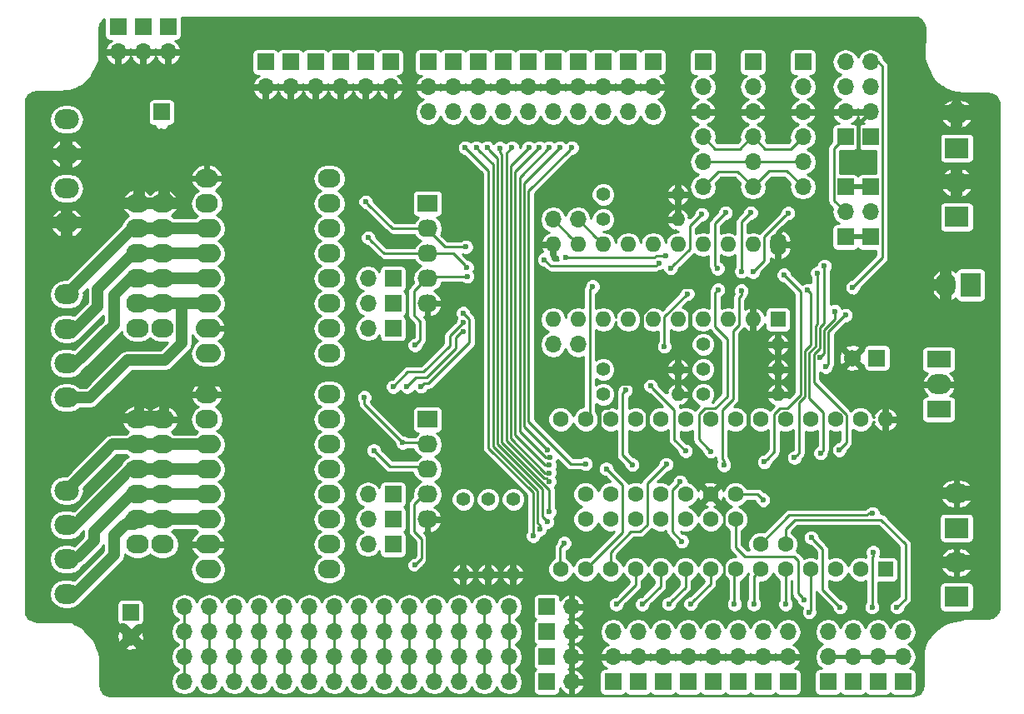
<source format=gtl>
G04 #@! TF.FileFunction,Copper,L1,Top,Signal*
%FSLAX46Y46*%
G04 Gerber Fmt 4.6, Leading zero omitted, Abs format (unit mm)*
G04 Created by KiCad (PCBNEW 4.0.7) date 10/08/18 18:30:47*
%MOMM*%
%LPD*%
G01*
G04 APERTURE LIST*
%ADD10C,2.000000*%
%ADD11O,1.700000X1.700000*%
%ADD12O,2.476500X2.032000*%
%ADD13R,1.701800X1.701800*%
%ADD14C,1.701800*%
%ADD15R,2.032000X2.476500*%
%ADD16O,2.032000X2.476500*%
%ADD17C,1.400000*%
%ADD18O,1.400000X1.400000*%
%ADD19R,2.476500X2.032000*%
%ADD20R,1.700000X1.700000*%
%ADD21O,2.286000X1.905000*%
%ADD22R,2.032000X1.778000*%
%ADD23O,2.032000X1.778000*%
%ADD24O,1.651000X2.286000*%
%ADD25O,1.600000X1.600000*%
%ADD26R,1.600000X1.600000*%
%ADD27R,2.476500X1.701800*%
%ADD28C,1.600000*%
%ADD29O,2.540000X1.905000*%
%ADD30C,0.600000*%
%ADD31C,0.381000*%
%ADD32C,1.143000*%
%ADD33C,0.508000*%
%ADD34C,1.000000*%
%ADD35C,0.279400*%
%ADD36C,0.250000*%
%ADD37C,1.524000*%
%ADD38C,0.254000*%
G04 APERTURE END LIST*
D10*
D11*
X99695000Y-113030000D03*
X99695000Y-110490000D03*
X99695000Y-107950000D03*
X99695000Y-105410000D03*
X97155000Y-113030000D03*
X97155000Y-110490000D03*
X97155000Y-107950000D03*
X97155000Y-105410000D03*
X94615000Y-113030000D03*
X94615000Y-110490000D03*
X94615000Y-107950000D03*
X94615000Y-105410000D03*
X92075000Y-113030000D03*
X92075000Y-110490000D03*
X92075000Y-107950000D03*
X92075000Y-105410000D03*
X89535000Y-113030000D03*
X89535000Y-110490000D03*
X89535000Y-107950000D03*
X89535000Y-105410000D03*
X86995000Y-113030000D03*
X86995000Y-110490000D03*
X86995000Y-107950000D03*
X86995000Y-105410000D03*
X84455000Y-113030000D03*
X84455000Y-110490000D03*
X84455000Y-107950000D03*
X84455000Y-105410000D03*
X81915000Y-113030000D03*
X81915000Y-110490000D03*
X81915000Y-107950000D03*
X81915000Y-105410000D03*
X79375000Y-113030000D03*
X79375000Y-110490000D03*
X79375000Y-107950000D03*
X79375000Y-105410000D03*
X76835000Y-113030000D03*
X76835000Y-110490000D03*
X76835000Y-107950000D03*
X76835000Y-105410000D03*
X74295000Y-113030000D03*
X74295000Y-110490000D03*
X74295000Y-107950000D03*
X74295000Y-105410000D03*
X71755000Y-113030000D03*
X71755000Y-110490000D03*
X71755000Y-107950000D03*
X71755000Y-105410000D03*
X69215000Y-113030000D03*
X69215000Y-110490000D03*
X69215000Y-107950000D03*
X69215000Y-105410000D03*
D12*
X54711600Y-93573600D03*
X54711600Y-97073600D03*
X54711600Y-100573600D03*
X54711600Y-104073600D03*
X54711600Y-73660000D03*
X54711600Y-77160000D03*
X54711600Y-80660000D03*
X54711600Y-84160000D03*
D13*
X61214000Y-105968800D03*
D14*
X61214000Y-108468800D03*
D13*
X64363600Y-55118000D03*
D14*
X64363600Y-57618000D03*
D15*
X146583400Y-72694800D03*
D16*
X144083400Y-72694800D03*
D13*
X137058400Y-80111600D03*
D14*
X134558400Y-80111600D03*
D12*
X54711600Y-55880000D03*
X54711600Y-59380000D03*
X54711600Y-62880000D03*
X54711600Y-66380000D03*
D17*
X109220000Y-63500000D03*
D18*
X116840000Y-63500000D03*
D17*
X109220000Y-66040000D03*
D18*
X116840000Y-66040000D03*
D11*
X66675000Y-113030000D03*
X66675000Y-110490000D03*
X66675000Y-107950000D03*
X66675000Y-105410000D03*
D19*
X145170000Y-65786000D03*
D12*
X145170000Y-62286000D03*
D19*
X145170000Y-58786000D03*
D12*
X145170000Y-55286000D03*
D19*
X145161000Y-104394000D03*
D12*
X145161000Y-100894000D03*
D19*
X145161000Y-97394000D03*
D12*
X145161000Y-93894000D03*
D20*
X124460000Y-50038000D03*
D11*
X124460000Y-52578000D03*
X124460000Y-55118000D03*
X124460000Y-57658000D03*
X124460000Y-60198000D03*
X124460000Y-62738000D03*
D20*
X129540000Y-50038000D03*
D11*
X129540000Y-52578000D03*
X129540000Y-55118000D03*
X129540000Y-57658000D03*
X129540000Y-60198000D03*
X129540000Y-62738000D03*
D20*
X119380000Y-50038000D03*
D11*
X119380000Y-52578000D03*
X119380000Y-55118000D03*
X119380000Y-57658000D03*
X119380000Y-60198000D03*
X119380000Y-62738000D03*
D20*
X136398000Y-62738000D03*
D11*
X136398000Y-65278000D03*
D20*
X136398000Y-67818000D03*
X133858000Y-62738000D03*
D11*
X133858000Y-65278000D03*
D20*
X133858000Y-67818000D03*
D21*
X64465200Y-69494400D03*
X64465200Y-72034400D03*
X64465200Y-66954400D03*
X64465200Y-64414400D03*
D22*
X91389200Y-64414400D03*
D23*
X91389200Y-66954400D03*
X91389200Y-69494400D03*
D21*
X64465200Y-74574400D03*
X64465200Y-77114400D03*
D23*
X91389200Y-74574400D03*
X91389200Y-72034400D03*
D21*
X61925200Y-64414400D03*
X61925200Y-69494400D03*
X61925200Y-64414400D03*
X61925200Y-77114400D03*
X61925200Y-74574400D03*
X61925200Y-72034400D03*
X61925200Y-66954400D03*
X64465200Y-91440000D03*
X64465200Y-93980000D03*
X64465200Y-88900000D03*
X64465200Y-86360000D03*
D22*
X91389200Y-86360000D03*
D23*
X91389200Y-88900000D03*
X91389200Y-91440000D03*
D21*
X64465200Y-96520000D03*
X64465200Y-99060000D03*
D23*
X91389200Y-96520000D03*
X91389200Y-93980000D03*
D21*
X61925200Y-86360000D03*
X61925200Y-91440000D03*
X61925200Y-86360000D03*
X61925200Y-99060000D03*
X61925200Y-96520000D03*
X61925200Y-93980000D03*
X61925200Y-88900000D03*
D24*
X127000000Y-68580000D03*
D25*
X104140000Y-76200000D03*
X124460000Y-68580000D03*
X106680000Y-76200000D03*
X121920000Y-68580000D03*
X109220000Y-76200000D03*
X119380000Y-68580000D03*
X111760000Y-76200000D03*
X116840000Y-68580000D03*
X114300000Y-76200000D03*
X114300000Y-68580000D03*
X116840000Y-76200000D03*
X111760000Y-68580000D03*
X119380000Y-76200000D03*
X109220000Y-68580000D03*
X121920000Y-76200000D03*
X106680000Y-68580000D03*
X124460000Y-76200000D03*
X104140000Y-68580000D03*
D26*
X127000000Y-76200000D03*
D11*
X85344000Y-72034400D03*
D20*
X87884000Y-72034400D03*
D11*
X85344000Y-74574400D03*
D20*
X87884000Y-74574400D03*
D11*
X85344000Y-77114400D03*
D20*
X87884000Y-77114400D03*
D11*
X85344000Y-93980000D03*
D20*
X87884000Y-93980000D03*
D11*
X85344000Y-96520000D03*
D20*
X87884000Y-96520000D03*
D11*
X85344000Y-99060000D03*
D20*
X87884000Y-99060000D03*
D11*
X91440000Y-55118000D03*
X93980000Y-55118000D03*
X96520000Y-55118000D03*
X99060000Y-55118000D03*
X101600000Y-55118000D03*
X104140000Y-55118000D03*
X106680000Y-55118000D03*
X109220000Y-55118000D03*
X111760000Y-55118000D03*
X114300000Y-55118000D03*
D20*
X114300000Y-50038000D03*
D11*
X114300000Y-52578000D03*
D20*
X111760000Y-50038000D03*
D11*
X111760000Y-52578000D03*
D20*
X109220000Y-50038000D03*
D11*
X109220000Y-52578000D03*
D20*
X106680000Y-50038000D03*
D11*
X106680000Y-52578000D03*
D20*
X104140000Y-50038000D03*
D11*
X104140000Y-52578000D03*
D20*
X101600000Y-50038000D03*
D11*
X101600000Y-52578000D03*
D20*
X99060000Y-50038000D03*
D11*
X99060000Y-52578000D03*
D20*
X96520000Y-50038000D03*
D11*
X96520000Y-52578000D03*
D20*
X93980000Y-50038000D03*
D11*
X93980000Y-52578000D03*
D20*
X91440000Y-50038000D03*
D11*
X91440000Y-52578000D03*
D17*
X109220000Y-81280000D03*
D18*
X116840000Y-81280000D03*
D17*
X109220000Y-83820000D03*
D18*
X116840000Y-83820000D03*
D20*
X87630000Y-50038000D03*
D11*
X87630000Y-52578000D03*
D20*
X85090000Y-50038000D03*
D11*
X85090000Y-52578000D03*
D20*
X82550000Y-50038000D03*
D11*
X82550000Y-52578000D03*
D20*
X80010000Y-50038000D03*
D11*
X80010000Y-52578000D03*
D20*
X77470000Y-50038000D03*
D11*
X77470000Y-52578000D03*
D20*
X74930000Y-50038000D03*
D11*
X74930000Y-52578000D03*
D20*
X132080000Y-113030000D03*
D11*
X132080000Y-110490000D03*
D20*
X134620000Y-113030000D03*
D11*
X134620000Y-110490000D03*
D20*
X137160000Y-113030000D03*
D11*
X137160000Y-110490000D03*
D20*
X139700000Y-113030000D03*
D11*
X139700000Y-110490000D03*
X139700000Y-107950000D03*
X137160000Y-107950000D03*
X134620000Y-107950000D03*
X132080000Y-107950000D03*
D20*
X103505000Y-105410000D03*
D11*
X106045000Y-105410000D03*
D20*
X103505000Y-107950000D03*
D11*
X106045000Y-107950000D03*
D20*
X103505000Y-110490000D03*
D11*
X106045000Y-110490000D03*
D20*
X103505000Y-113030000D03*
D11*
X106045000Y-113030000D03*
D27*
X143332200Y-80264000D03*
D12*
X143332200Y-82804000D03*
D27*
X143332200Y-85344000D03*
D20*
X65024000Y-46482000D03*
D11*
X65024000Y-49022000D03*
D20*
X62484000Y-46482000D03*
D11*
X62484000Y-49022000D03*
D20*
X59944000Y-46482000D03*
D11*
X59944000Y-49022000D03*
X110236000Y-107950000D03*
X112776000Y-107950000D03*
X115316000Y-107950000D03*
X117856000Y-107950000D03*
X120396000Y-107950000D03*
X122936000Y-107950000D03*
X125476000Y-107950000D03*
X128016000Y-107950000D03*
D20*
X110236000Y-113030000D03*
D11*
X110236000Y-110490000D03*
D20*
X112776000Y-113030000D03*
D11*
X112776000Y-110490000D03*
D20*
X115316000Y-113030000D03*
D11*
X115316000Y-110490000D03*
D20*
X117856000Y-113030000D03*
D11*
X117856000Y-110490000D03*
D20*
X120396000Y-113030000D03*
D11*
X120396000Y-110490000D03*
D20*
X122936000Y-113030000D03*
D11*
X122936000Y-110490000D03*
D20*
X125476000Y-113030000D03*
D11*
X125476000Y-110490000D03*
D20*
X128016000Y-113030000D03*
D11*
X128016000Y-110490000D03*
D17*
X119380000Y-78740000D03*
D18*
X127000000Y-78740000D03*
D17*
X119380000Y-81280000D03*
D18*
X127000000Y-81280000D03*
D17*
X119380000Y-83820000D03*
D18*
X127000000Y-83820000D03*
D17*
X100076000Y-94488000D03*
D18*
X100076000Y-102108000D03*
D17*
X97536000Y-94488000D03*
D18*
X97536000Y-102108000D03*
D17*
X94996000Y-94488000D03*
D18*
X94996000Y-102108000D03*
D11*
X104140000Y-66040000D03*
X106680000Y-66040000D03*
X104140000Y-78740000D03*
X106680000Y-78740000D03*
D28*
X104902000Y-101600000D03*
X104902000Y-86360000D03*
X107442000Y-101600000D03*
X109982000Y-101600000D03*
X112522000Y-101600000D03*
X115062000Y-101600000D03*
X117602000Y-101600000D03*
X120142000Y-101600000D03*
X122682000Y-101600000D03*
X125222000Y-101600000D03*
X127762000Y-101600000D03*
X130302000Y-101600000D03*
X132842000Y-101600000D03*
X135382000Y-101600000D03*
D26*
X137922000Y-101600000D03*
D28*
X127762000Y-99060000D03*
X125222000Y-99060000D03*
X107442000Y-86360000D03*
X109982000Y-86360000D03*
X112522000Y-86360000D03*
X115062000Y-86360000D03*
X117602000Y-86360000D03*
X120142000Y-86360000D03*
X122682000Y-86360000D03*
X125222000Y-86360000D03*
X127762000Y-86360000D03*
X130302000Y-86360000D03*
X132842000Y-86360000D03*
X135382000Y-86360000D03*
D25*
X137922000Y-86360000D03*
D28*
X122682000Y-93980000D03*
X120142000Y-93980000D03*
X117602000Y-93980000D03*
X115062000Y-93980000D03*
X112522000Y-93980000D03*
X109982000Y-93980000D03*
X107442000Y-93980000D03*
X107442000Y-96520000D03*
X109982000Y-96520000D03*
X112522000Y-96520000D03*
X115062000Y-96520000D03*
X117602000Y-96520000D03*
X120142000Y-96520000D03*
X122682000Y-96520000D03*
D20*
X136398000Y-57658000D03*
D11*
X136398000Y-55118000D03*
X136398000Y-52578000D03*
X136398000Y-50038000D03*
D20*
X133858000Y-57658000D03*
D11*
X133858000Y-55118000D03*
X133858000Y-52578000D03*
X133858000Y-50038000D03*
D29*
X69088000Y-88900000D03*
D21*
X81407000Y-88900000D03*
D29*
X69088000Y-91440000D03*
D21*
X68961000Y-86360000D03*
X68961000Y-83820000D03*
X81407000Y-83820000D03*
X81407000Y-86360000D03*
X81407000Y-91440000D03*
X81407000Y-93980000D03*
X81407000Y-96520000D03*
X81407000Y-99060000D03*
X81407000Y-101600000D03*
D29*
X69088000Y-93980000D03*
X69088000Y-96520000D03*
X69088000Y-99060000D03*
X69088000Y-101600000D03*
X69088000Y-66954400D03*
D21*
X81407000Y-66954400D03*
D29*
X69088000Y-69494400D03*
D21*
X68961000Y-64414400D03*
X68961000Y-61874400D03*
X81407000Y-61874400D03*
X81407000Y-64414400D03*
X81407000Y-69494400D03*
X81407000Y-72034400D03*
X81407000Y-74574400D03*
X81407000Y-77114400D03*
X81407000Y-79654400D03*
D29*
X69088000Y-72034400D03*
X69088000Y-74574400D03*
X69088000Y-77114400D03*
X69088000Y-79654400D03*
D30*
X131267200Y-80035400D03*
X134579190Y-72945194D03*
X132765800Y-75361800D03*
X131851400Y-81026000D03*
X133858000Y-75768200D03*
X131336814Y-89783811D03*
X131003210Y-71475600D03*
X133223000Y-89458800D03*
X131724398Y-70764400D03*
X97450253Y-58760951D03*
X103555800Y-96748600D03*
X85115400Y-64236600D03*
X95300800Y-68834000D03*
X95377000Y-70891400D03*
X85369400Y-67894200D03*
X114902760Y-70462750D03*
X103274891Y-70113990D03*
X95427800Y-71805800D03*
X90119200Y-78816200D03*
X115620799Y-69758390D03*
X105435400Y-69875400D03*
X95031390Y-77467449D03*
X89306400Y-83032600D03*
X84963000Y-84124800D03*
X88874600Y-88722200D03*
X95031390Y-76479400D03*
X87884000Y-83032600D03*
X85928200Y-89509600D03*
X90728800Y-83007200D03*
X90119200Y-101168200D03*
X95021400Y-75565000D03*
X103578756Y-89425854D03*
X104842820Y-58739361D03*
X103810116Y-90191681D03*
X103733600Y-58750204D03*
X103782540Y-90991218D03*
X102768400Y-58750200D03*
X101676200Y-58750200D03*
X103759000Y-91795600D03*
X106045000Y-58750200D03*
X107442000Y-90881200D03*
X103780257Y-92655925D03*
X99974400Y-58750196D03*
X98725959Y-58778994D03*
X103759000Y-95732600D03*
X96342200Y-58750200D03*
X102793800Y-97536000D03*
X95224600Y-58750200D03*
X102133400Y-98196400D03*
X111531400Y-83388200D03*
X112207051Y-90972810D03*
X109550200Y-91389200D03*
X110566200Y-105156000D03*
X128041400Y-65379600D03*
X123291600Y-73279000D03*
X121513600Y-91008200D03*
X124460000Y-71374000D03*
X117058107Y-92694406D03*
X117221000Y-98729800D03*
X105283000Y-98933000D03*
X123291600Y-71297800D03*
X120167400Y-89585802D03*
X124237268Y-65339770D03*
X120904000Y-73177400D03*
X116103400Y-70993000D03*
X119253000Y-65506600D03*
X108178600Y-72847200D03*
X125608450Y-90683833D03*
X127609600Y-71678800D03*
X128679897Y-90233822D03*
X130031820Y-73217121D03*
X127762000Y-105146010D03*
X124536200Y-105146010D03*
X113207800Y-105156000D03*
X115900200Y-105105200D03*
X118135400Y-105105198D03*
X122580400Y-105146010D03*
X139091276Y-105456090D03*
X130378200Y-98374200D03*
X125501400Y-94538800D03*
X133329073Y-105456090D03*
X136630823Y-95920390D03*
X136677400Y-99847400D03*
X136559101Y-105456090D03*
X129669250Y-104683390D03*
X115443000Y-78943200D03*
X114071400Y-82956400D03*
X120878600Y-71018400D03*
X117627400Y-89560059D03*
X117805200Y-73583800D03*
X121666000Y-65354200D03*
X115646200Y-90906600D03*
X130170791Y-105933410D03*
D31*
X90302942Y-102006400D02*
X85852000Y-102006400D01*
X91345910Y-100963432D02*
X90302942Y-102006400D01*
X91345910Y-96298910D02*
X91345910Y-100963432D01*
X91262200Y-96215200D02*
X91345910Y-96298910D01*
X135128000Y-56388000D02*
X135128000Y-59283600D01*
X136398000Y-55118000D02*
X135128000Y-56388000D01*
D32*
X57816800Y-66217800D02*
X57654600Y-66380000D01*
X54711600Y-66380000D02*
X57654600Y-66380000D01*
X62052200Y-64414400D02*
X62052200Y-62992000D01*
D33*
X127584200Y-66852800D02*
X128320800Y-66852800D01*
X127000000Y-67437000D02*
X127584200Y-66852800D01*
X127000000Y-68580000D02*
X127000000Y-67437000D01*
D31*
X127000000Y-83820000D02*
X126010051Y-83820000D01*
X123952000Y-85115400D02*
X123952000Y-87909400D01*
X126010051Y-83820000D02*
X125908451Y-83921600D01*
X125908451Y-83921600D02*
X125145800Y-83921600D01*
X125145800Y-83921600D02*
X123952000Y-85115400D01*
X123952000Y-87909400D02*
X124028200Y-87985600D01*
X108911901Y-85169499D02*
X108791499Y-85289901D01*
X108791499Y-85289901D02*
X108791499Y-87982301D01*
X110490000Y-84480400D02*
X109800901Y-85169499D01*
X109800901Y-85169499D02*
X108911901Y-85169499D01*
X110490000Y-82804000D02*
X110490000Y-84480400D01*
X110363000Y-82677000D02*
X110490000Y-82804000D01*
X113157000Y-82677000D02*
X113157000Y-84124800D01*
X113157000Y-82448400D02*
X113157000Y-82677000D01*
X113157000Y-82677000D02*
X110363000Y-82677000D01*
X118030501Y-75060299D02*
X118084600Y-75114398D01*
X118084600Y-75114398D02*
X118084600Y-77419200D01*
X118084600Y-77419200D02*
X117246400Y-78257400D01*
X117246400Y-78257400D02*
X117246400Y-79883651D01*
X117246400Y-79883651D02*
X116840000Y-80290051D01*
X116840000Y-80290051D02*
X116840000Y-81280000D01*
X113712501Y-88566501D02*
X113868200Y-88722200D01*
X113157000Y-84124800D02*
X113712501Y-84680301D01*
X113712501Y-84680301D02*
X113712501Y-88566501D01*
X114274600Y-81330800D02*
X113157000Y-82448400D01*
X115799251Y-81330800D02*
X114274600Y-81330800D01*
X116840000Y-81280000D02*
X115850051Y-81280000D01*
X115850051Y-81280000D02*
X115799251Y-81330800D01*
D34*
X61341000Y-108468800D02*
X60441200Y-107569000D01*
X60441200Y-107569000D02*
X60426600Y-107569000D01*
D32*
X145161000Y-100894000D02*
X142768200Y-100894000D01*
X145161000Y-93894000D02*
X143271600Y-93894000D01*
X144083400Y-72694800D02*
X144083400Y-70626600D01*
X145170000Y-55286000D02*
X145170000Y-54365000D01*
X145170000Y-55286000D02*
X145170000Y-56473200D01*
X145170000Y-62286000D02*
X145170000Y-60943600D01*
X145170000Y-62286000D02*
X145170000Y-63465600D01*
X142595600Y-72694800D02*
X144083400Y-72694800D01*
X143967200Y-74930000D02*
X144083400Y-74813800D01*
X144083400Y-74813800D02*
X144083400Y-72694800D01*
X54711600Y-66380000D02*
X54711600Y-65049400D01*
X54711600Y-65049400D02*
X54787800Y-64973200D01*
X54711600Y-66380000D02*
X52390400Y-66380000D01*
X52390400Y-66380000D02*
X52263400Y-66253000D01*
X54711600Y-66380000D02*
X54711600Y-68076800D01*
X54711600Y-68076800D02*
X54787800Y-68153000D01*
X54711600Y-59380000D02*
X54711600Y-58140600D01*
X54711600Y-58140600D02*
X54559200Y-57988200D01*
D34*
X54559200Y-59303800D02*
X52552600Y-59303800D01*
X52552600Y-59303800D02*
X51759200Y-59303800D01*
D32*
X54711600Y-59380000D02*
X52628800Y-59380000D01*
X52628800Y-59380000D02*
X52552600Y-59303800D01*
X54711600Y-59380000D02*
X54711600Y-60706000D01*
X54711600Y-60706000D02*
X54559200Y-60858400D01*
X54711600Y-59380000D02*
X57283000Y-59380000D01*
X57283000Y-59380000D02*
X57359200Y-59303800D01*
X64363600Y-57618000D02*
X66486400Y-57618000D01*
X66486400Y-57618000D02*
X66588000Y-57719600D01*
X64363600Y-57618000D02*
X62244600Y-57618000D01*
X62244600Y-57618000D02*
X62103000Y-57759600D01*
X64363600Y-57618000D02*
X64363600Y-58902600D01*
X64592200Y-64414400D02*
X64592200Y-62052200D01*
X64592200Y-64414400D02*
X66243200Y-64414400D01*
X62052200Y-64414400D02*
X60401200Y-64414400D01*
X64592200Y-64414400D02*
X62052200Y-64414400D01*
D31*
X113109499Y-78209899D02*
X113563400Y-78663800D01*
X118110000Y-72872600D02*
X115865458Y-72872600D01*
X115865458Y-72872600D02*
X113109499Y-75628559D01*
X113109499Y-75628559D02*
X113109499Y-78209899D01*
D35*
X124637800Y-72364600D02*
X118618000Y-72364600D01*
X127000000Y-70002400D02*
X124637800Y-72364600D01*
X127000000Y-68580000D02*
X127000000Y-70002400D01*
X118618000Y-72364600D02*
X118110000Y-72872600D01*
D34*
X54910000Y-68275200D02*
X54787800Y-68153000D01*
X54787800Y-66253000D02*
X54787800Y-68153000D01*
X54787800Y-66253000D02*
X54787800Y-64973200D01*
X54787800Y-66253000D02*
X52263400Y-66253000D01*
X64363600Y-57719600D02*
X64363600Y-58902600D01*
X66548000Y-57759600D02*
X62103000Y-57759600D01*
X66588000Y-57719600D02*
X66548000Y-57759600D01*
X64363600Y-57719600D02*
X66588000Y-57719600D01*
X61341000Y-108468800D02*
X62179200Y-109307000D01*
X62077600Y-107645200D02*
X60401200Y-109321600D01*
X61341000Y-108381800D02*
X62077600Y-107645200D01*
X61341000Y-108468800D02*
X61341000Y-108381800D01*
D36*
X137922000Y-86360000D02*
X137922000Y-86410000D01*
D33*
X91262200Y-74574400D02*
X91592400Y-74574400D01*
X91262200Y-74574400D02*
X91262200Y-74549000D01*
D34*
X64820800Y-86283800D02*
X64592200Y-86055200D01*
X60121800Y-86156800D02*
X60198000Y-86233000D01*
X61772800Y-86233000D02*
X61950600Y-86055200D01*
X60198000Y-86233000D02*
X61772800Y-86233000D01*
X61950600Y-86055200D02*
X62052200Y-86055200D01*
D37*
X64592200Y-86055200D02*
X64414400Y-86233000D01*
X64414400Y-86233000D02*
X62230000Y-86233000D01*
X62230000Y-86233000D02*
X62052200Y-86055200D01*
X64871600Y-64135000D02*
X64592200Y-64414400D01*
D34*
X64592200Y-86055200D02*
X64592200Y-83566000D01*
X64592200Y-83566000D02*
X65684400Y-82473800D01*
X70510400Y-82473800D02*
X70586600Y-82397600D01*
X65684400Y-82473800D02*
X70510400Y-82473800D01*
D36*
X120142000Y-94030800D02*
X119075200Y-95097600D01*
X120142000Y-93980000D02*
X120142000Y-94030800D01*
X121488200Y-99085400D02*
X121488200Y-95376200D01*
X121488200Y-103059998D02*
X121488200Y-99085400D01*
X121488200Y-99085400D02*
X121285000Y-99085400D01*
X121336600Y-95223800D02*
X121437400Y-95123000D01*
X121336600Y-95224600D02*
X120142000Y-94030000D01*
X121488200Y-95376200D02*
X121336600Y-95224600D01*
X121336600Y-95224600D02*
X121336600Y-95223800D01*
X120142000Y-94030000D02*
X120142000Y-93980000D01*
X120744999Y-103803199D02*
X121488200Y-103059998D01*
D34*
X62052200Y-86055200D02*
X62052200Y-84607400D01*
X64592200Y-86055200D02*
X64592200Y-84099400D01*
X54559200Y-59303800D02*
X54559200Y-60528200D01*
X54559200Y-60858400D02*
X54559200Y-60528200D01*
D37*
X145161000Y-93894000D02*
X147488000Y-93894000D01*
X147391000Y-100894000D02*
X145161000Y-100894000D01*
X145364200Y-62184400D02*
X147670400Y-62184400D01*
X145364200Y-55184400D02*
X142966800Y-55184400D01*
X145364200Y-55184400D02*
X147767400Y-55184400D01*
X145364200Y-62184400D02*
X142880200Y-62184400D01*
D34*
X58724800Y-57938200D02*
X57359200Y-59303800D01*
X57359200Y-59303800D02*
X54559200Y-59303800D01*
X51703200Y-59359800D02*
X51759200Y-59303800D01*
X54559200Y-59303800D02*
X54559200Y-57988200D01*
D33*
X133858000Y-67818000D02*
X136398000Y-67818000D01*
D36*
X131701388Y-77237601D02*
X131701388Y-79601212D01*
X131567199Y-79735401D02*
X131267200Y-80035400D01*
X131701388Y-79601212D02*
X131567199Y-79735401D01*
X132765800Y-75361800D02*
X132765800Y-76173189D01*
X132765800Y-76173189D02*
X131701388Y-77237601D01*
X137160000Y-50038000D02*
X137591800Y-50469800D01*
X134879189Y-72645195D02*
X134579190Y-72945194D01*
X137591800Y-50469800D02*
X137591800Y-69932584D01*
X137591800Y-69932584D02*
X134879189Y-72645195D01*
X132791200Y-86410800D02*
X132842000Y-86360000D01*
X132151399Y-77424001D02*
X132151399Y-80726001D01*
X133807200Y-75768200D02*
X132151399Y-77424001D01*
X133858000Y-75768200D02*
X133807200Y-75768200D01*
X132151399Y-80726001D02*
X131851400Y-81026000D01*
X131636813Y-89483812D02*
X131336814Y-89783811D01*
X131003210Y-76662957D02*
X130801366Y-76864801D01*
X130192188Y-84218188D02*
X131636813Y-85662813D01*
X130801366Y-76864801D02*
X130801366Y-78939821D01*
X130192188Y-79548999D02*
X130192188Y-84218188D01*
X130801366Y-78939821D02*
X130192188Y-79548999D01*
X131003210Y-71475600D02*
X131003210Y-76662957D01*
X131636813Y-85662813D02*
X131636813Y-89483812D01*
X133223000Y-89458800D02*
X133967001Y-88714799D01*
X133967001Y-88714799D02*
X133967001Y-85884801D01*
X133967001Y-85884801D02*
X130642199Y-82559999D01*
X131251377Y-79126221D02*
X131251377Y-77051201D01*
X130642199Y-82559999D02*
X130642199Y-79735399D01*
X130642199Y-79735399D02*
X131251377Y-79126221D01*
X131251377Y-77051201D02*
X131724398Y-76578180D01*
X131724398Y-76578180D02*
X131724398Y-71188664D01*
X131724398Y-71188664D02*
X131724398Y-70764400D01*
X103033422Y-93429400D02*
X98500723Y-88896702D01*
X98500723Y-88896702D02*
X98500723Y-59811421D01*
X97750252Y-59060950D02*
X97450253Y-58760951D01*
X98500723Y-59811421D02*
X97750252Y-59060950D01*
X103555800Y-96748600D02*
X103033422Y-96226222D01*
X103033422Y-96226222D02*
X103033422Y-93429400D01*
D33*
X133858000Y-62738000D02*
X136398000Y-62738000D01*
D32*
X64592200Y-66954400D02*
X62052200Y-66954400D01*
X68834000Y-66954400D02*
X64592200Y-66954400D01*
X62052200Y-66954400D02*
X61417200Y-66954400D01*
X61417200Y-66954400D02*
X54711600Y-73660000D01*
D34*
X64592200Y-66954400D02*
X68884800Y-66979800D01*
D32*
X63906400Y-80340200D02*
X63144400Y-80340200D01*
X63144400Y-80340200D02*
X60934600Y-80340200D01*
X64693800Y-80340200D02*
X63144400Y-80340200D01*
X66421000Y-78613000D02*
X64693800Y-80340200D01*
X66421000Y-74574400D02*
X66421000Y-78613000D01*
D34*
X64693800Y-80340200D02*
X63906400Y-80340200D01*
D32*
X60934600Y-80340200D02*
X57114800Y-84160000D01*
X57114800Y-84160000D02*
X54711600Y-84160000D01*
X64592200Y-74574400D02*
X68834000Y-74574400D01*
X64592200Y-74574400D02*
X62052200Y-74574400D01*
D34*
X66421000Y-74574400D02*
X66929000Y-74574400D01*
X64592200Y-74574400D02*
X66421000Y-74574400D01*
X66929000Y-74574400D02*
X68884800Y-74599800D01*
X62052200Y-74574400D02*
X61937698Y-74574400D01*
D36*
X85415399Y-64536599D02*
X85115400Y-64236600D01*
X87833200Y-66954400D02*
X85415399Y-64536599D01*
X91262200Y-66954400D02*
X87833200Y-66954400D01*
X94876536Y-68834000D02*
X95300800Y-68834000D01*
X93141800Y-68834000D02*
X94876536Y-68834000D01*
X91262200Y-66954400D02*
X93141800Y-68834000D01*
X91262200Y-66954400D02*
X91262200Y-67106800D01*
X95077001Y-70591401D02*
X95377000Y-70891400D01*
X93980000Y-69494400D02*
X95077001Y-70591401D01*
X91262200Y-69494400D02*
X93980000Y-69494400D01*
X85669399Y-68194199D02*
X85369400Y-67894200D01*
X86969600Y-69494400D02*
X85669399Y-68194199D01*
X91262200Y-69494400D02*
X86969600Y-69494400D01*
X103274891Y-70113990D02*
X103923650Y-70762749D01*
X103923650Y-70762749D02*
X114602761Y-70762749D01*
X114602761Y-70762749D02*
X114902760Y-70462750D01*
X91262200Y-72034400D02*
X90017600Y-73279000D01*
X90017600Y-73279000D02*
X90017600Y-75768200D01*
X90017600Y-75768200D02*
X90627200Y-76377800D01*
X90627200Y-78308200D02*
X90119200Y-78816200D01*
X90627200Y-76377800D02*
X90627200Y-78308200D01*
X95003536Y-71805800D02*
X95427800Y-71805800D01*
X91262200Y-72034400D02*
X91490800Y-71805800D01*
X91490800Y-71805800D02*
X95003536Y-71805800D01*
X114594198Y-69758390D02*
X115196535Y-69758390D01*
X105435400Y-69875400D02*
X114477188Y-69875400D01*
X115196535Y-69758390D02*
X115620799Y-69758390D01*
X114477188Y-69875400D02*
X114594198Y-69758390D01*
D32*
X59512200Y-76759400D02*
X55611600Y-80660000D01*
X55611600Y-80660000D02*
X54711600Y-80660000D01*
X59512200Y-73736200D02*
X59512200Y-76759400D01*
X62052200Y-72034400D02*
X61214000Y-72034400D01*
X61214000Y-72034400D02*
X59512200Y-73736200D01*
X64592200Y-72034400D02*
X62052200Y-72034400D01*
X68834000Y-72034400D02*
X64592200Y-72034400D01*
D34*
X62052200Y-72034400D02*
X61722000Y-72034400D01*
X64592200Y-72034400D02*
X68884800Y-72059800D01*
D32*
X64592200Y-69494400D02*
X68834000Y-69494400D01*
X62052200Y-69494400D02*
X64592200Y-69494400D01*
X57886600Y-74885000D02*
X55611600Y-77160000D01*
X55611600Y-77160000D02*
X54711600Y-77160000D01*
X57886600Y-73101200D02*
X57886600Y-74885000D01*
X62052200Y-69494400D02*
X61493400Y-69494400D01*
X61493400Y-69494400D02*
X57886600Y-73101200D01*
D34*
X62052200Y-69494400D02*
X61417200Y-69494400D01*
X64592200Y-69494400D02*
X68884800Y-69519800D01*
D32*
X64592200Y-88900000D02*
X68834000Y-88900000D01*
X62052200Y-88900000D02*
X64592200Y-88900000D01*
X62052200Y-88900000D02*
X59385200Y-88900000D01*
X59385200Y-88900000D02*
X54711600Y-93573600D01*
D34*
X54711600Y-93573600D02*
X55321200Y-93573600D01*
X60071000Y-88823800D02*
X62230000Y-88823800D01*
X62255400Y-88798400D02*
X64389000Y-88798400D01*
X62230000Y-88823800D02*
X62255400Y-88798400D01*
X64389000Y-88798400D02*
X64592200Y-88595200D01*
X64668400Y-88595200D02*
X64947800Y-88874600D01*
D32*
X54711600Y-104073600D02*
X55611600Y-104073600D01*
X55611600Y-104073600D02*
X59563000Y-100122200D01*
X59563000Y-100122200D02*
X59563000Y-98094800D01*
X59563000Y-98094800D02*
X60706000Y-96951800D01*
X64592200Y-96520000D02*
X68834000Y-96520000D01*
X62052200Y-96520000D02*
X64592200Y-96520000D01*
X60706000Y-96951800D02*
X61620400Y-96951800D01*
X61620400Y-96951800D02*
X62052200Y-96520000D01*
D34*
X60706000Y-96951800D02*
X61442600Y-96215200D01*
X61442600Y-96215200D02*
X62052200Y-96215200D01*
X62052200Y-96215200D02*
X62280800Y-96443800D01*
X62280800Y-96443800D02*
X64363600Y-96443800D01*
X64363600Y-96443800D02*
X64592200Y-96215200D01*
X64668400Y-96215200D02*
X64871600Y-96418400D01*
D36*
X89306400Y-83032600D02*
X90220800Y-82118200D01*
X90220800Y-82118200D02*
X91287600Y-82118200D01*
X91287600Y-82118200D02*
X94297500Y-79108300D01*
X94297500Y-79108300D02*
X94297500Y-78041500D01*
X94297500Y-78041500D02*
X94871551Y-77467449D01*
X94871551Y-77467449D02*
X95031390Y-77467449D01*
X84963000Y-84549064D02*
X84963000Y-84124800D01*
X88874600Y-88722200D02*
X84963000Y-84810600D01*
X84963000Y-84810600D02*
X84963000Y-84549064D01*
X91084400Y-88722200D02*
X89298864Y-88722200D01*
X89298864Y-88722200D02*
X88874600Y-88722200D01*
X91262200Y-88900000D02*
X91084400Y-88722200D01*
X87884000Y-83032600D02*
X89382600Y-81534000D01*
X93649800Y-77860990D02*
X94731391Y-76779399D01*
X89382600Y-81534000D02*
X90982800Y-81534000D01*
X90982800Y-81534000D02*
X93649800Y-78867000D01*
X94731391Y-76779399D02*
X95031390Y-76479400D01*
X93649800Y-78867000D02*
X93649800Y-77860990D01*
X87553800Y-91135200D02*
X86228199Y-89809599D01*
X91338400Y-91135200D02*
X87553800Y-91135200D01*
X86228199Y-89809599D02*
X85928200Y-89509600D01*
X91338400Y-93675200D02*
X90043000Y-94970600D01*
X90043000Y-94970600D02*
X90043000Y-97739200D01*
X90043000Y-97739200D02*
X90805000Y-98501200D01*
X90805000Y-98501200D02*
X90805000Y-100482400D01*
X90805000Y-100482400D02*
X90119200Y-101168200D01*
X95021400Y-75565000D02*
X95656400Y-76200000D01*
X95656400Y-76200000D02*
X95656400Y-78562200D01*
X91028799Y-82707201D02*
X90728800Y-83007200D01*
X95656400Y-78562200D02*
X91511399Y-82707201D01*
X91511399Y-82707201D02*
X91028799Y-82707201D01*
D32*
X64592200Y-93980000D02*
X62052200Y-93980000D01*
X68834000Y-93980000D02*
X64592200Y-93980000D01*
D34*
X55611600Y-100573600D02*
X55906000Y-100279200D01*
D32*
X57511600Y-98673600D02*
X55906000Y-100279200D01*
X57511600Y-97773600D02*
X57511600Y-98673600D01*
X62052200Y-93980000D02*
X61305200Y-93980000D01*
X61305200Y-93980000D02*
X57511600Y-97773600D01*
D34*
X54711600Y-100573600D02*
X55611600Y-100573600D01*
X62052200Y-93675200D02*
X62255400Y-93878400D01*
X62255400Y-93878400D02*
X64389000Y-93878400D01*
X57511600Y-97773600D02*
X61610000Y-93675200D01*
X61610000Y-93675200D02*
X62052200Y-93675200D01*
X64389000Y-93878400D02*
X64592200Y-93675200D01*
X64668400Y-93675200D02*
X64922400Y-93929200D01*
D32*
X64592200Y-91440000D02*
X68834000Y-91440000D01*
X62052200Y-91440000D02*
X64592200Y-91440000D01*
X54711600Y-97073600D02*
X55555000Y-97073600D01*
X55555000Y-97073600D02*
X61188600Y-91440000D01*
X61188600Y-91440000D02*
X62052200Y-91440000D01*
D34*
X64668400Y-91135200D02*
X64846200Y-91313000D01*
X54711600Y-97073600D02*
X55301000Y-97073600D01*
X61239400Y-91135200D02*
X62052200Y-91135200D01*
X62052200Y-91135200D02*
X62204600Y-91287600D01*
X62204600Y-91287600D02*
X64439800Y-91287600D01*
X64439800Y-91287600D02*
X64592200Y-91135200D01*
D36*
X101200789Y-62381392D02*
X101200789Y-87047887D01*
X103278757Y-89125855D02*
X103578756Y-89425854D01*
X101200789Y-87047887D02*
X103278757Y-89125855D01*
X104842820Y-58739361D02*
X101200789Y-62381392D01*
X103733600Y-58750204D02*
X100750778Y-61733026D01*
X103385852Y-90191681D02*
X103810116Y-90191681D01*
X100750778Y-61733026D02*
X100750778Y-87556607D01*
X100750778Y-87556607D02*
X103385852Y-90191681D01*
X103358276Y-90991218D02*
X103782540Y-90991218D01*
X100300767Y-87933709D02*
X103358276Y-90991218D01*
X102768400Y-58750200D02*
X100300767Y-61217833D01*
X100300767Y-61217833D02*
X100300767Y-87933709D01*
X101376201Y-59050199D02*
X101676200Y-58750200D01*
X103334736Y-91795600D02*
X99850756Y-88311620D01*
X103759000Y-91795600D02*
X103334736Y-91795600D01*
X99850756Y-60575644D02*
X101376201Y-59050199D01*
X99850756Y-88311620D02*
X99850756Y-60575644D01*
X101650800Y-86614000D02*
X101650800Y-63144400D01*
X101650800Y-63144400D02*
X105745001Y-59050199D01*
X107442000Y-90881200D02*
X105918000Y-90881200D01*
X105918000Y-90881200D02*
X101650800Y-86614000D01*
X105745001Y-59050199D02*
X106045000Y-58750200D01*
X103480258Y-92355926D02*
X103780257Y-92655925D01*
X103232769Y-92355926D02*
X103480258Y-92355926D01*
X99400745Y-88523902D02*
X103232769Y-92355926D01*
X99400745Y-59323851D02*
X99400745Y-88523902D01*
X99974400Y-58750196D02*
X99400745Y-59323851D01*
X103759000Y-93518568D02*
X98950734Y-88710302D01*
X98950734Y-59428033D02*
X98725959Y-59203258D01*
X98725959Y-59203258D02*
X98725959Y-58778994D01*
X98950734Y-88710302D02*
X98950734Y-59428033D01*
X103759000Y-95732600D02*
X103759000Y-93518568D01*
X96642199Y-59050199D02*
X96342200Y-58750200D01*
X102793800Y-97536000D02*
X102793800Y-97111736D01*
X102583411Y-96901347D02*
X102583411Y-93615800D01*
X98050712Y-89083102D02*
X98050712Y-60458712D01*
X102583411Y-93615800D02*
X98050712Y-89083102D01*
X98050712Y-60458712D02*
X96642199Y-59050199D01*
X102793800Y-97111736D02*
X102583411Y-96901347D01*
X95524599Y-59050199D02*
X95224600Y-58750200D01*
X97600701Y-61126301D02*
X95524599Y-59050199D01*
X102133400Y-98196400D02*
X102133400Y-93802200D01*
X102133400Y-93802200D02*
X97600701Y-89269501D01*
X97600701Y-89269501D02*
X97600701Y-61126301D01*
X111231401Y-83688199D02*
X111531400Y-83388200D01*
X111231401Y-89997160D02*
X111231401Y-83688199D01*
X112207051Y-90972810D02*
X111231401Y-89997160D01*
X107391200Y-101650800D02*
X111170999Y-97871001D01*
X111170999Y-97871001D02*
X111170999Y-93009999D01*
X111170999Y-93009999D02*
X109850199Y-91689199D01*
X109850199Y-91689199D02*
X109550200Y-91389200D01*
X110866199Y-104856001D02*
X110566200Y-105156000D01*
X112522000Y-103200200D02*
X110866199Y-104856001D01*
X112522000Y-101600000D02*
X112522000Y-103200200D01*
D31*
X137160000Y-110490000D02*
X139700000Y-110490000D01*
X134620000Y-110490000D02*
X137160000Y-110490000D01*
X132080000Y-110490000D02*
X134620000Y-110490000D01*
D36*
X121513600Y-91008200D02*
X121513600Y-90583936D01*
X121513600Y-90583936D02*
X121317010Y-90387346D01*
X121317010Y-90387346D02*
X121317010Y-85389600D01*
X121317010Y-85389600D02*
X122428000Y-84278610D01*
X122428000Y-77357002D02*
X123045001Y-76740001D01*
X122428000Y-84278610D02*
X122428000Y-77357002D01*
X123045001Y-76740001D02*
X123045001Y-73949863D01*
X123045001Y-73949863D02*
X123291600Y-73703264D01*
X123291600Y-73703264D02*
X123291600Y-73279000D01*
X127741401Y-65679599D02*
X128041400Y-65379600D01*
X125603000Y-67818000D02*
X127741401Y-65679599D01*
X125603000Y-70231000D02*
X125603000Y-67818000D01*
X124460000Y-71374000D02*
X125603000Y-70231000D01*
X124460000Y-57658000D02*
X124333000Y-57658000D01*
X124333000Y-57658000D02*
X123113800Y-58877200D01*
X123113800Y-58877200D02*
X120599200Y-58877200D01*
X120599200Y-58877200D02*
X119380000Y-57658000D01*
X129540000Y-57658000D02*
X128320800Y-58877200D01*
X128320800Y-58877200D02*
X125679200Y-58877200D01*
X125679200Y-58877200D02*
X124460000Y-57658000D01*
X116758108Y-92994405D02*
X117058107Y-92694406D01*
X117221000Y-98729800D02*
X116260601Y-97769401D01*
X116260601Y-97769401D02*
X116260601Y-93491912D01*
X116260601Y-93491912D02*
X116758108Y-92994405D01*
X104851200Y-101650800D02*
X104851200Y-99364800D01*
X104983001Y-99232999D02*
X105283000Y-98933000D01*
X104851200Y-99364800D02*
X104983001Y-99232999D01*
X118966990Y-86874610D02*
X118966990Y-88385392D01*
X119016999Y-85819999D02*
X119016999Y-86824601D01*
X121836611Y-84004989D02*
X120606601Y-85234999D01*
X120904000Y-73177400D02*
X120604001Y-73477399D01*
X120604001Y-73477399D02*
X120604001Y-76939990D01*
X120604001Y-76939990D02*
X121836611Y-78172600D01*
X121836611Y-78172600D02*
X121836611Y-84004989D01*
X120606601Y-85234999D02*
X119601999Y-85234999D01*
X119601999Y-85234999D02*
X119016999Y-85819999D01*
X119016999Y-86824601D02*
X118966990Y-86874610D01*
X118966990Y-88385392D02*
X119867401Y-89285803D01*
X119867401Y-89285803D02*
X120167400Y-89585802D01*
X123291600Y-70873536D02*
X123291600Y-71297800D01*
X124237268Y-65339770D02*
X123291600Y-66285438D01*
X123291600Y-66285438D02*
X123291600Y-70873536D01*
X124460000Y-60198000D02*
X129540000Y-60198000D01*
X119380000Y-60198000D02*
X124460000Y-60198000D01*
X107391200Y-86410800D02*
X107878601Y-85923399D01*
X107878601Y-85923399D02*
X107878601Y-73147199D01*
X107878601Y-73147199D02*
X108178600Y-72847200D01*
X116403399Y-70693001D02*
X116103400Y-70993000D01*
X118054399Y-69042001D02*
X116403399Y-70693001D01*
X118054399Y-66705201D02*
X118054399Y-69042001D01*
X119253000Y-65506600D02*
X118054399Y-66705201D01*
X124460000Y-62738000D02*
X126085600Y-61112400D01*
X126085600Y-61112400D02*
X127914400Y-61112400D01*
X127914400Y-61112400D02*
X129540000Y-62738000D01*
X124460000Y-62738000D02*
X122885200Y-61163200D01*
X122885200Y-61163200D02*
X120954800Y-61163200D01*
X120954800Y-61163200D02*
X119380000Y-62738000D01*
X127609600Y-71678800D02*
X129292166Y-73361366D01*
X127221999Y-85234999D02*
X126628039Y-85828959D01*
X125908449Y-90383834D02*
X125608450Y-90683833D01*
X126628039Y-89664244D02*
X125908449Y-90383834D01*
X127947201Y-85234999D02*
X127221999Y-85234999D01*
X129292166Y-73361366D02*
X129292166Y-83890034D01*
X126628039Y-85828959D02*
X126628039Y-89664244D01*
X129292166Y-83890034D02*
X127947201Y-85234999D01*
X129168745Y-89744974D02*
X128979896Y-89933823D01*
X129742177Y-84076434D02*
X129168745Y-84649866D01*
X130031820Y-73217121D02*
X130331819Y-73517120D01*
X128979896Y-89933823D02*
X128679897Y-90233822D01*
X130331819Y-73517120D02*
X130331819Y-78772957D01*
X130331819Y-78772957D02*
X129742177Y-79362599D01*
X129168745Y-84649866D02*
X129168745Y-89744974D01*
X129742177Y-79362599D02*
X129742177Y-84076434D01*
X127762000Y-105146010D02*
X127762000Y-104721746D01*
X127762000Y-104721746D02*
X127762000Y-101600000D01*
X127762000Y-101701600D02*
X127711200Y-101650800D01*
X124536200Y-105146010D02*
X124536200Y-102285800D01*
X124536200Y-102285800D02*
X125222000Y-101600000D01*
X113507799Y-104856001D02*
X113207800Y-105156000D01*
X115062000Y-103301800D02*
X113507799Y-104856001D01*
X115062000Y-101600000D02*
X115062000Y-103301800D01*
X116200199Y-104805201D02*
X115900200Y-105105200D01*
X117602000Y-101600000D02*
X117602000Y-103403400D01*
X117602000Y-103403400D02*
X116200199Y-104805201D01*
X117551200Y-101650800D02*
X117551200Y-101600800D01*
X118435399Y-104805199D02*
X118135400Y-105105198D01*
X120142000Y-103098598D02*
X118435399Y-104805199D01*
X120142000Y-101600000D02*
X120142000Y-103098598D01*
X122580400Y-105146010D02*
X122580400Y-101701600D01*
X122580400Y-101701600D02*
X122682000Y-101600000D01*
X127762000Y-99060000D02*
X127762000Y-97510600D01*
X127762000Y-97510600D02*
X128727200Y-96545400D01*
X128727200Y-96545400D02*
X137464800Y-96545400D01*
X137464800Y-96545400D02*
X139954000Y-99034600D01*
X139954000Y-99034600D02*
X139954000Y-104593366D01*
X139954000Y-104593366D02*
X139091276Y-105456090D01*
X130678199Y-98674199D02*
X130378200Y-98374200D01*
X131526001Y-99522001D02*
X130678199Y-98674199D01*
X131526001Y-103653018D02*
X131526001Y-99522001D01*
X133329073Y-105456090D02*
X131526001Y-103653018D01*
X124942600Y-93980000D02*
X125201401Y-94238801D01*
X122682000Y-93980000D02*
X124942600Y-93980000D01*
X125201401Y-94238801D02*
X125501400Y-94538800D01*
D31*
X122682000Y-94030000D02*
X122682000Y-93980000D01*
D36*
X136206559Y-95920390D02*
X136630823Y-95920390D01*
X136064149Y-96062800D02*
X136206559Y-95920390D01*
X128169200Y-96062800D02*
X136064149Y-96062800D01*
X125222000Y-99060000D02*
X125222000Y-99010000D01*
X125222000Y-99010000D02*
X128169200Y-96062800D01*
X136559101Y-100313301D02*
X136559101Y-100660200D01*
X136559101Y-100389963D02*
X136559101Y-100660200D01*
X136559101Y-100660200D02*
X136559101Y-105456090D01*
X136677400Y-99847400D02*
X136677400Y-100271664D01*
X136677400Y-100271664D02*
X136559101Y-100389963D01*
X125222000Y-99060000D02*
X125222000Y-99110000D01*
X129369251Y-104383391D02*
X129669250Y-104683390D01*
X129032000Y-104046140D02*
X129369251Y-104383391D01*
X123602210Y-100285010D02*
X128631410Y-100285010D01*
X122682000Y-96520000D02*
X122682000Y-99364800D01*
X128631410Y-100285010D02*
X129032000Y-100685600D01*
X122682000Y-99364800D02*
X123602210Y-100285010D01*
X129032000Y-100685600D02*
X129032000Y-104046140D01*
X133858000Y-65278000D02*
X132682999Y-64102999D01*
X132682999Y-64102999D02*
X132682999Y-58833001D01*
X132682999Y-58833001D02*
X133008001Y-58507999D01*
X133008001Y-58507999D02*
X133858000Y-57658000D01*
X99695000Y-110490000D02*
X99695000Y-111692081D01*
X99695000Y-111692081D02*
X99695000Y-113030000D01*
X99695000Y-107950000D02*
X99695000Y-110490000D01*
X99695000Y-105410000D02*
X99695000Y-106612081D01*
X99695000Y-106612081D02*
X99695000Y-107950000D01*
X97155000Y-110490000D02*
X97155000Y-111692081D01*
X97155000Y-111692081D02*
X97155000Y-113030000D01*
X97155000Y-107950000D02*
X97155000Y-109152081D01*
X97155000Y-109152081D02*
X97155000Y-110490000D01*
X97155000Y-105410000D02*
X97155000Y-106612081D01*
X97155000Y-106612081D02*
X97155000Y-107950000D01*
X94615000Y-107950000D02*
X94615000Y-105410000D01*
X94615000Y-110490000D02*
X94615000Y-109287919D01*
X94615000Y-109287919D02*
X94615000Y-107950000D01*
X94615000Y-113030000D02*
X94615000Y-111827919D01*
X94615000Y-111827919D02*
X94615000Y-110490000D01*
X92075000Y-110490000D02*
X92075000Y-113030000D01*
X92075000Y-107950000D02*
X92075000Y-109152081D01*
X92075000Y-109152081D02*
X92075000Y-110490000D01*
X92075000Y-105410000D02*
X92075000Y-107950000D01*
X89535000Y-107950000D02*
X89535000Y-106747919D01*
X89535000Y-106747919D02*
X89535000Y-105410000D01*
X89535000Y-110490000D02*
X89535000Y-109287919D01*
X89535000Y-109287919D02*
X89535000Y-107950000D01*
X89535000Y-113030000D02*
X89535000Y-111827919D01*
X89535000Y-111827919D02*
X89535000Y-110490000D01*
X86995000Y-110490000D02*
X86995000Y-111692081D01*
X86995000Y-111692081D02*
X86995000Y-113030000D01*
X86995000Y-107950000D02*
X86995000Y-109152081D01*
X86995000Y-109152081D02*
X86995000Y-110490000D01*
X86995000Y-105410000D02*
X86995000Y-106612081D01*
X86995000Y-106612081D02*
X86995000Y-107950000D01*
X84455000Y-110490000D02*
X84455000Y-111692081D01*
X84455000Y-111692081D02*
X84455000Y-113030000D01*
X84455000Y-107950000D02*
X84455000Y-109152081D01*
X84455000Y-109152081D02*
X84455000Y-110490000D01*
X84455000Y-105410000D02*
X84455000Y-107950000D01*
X81915000Y-110490000D02*
X81915000Y-113030000D01*
X81915000Y-107950000D02*
X81915000Y-110490000D01*
X81915000Y-105410000D02*
X81915000Y-106612081D01*
X81915000Y-106612081D02*
X81915000Y-107950000D01*
X79375000Y-107950000D02*
X79375000Y-106747919D01*
X79375000Y-106747919D02*
X79375000Y-105410000D01*
X79375000Y-110490000D02*
X79375000Y-109287919D01*
X79375000Y-109287919D02*
X79375000Y-107950000D01*
X79375000Y-113030000D02*
X79375000Y-111827919D01*
X79375000Y-111827919D02*
X79375000Y-110490000D01*
X76835000Y-110490000D02*
X76835000Y-111692081D01*
X76835000Y-111692081D02*
X76835000Y-113030000D01*
X76835000Y-107950000D02*
X76835000Y-109152081D01*
X76835000Y-109152081D02*
X76835000Y-110490000D01*
X76835000Y-105410000D02*
X76835000Y-107950000D01*
X74295000Y-110490000D02*
X74295000Y-111692081D01*
X74295000Y-111692081D02*
X74295000Y-113030000D01*
X74295000Y-107950000D02*
X74295000Y-109152081D01*
X74295000Y-109152081D02*
X74295000Y-110490000D01*
X74295000Y-105410000D02*
X74295000Y-106612081D01*
X74295000Y-106612081D02*
X74295000Y-107950000D01*
X71755000Y-110490000D02*
X71755000Y-111692081D01*
X71755000Y-111692081D02*
X71755000Y-113030000D01*
X71755000Y-107950000D02*
X71755000Y-109152081D01*
X71755000Y-109152081D02*
X71755000Y-110490000D01*
X71755000Y-105410000D02*
X71755000Y-106612081D01*
X71755000Y-106612081D02*
X71755000Y-107950000D01*
X69215000Y-110490000D02*
X69215000Y-111692081D01*
X69215000Y-111692081D02*
X69215000Y-113030000D01*
X69215000Y-107950000D02*
X69215000Y-110490000D01*
X69215000Y-105410000D02*
X69215000Y-107950000D01*
X66675000Y-107950000D02*
X66675000Y-106747919D01*
X66675000Y-106747919D02*
X66675000Y-105410000D01*
X66675000Y-110490000D02*
X66675000Y-109287919D01*
X66675000Y-109287919D02*
X66675000Y-107950000D01*
X66675000Y-113030000D02*
X66675000Y-111827919D01*
X66675000Y-111827919D02*
X66675000Y-110490000D01*
X103911400Y-78968600D02*
X104089200Y-78790800D01*
X109220000Y-68580000D02*
X108420001Y-67780001D01*
X108420001Y-67780001D02*
X106680000Y-66040000D01*
X106680000Y-68580000D02*
X105880001Y-67780001D01*
X105880001Y-67780001D02*
X104140000Y-66040000D01*
X115443000Y-75946000D02*
X115443000Y-78943200D01*
X114371399Y-83256399D02*
X114071400Y-82956400D01*
X116476999Y-85361999D02*
X114371399Y-83256399D01*
X117627400Y-89560059D02*
X116476999Y-88409658D01*
X117805200Y-73583800D02*
X115443000Y-75946000D01*
X116476999Y-88409658D02*
X116476999Y-85361999D01*
X120578601Y-70718401D02*
X120878600Y-71018400D01*
X121666000Y-65354200D02*
X120578601Y-66441599D01*
X120578601Y-66441599D02*
X120578601Y-70718401D01*
X109982000Y-101600000D02*
X109982000Y-99847400D01*
X109982000Y-99847400D02*
X112084390Y-97745010D01*
X113697010Y-92855790D02*
X115646200Y-90906600D01*
X112084390Y-97745010D02*
X113008705Y-97745010D01*
X113008705Y-97745010D02*
X113697010Y-97056705D01*
X113697010Y-97056705D02*
X113697010Y-92855790D01*
X109982000Y-101650000D02*
X109982000Y-101600000D01*
X130302000Y-105802201D02*
X130170791Y-105933410D01*
X130302000Y-101600000D02*
X130302000Y-105802201D01*
D38*
G36*
X141432621Y-45712494D02*
X141685317Y-45966614D01*
X141846761Y-46286570D01*
X141902571Y-46650851D01*
X141885918Y-49615032D01*
X141886539Y-49628306D01*
X141912791Y-49892424D01*
X141918161Y-49918417D01*
X141998735Y-50171310D01*
X142003427Y-50183744D01*
X142583881Y-51507903D01*
X142590775Y-51521382D01*
X142744212Y-51781813D01*
X142762546Y-51805845D01*
X142973181Y-52022640D01*
X142984360Y-52032851D01*
X143650908Y-52572437D01*
X143667751Y-52583962D01*
X144020906Y-52785999D01*
X144039378Y-52794678D01*
X144712684Y-53047168D01*
X144727889Y-53051807D01*
X145036580Y-53125232D01*
X145052244Y-53127935D01*
X145989375Y-53229797D01*
X145996616Y-53230375D01*
X146141642Y-53237788D01*
X146148904Y-53237952D01*
X148318958Y-53224639D01*
X148683382Y-53280297D01*
X149003494Y-53441675D01*
X149257766Y-53694391D01*
X149421107Y-54013512D01*
X149442000Y-54144903D01*
X149442000Y-105608902D01*
X149389695Y-105871855D01*
X149142464Y-106241864D01*
X148772455Y-106489095D01*
X148323491Y-106578400D01*
X146122932Y-106578400D01*
X146110617Y-106578998D01*
X145865480Y-106602881D01*
X145853281Y-106604671D01*
X144561760Y-106858741D01*
X144548340Y-106862151D01*
X144284438Y-106944748D01*
X144271468Y-106949598D01*
X144094912Y-107026841D01*
X144084906Y-107031753D01*
X143889476Y-107138569D01*
X143879939Y-107144339D01*
X143024780Y-107714445D01*
X143006788Y-107728969D01*
X142676264Y-108049678D01*
X142661204Y-108067224D01*
X142093979Y-108864884D01*
X142084246Y-108880973D01*
X141914411Y-109215359D01*
X141907160Y-109232709D01*
X141828054Y-109470028D01*
X141823228Y-109489531D01*
X141758072Y-109884758D01*
X141756383Y-109904778D01*
X141739181Y-113328072D01*
X141648189Y-113775231D01*
X141400578Y-114143299D01*
X141031269Y-114389059D01*
X140764238Y-114442000D01*
X59065331Y-114442000D01*
X58796345Y-114388495D01*
X58426336Y-114141264D01*
X58179105Y-113771255D01*
X58089800Y-113322291D01*
X58089800Y-110544971D01*
X58087719Y-110522075D01*
X58005166Y-110071664D01*
X57998992Y-110049519D01*
X57784167Y-109483160D01*
X60469048Y-109483160D01*
X60561463Y-109691038D01*
X61078866Y-109847715D01*
X61616840Y-109794465D01*
X61866537Y-109691038D01*
X61958952Y-109483160D01*
X61214000Y-108738208D01*
X60469048Y-109483160D01*
X57784167Y-109483160D01*
X57611682Y-109028429D01*
X57600707Y-109006279D01*
X57340387Y-108588741D01*
X57325330Y-108569137D01*
X57104890Y-108333666D01*
X59835085Y-108333666D01*
X59888335Y-108871640D01*
X59991762Y-109121337D01*
X60199640Y-109213752D01*
X60944592Y-108468800D01*
X61483408Y-108468800D01*
X62228360Y-109213752D01*
X62436238Y-109121337D01*
X62592915Y-108603934D01*
X62539665Y-108065960D01*
X62436238Y-107816263D01*
X62228360Y-107723848D01*
X61483408Y-108468800D01*
X60944592Y-108468800D01*
X60199640Y-107723848D01*
X59991762Y-107816263D01*
X59835085Y-108333666D01*
X57104890Y-108333666D01*
X56516095Y-107704727D01*
X56501431Y-107691335D01*
X56189062Y-107447990D01*
X56172489Y-107437048D01*
X55440969Y-107032378D01*
X55426478Y-107025518D01*
X55129177Y-106907128D01*
X55098192Y-106899129D01*
X54780735Y-106858812D01*
X54764735Y-106857800D01*
X51676109Y-106857800D01*
X51227145Y-106768495D01*
X50857136Y-106521264D01*
X50609905Y-106151255D01*
X50558000Y-105890312D01*
X50558000Y-93573600D01*
X52931139Y-93573600D01*
X53047147Y-94156810D01*
X53377508Y-94651231D01*
X53871929Y-94981592D01*
X54455139Y-95097600D01*
X54968061Y-95097600D01*
X55551271Y-94981592D01*
X56045692Y-94651231D01*
X56376053Y-94156810D01*
X56492061Y-93573600D01*
X56449950Y-93361894D01*
X59832343Y-89979500D01*
X60739624Y-89979500D01*
X61024612Y-90169924D01*
X60853655Y-90203929D01*
X60526636Y-90422436D01*
X60308129Y-90749455D01*
X60297111Y-90804846D01*
X55455415Y-95646541D01*
X54968061Y-95549600D01*
X54455139Y-95549600D01*
X53871929Y-95665608D01*
X53377508Y-95995969D01*
X53047147Y-96490390D01*
X52931139Y-97073600D01*
X53047147Y-97656810D01*
X53377508Y-98151231D01*
X53871929Y-98481592D01*
X54455139Y-98597600D01*
X54968061Y-98597600D01*
X55551271Y-98481592D01*
X56045692Y-98151231D01*
X56205203Y-97912506D01*
X56318322Y-97836922D01*
X56444628Y-97710616D01*
X56432100Y-97773600D01*
X56432100Y-98226456D01*
X55502624Y-99155932D01*
X54968061Y-99049600D01*
X54455139Y-99049600D01*
X53871929Y-99165608D01*
X53377508Y-99495969D01*
X53047147Y-99990390D01*
X52931139Y-100573600D01*
X53047147Y-101156810D01*
X53377508Y-101651231D01*
X53871929Y-101981592D01*
X54455139Y-102097600D01*
X54968061Y-102097600D01*
X55551271Y-101981592D01*
X56045692Y-101651231D01*
X56261358Y-101328463D01*
X56324364Y-101286364D01*
X56364592Y-101246136D01*
X56669322Y-101042522D01*
X58274922Y-99436922D01*
X58483500Y-99124763D01*
X58483500Y-99675057D01*
X55502625Y-102655932D01*
X54968061Y-102549600D01*
X54455139Y-102549600D01*
X53871929Y-102665608D01*
X53377508Y-102995969D01*
X53047147Y-103490390D01*
X52931139Y-104073600D01*
X53047147Y-104656810D01*
X53377508Y-105151231D01*
X53871929Y-105481592D01*
X54455139Y-105597600D01*
X54968061Y-105597600D01*
X55551271Y-105481592D01*
X56045692Y-105151231D01*
X56067963Y-105117900D01*
X59845148Y-105117900D01*
X59845148Y-106819700D01*
X59880570Y-107007953D01*
X59991828Y-107180853D01*
X60161588Y-107296845D01*
X60363100Y-107337652D01*
X60520968Y-107337652D01*
X60469048Y-107454440D01*
X61214000Y-108199392D01*
X61958952Y-107454440D01*
X61907032Y-107337652D01*
X62064900Y-107337652D01*
X62253153Y-107302230D01*
X62426053Y-107190972D01*
X62542045Y-107021212D01*
X62582852Y-106819700D01*
X62582852Y-105410000D01*
X65290395Y-105410000D01*
X65393767Y-105929684D01*
X65688144Y-106370251D01*
X66042000Y-106606690D01*
X66042000Y-106753310D01*
X65688144Y-106989749D01*
X65393767Y-107430316D01*
X65290395Y-107950000D01*
X65393767Y-108469684D01*
X65688144Y-108910251D01*
X66042000Y-109146690D01*
X66042000Y-109293310D01*
X65688144Y-109529749D01*
X65393767Y-109970316D01*
X65290395Y-110490000D01*
X65393767Y-111009684D01*
X65688144Y-111450251D01*
X66042000Y-111686690D01*
X66042000Y-111833310D01*
X65688144Y-112069749D01*
X65393767Y-112510316D01*
X65290395Y-113030000D01*
X65393767Y-113549684D01*
X65688144Y-113990251D01*
X66128711Y-114284628D01*
X66648395Y-114388000D01*
X66701605Y-114388000D01*
X67221289Y-114284628D01*
X67661856Y-113990251D01*
X67945000Y-113566495D01*
X68228144Y-113990251D01*
X68668711Y-114284628D01*
X69188395Y-114388000D01*
X69241605Y-114388000D01*
X69761289Y-114284628D01*
X70201856Y-113990251D01*
X70485000Y-113566495D01*
X70768144Y-113990251D01*
X71208711Y-114284628D01*
X71728395Y-114388000D01*
X71781605Y-114388000D01*
X72301289Y-114284628D01*
X72741856Y-113990251D01*
X73025000Y-113566495D01*
X73308144Y-113990251D01*
X73748711Y-114284628D01*
X74268395Y-114388000D01*
X74321605Y-114388000D01*
X74841289Y-114284628D01*
X75281856Y-113990251D01*
X75565000Y-113566495D01*
X75848144Y-113990251D01*
X76288711Y-114284628D01*
X76808395Y-114388000D01*
X76861605Y-114388000D01*
X77381289Y-114284628D01*
X77821856Y-113990251D01*
X78105000Y-113566495D01*
X78388144Y-113990251D01*
X78828711Y-114284628D01*
X79348395Y-114388000D01*
X79401605Y-114388000D01*
X79921289Y-114284628D01*
X80361856Y-113990251D01*
X80645000Y-113566495D01*
X80928144Y-113990251D01*
X81368711Y-114284628D01*
X81888395Y-114388000D01*
X81941605Y-114388000D01*
X82461289Y-114284628D01*
X82901856Y-113990251D01*
X83185000Y-113566495D01*
X83468144Y-113990251D01*
X83908711Y-114284628D01*
X84428395Y-114388000D01*
X84481605Y-114388000D01*
X85001289Y-114284628D01*
X85441856Y-113990251D01*
X85725000Y-113566495D01*
X86008144Y-113990251D01*
X86448711Y-114284628D01*
X86968395Y-114388000D01*
X87021605Y-114388000D01*
X87541289Y-114284628D01*
X87981856Y-113990251D01*
X88265000Y-113566495D01*
X88548144Y-113990251D01*
X88988711Y-114284628D01*
X89508395Y-114388000D01*
X89561605Y-114388000D01*
X90081289Y-114284628D01*
X90521856Y-113990251D01*
X90805000Y-113566495D01*
X91088144Y-113990251D01*
X91528711Y-114284628D01*
X92048395Y-114388000D01*
X92101605Y-114388000D01*
X92621289Y-114284628D01*
X93061856Y-113990251D01*
X93345000Y-113566495D01*
X93628144Y-113990251D01*
X94068711Y-114284628D01*
X94588395Y-114388000D01*
X94641605Y-114388000D01*
X95161289Y-114284628D01*
X95601856Y-113990251D01*
X95885000Y-113566495D01*
X96168144Y-113990251D01*
X96608711Y-114284628D01*
X97128395Y-114388000D01*
X97181605Y-114388000D01*
X97701289Y-114284628D01*
X98141856Y-113990251D01*
X98425000Y-113566495D01*
X98708144Y-113990251D01*
X99148711Y-114284628D01*
X99668395Y-114388000D01*
X99721605Y-114388000D01*
X100241289Y-114284628D01*
X100681856Y-113990251D01*
X100976233Y-113549684D01*
X101079605Y-113030000D01*
X100976233Y-112510316D01*
X100681856Y-112069749D01*
X100328000Y-111833310D01*
X100328000Y-111686690D01*
X100681856Y-111450251D01*
X100976233Y-111009684D01*
X101079605Y-110490000D01*
X100976233Y-109970316D01*
X100681856Y-109529749D01*
X100328000Y-109293310D01*
X100328000Y-109146690D01*
X100681856Y-108910251D01*
X100976233Y-108469684D01*
X101079605Y-107950000D01*
X100976233Y-107430316D01*
X100681856Y-106989749D01*
X100328000Y-106753310D01*
X100328000Y-106606690D01*
X100681856Y-106370251D01*
X100976233Y-105929684D01*
X101079605Y-105410000D01*
X100976233Y-104890316D01*
X100755524Y-104560000D01*
X102137048Y-104560000D01*
X102137048Y-106260000D01*
X102172470Y-106448253D01*
X102283728Y-106621153D01*
X102369717Y-106679907D01*
X102293847Y-106728728D01*
X102177855Y-106898488D01*
X102137048Y-107100000D01*
X102137048Y-108800000D01*
X102172470Y-108988253D01*
X102283728Y-109161153D01*
X102369717Y-109219907D01*
X102293847Y-109268728D01*
X102177855Y-109438488D01*
X102137048Y-109640000D01*
X102137048Y-111340000D01*
X102172470Y-111528253D01*
X102283728Y-111701153D01*
X102369717Y-111759907D01*
X102293847Y-111808728D01*
X102177855Y-111978488D01*
X102137048Y-112180000D01*
X102137048Y-113880000D01*
X102172470Y-114068253D01*
X102283728Y-114241153D01*
X102453488Y-114357145D01*
X102655000Y-114397952D01*
X104355000Y-114397952D01*
X104543253Y-114362530D01*
X104716153Y-114251272D01*
X104832145Y-114081512D01*
X104872952Y-113880000D01*
X104872952Y-113700215D01*
X105180026Y-114076913D01*
X105646505Y-114328233D01*
X105854500Y-114247588D01*
X105854500Y-113220500D01*
X106235500Y-113220500D01*
X106235500Y-114247588D01*
X106443495Y-114328233D01*
X106909974Y-114076913D01*
X107244768Y-113666210D01*
X107343217Y-113428492D01*
X107261171Y-113220500D01*
X106235500Y-113220500D01*
X105854500Y-113220500D01*
X105834500Y-113220500D01*
X105834500Y-112839500D01*
X105854500Y-112839500D01*
X105854500Y-111812412D01*
X105719322Y-111760000D01*
X105854500Y-111707588D01*
X105854500Y-110680500D01*
X106235500Y-110680500D01*
X106235500Y-111707588D01*
X106370678Y-111760000D01*
X106235500Y-111812412D01*
X106235500Y-112839500D01*
X107261171Y-112839500D01*
X107343217Y-112631508D01*
X107244768Y-112393790D01*
X107070493Y-112180000D01*
X108868048Y-112180000D01*
X108868048Y-113880000D01*
X108903470Y-114068253D01*
X109014728Y-114241153D01*
X109184488Y-114357145D01*
X109386000Y-114397952D01*
X111086000Y-114397952D01*
X111274253Y-114362530D01*
X111447153Y-114251272D01*
X111505907Y-114165283D01*
X111554728Y-114241153D01*
X111724488Y-114357145D01*
X111926000Y-114397952D01*
X113626000Y-114397952D01*
X113814253Y-114362530D01*
X113987153Y-114251272D01*
X114045907Y-114165283D01*
X114094728Y-114241153D01*
X114264488Y-114357145D01*
X114466000Y-114397952D01*
X116166000Y-114397952D01*
X116354253Y-114362530D01*
X116527153Y-114251272D01*
X116585907Y-114165283D01*
X116634728Y-114241153D01*
X116804488Y-114357145D01*
X117006000Y-114397952D01*
X118706000Y-114397952D01*
X118894253Y-114362530D01*
X119067153Y-114251272D01*
X119125907Y-114165283D01*
X119174728Y-114241153D01*
X119344488Y-114357145D01*
X119546000Y-114397952D01*
X121246000Y-114397952D01*
X121434253Y-114362530D01*
X121607153Y-114251272D01*
X121665907Y-114165283D01*
X121714728Y-114241153D01*
X121884488Y-114357145D01*
X122086000Y-114397952D01*
X123786000Y-114397952D01*
X123974253Y-114362530D01*
X124147153Y-114251272D01*
X124205907Y-114165283D01*
X124254728Y-114241153D01*
X124424488Y-114357145D01*
X124626000Y-114397952D01*
X126326000Y-114397952D01*
X126514253Y-114362530D01*
X126687153Y-114251272D01*
X126745907Y-114165283D01*
X126794728Y-114241153D01*
X126964488Y-114357145D01*
X127166000Y-114397952D01*
X128866000Y-114397952D01*
X129054253Y-114362530D01*
X129227153Y-114251272D01*
X129343145Y-114081512D01*
X129383952Y-113880000D01*
X129383952Y-112180000D01*
X130712048Y-112180000D01*
X130712048Y-113880000D01*
X130747470Y-114068253D01*
X130858728Y-114241153D01*
X131028488Y-114357145D01*
X131230000Y-114397952D01*
X132930000Y-114397952D01*
X133118253Y-114362530D01*
X133291153Y-114251272D01*
X133349907Y-114165283D01*
X133398728Y-114241153D01*
X133568488Y-114357145D01*
X133770000Y-114397952D01*
X135470000Y-114397952D01*
X135658253Y-114362530D01*
X135831153Y-114251272D01*
X135889907Y-114165283D01*
X135938728Y-114241153D01*
X136108488Y-114357145D01*
X136310000Y-114397952D01*
X138010000Y-114397952D01*
X138198253Y-114362530D01*
X138371153Y-114251272D01*
X138429907Y-114165283D01*
X138478728Y-114241153D01*
X138648488Y-114357145D01*
X138850000Y-114397952D01*
X140550000Y-114397952D01*
X140738253Y-114362530D01*
X140911153Y-114251272D01*
X141027145Y-114081512D01*
X141067952Y-113880000D01*
X141067952Y-112180000D01*
X141032530Y-111991747D01*
X140921272Y-111818847D01*
X140751512Y-111702855D01*
X140550000Y-111662048D01*
X140383091Y-111662048D01*
X140660251Y-111476856D01*
X140954628Y-111036289D01*
X141058000Y-110516605D01*
X141058000Y-110463395D01*
X140954628Y-109943711D01*
X140660251Y-109503144D01*
X140236495Y-109220000D01*
X140660251Y-108936856D01*
X140954628Y-108496289D01*
X141058000Y-107976605D01*
X141058000Y-107923395D01*
X140954628Y-107403711D01*
X140660251Y-106963144D01*
X140219684Y-106668767D01*
X139700000Y-106565395D01*
X139180316Y-106668767D01*
X138739749Y-106963144D01*
X138445372Y-107403711D01*
X138430000Y-107480991D01*
X138414628Y-107403711D01*
X138120251Y-106963144D01*
X137679684Y-106668767D01*
X137160000Y-106565395D01*
X136640316Y-106668767D01*
X136199749Y-106963144D01*
X135905372Y-107403711D01*
X135890000Y-107480991D01*
X135874628Y-107403711D01*
X135580251Y-106963144D01*
X135139684Y-106668767D01*
X134620000Y-106565395D01*
X134100316Y-106668767D01*
X133659749Y-106963144D01*
X133365372Y-107403711D01*
X133350000Y-107480991D01*
X133334628Y-107403711D01*
X133040251Y-106963144D01*
X132599684Y-106668767D01*
X132080000Y-106565395D01*
X131560316Y-106668767D01*
X131119749Y-106963144D01*
X130825372Y-107403711D01*
X130722000Y-107923395D01*
X130722000Y-107976605D01*
X130825372Y-108496289D01*
X131119749Y-108936856D01*
X131543505Y-109220000D01*
X131119749Y-109503144D01*
X130825372Y-109943711D01*
X130722000Y-110463395D01*
X130722000Y-110516605D01*
X130825372Y-111036289D01*
X131119749Y-111476856D01*
X131396909Y-111662048D01*
X131230000Y-111662048D01*
X131041747Y-111697470D01*
X130868847Y-111808728D01*
X130752855Y-111978488D01*
X130712048Y-112180000D01*
X129383952Y-112180000D01*
X129348530Y-111991747D01*
X129237272Y-111818847D01*
X129067512Y-111702855D01*
X128866000Y-111662048D01*
X128686215Y-111662048D01*
X129062913Y-111354974D01*
X129314233Y-110888495D01*
X129233588Y-110680500D01*
X128206500Y-110680500D01*
X128206500Y-110700500D01*
X127825500Y-110700500D01*
X127825500Y-110680500D01*
X126798412Y-110680500D01*
X126746000Y-110815678D01*
X126693588Y-110680500D01*
X125666500Y-110680500D01*
X125666500Y-110700500D01*
X125285500Y-110700500D01*
X125285500Y-110680500D01*
X124258412Y-110680500D01*
X124206000Y-110815678D01*
X124153588Y-110680500D01*
X123126500Y-110680500D01*
X123126500Y-110700500D01*
X122745500Y-110700500D01*
X122745500Y-110680500D01*
X121718412Y-110680500D01*
X121666000Y-110815678D01*
X121613588Y-110680500D01*
X120586500Y-110680500D01*
X120586500Y-110700500D01*
X120205500Y-110700500D01*
X120205500Y-110680500D01*
X119178412Y-110680500D01*
X119126000Y-110815678D01*
X119073588Y-110680500D01*
X118046500Y-110680500D01*
X118046500Y-110700500D01*
X117665500Y-110700500D01*
X117665500Y-110680500D01*
X116638412Y-110680500D01*
X116586000Y-110815678D01*
X116533588Y-110680500D01*
X115506500Y-110680500D01*
X115506500Y-110700500D01*
X115125500Y-110700500D01*
X115125500Y-110680500D01*
X114098412Y-110680500D01*
X114046000Y-110815678D01*
X113993588Y-110680500D01*
X112966500Y-110680500D01*
X112966500Y-110700500D01*
X112585500Y-110700500D01*
X112585500Y-110680500D01*
X111558412Y-110680500D01*
X111506000Y-110815678D01*
X111453588Y-110680500D01*
X110426500Y-110680500D01*
X110426500Y-110700500D01*
X110045500Y-110700500D01*
X110045500Y-110680500D01*
X109018412Y-110680500D01*
X108937767Y-110888495D01*
X109189087Y-111354974D01*
X109565785Y-111662048D01*
X109386000Y-111662048D01*
X109197747Y-111697470D01*
X109024847Y-111808728D01*
X108908855Y-111978488D01*
X108868048Y-112180000D01*
X107070493Y-112180000D01*
X106909974Y-111983087D01*
X106495899Y-111760000D01*
X106909974Y-111536913D01*
X107244768Y-111126210D01*
X107343217Y-110888492D01*
X107261171Y-110680500D01*
X106235500Y-110680500D01*
X105854500Y-110680500D01*
X105834500Y-110680500D01*
X105834500Y-110299500D01*
X105854500Y-110299500D01*
X105854500Y-109272412D01*
X105719322Y-109220000D01*
X105854500Y-109167588D01*
X105854500Y-108140500D01*
X106235500Y-108140500D01*
X106235500Y-109167588D01*
X106370678Y-109220000D01*
X106235500Y-109272412D01*
X106235500Y-110299500D01*
X107261171Y-110299500D01*
X107343217Y-110091508D01*
X107244768Y-109853790D01*
X106909974Y-109443087D01*
X106495899Y-109220000D01*
X106909974Y-108996913D01*
X107244768Y-108586210D01*
X107343217Y-108348492D01*
X107261171Y-108140500D01*
X106235500Y-108140500D01*
X105854500Y-108140500D01*
X105834500Y-108140500D01*
X105834500Y-107923395D01*
X108878000Y-107923395D01*
X108878000Y-107976605D01*
X108981372Y-108496289D01*
X109275749Y-108936856D01*
X109716316Y-109231233D01*
X109733836Y-109234718D01*
X109599790Y-109290232D01*
X109189087Y-109625026D01*
X108937767Y-110091505D01*
X109018412Y-110299500D01*
X110045500Y-110299500D01*
X110045500Y-110279500D01*
X110426500Y-110279500D01*
X110426500Y-110299500D01*
X111453588Y-110299500D01*
X111506000Y-110164322D01*
X111558412Y-110299500D01*
X112585500Y-110299500D01*
X112585500Y-110279500D01*
X112966500Y-110279500D01*
X112966500Y-110299500D01*
X113993588Y-110299500D01*
X114046000Y-110164322D01*
X114098412Y-110299500D01*
X115125500Y-110299500D01*
X115125500Y-110279500D01*
X115506500Y-110279500D01*
X115506500Y-110299500D01*
X116533588Y-110299500D01*
X116586000Y-110164322D01*
X116638412Y-110299500D01*
X117665500Y-110299500D01*
X117665500Y-110279500D01*
X118046500Y-110279500D01*
X118046500Y-110299500D01*
X119073588Y-110299500D01*
X119126000Y-110164322D01*
X119178412Y-110299500D01*
X120205500Y-110299500D01*
X120205500Y-110279500D01*
X120586500Y-110279500D01*
X120586500Y-110299500D01*
X121613588Y-110299500D01*
X121666000Y-110164322D01*
X121718412Y-110299500D01*
X122745500Y-110299500D01*
X122745500Y-110279500D01*
X123126500Y-110279500D01*
X123126500Y-110299500D01*
X124153588Y-110299500D01*
X124206000Y-110164322D01*
X124258412Y-110299500D01*
X125285500Y-110299500D01*
X125285500Y-110279500D01*
X125666500Y-110279500D01*
X125666500Y-110299500D01*
X126693588Y-110299500D01*
X126746000Y-110164322D01*
X126798412Y-110299500D01*
X127825500Y-110299500D01*
X127825500Y-110279500D01*
X128206500Y-110279500D01*
X128206500Y-110299500D01*
X129233588Y-110299500D01*
X129314233Y-110091505D01*
X129062913Y-109625026D01*
X128652210Y-109290232D01*
X128518164Y-109234718D01*
X128535684Y-109231233D01*
X128976251Y-108936856D01*
X129270628Y-108496289D01*
X129374000Y-107976605D01*
X129374000Y-107923395D01*
X129270628Y-107403711D01*
X128976251Y-106963144D01*
X128535684Y-106668767D01*
X128016000Y-106565395D01*
X127496316Y-106668767D01*
X127055749Y-106963144D01*
X126761372Y-107403711D01*
X126746000Y-107480991D01*
X126730628Y-107403711D01*
X126436251Y-106963144D01*
X125995684Y-106668767D01*
X125476000Y-106565395D01*
X124956316Y-106668767D01*
X124515749Y-106963144D01*
X124221372Y-107403711D01*
X124206000Y-107480991D01*
X124190628Y-107403711D01*
X123896251Y-106963144D01*
X123455684Y-106668767D01*
X122936000Y-106565395D01*
X122416316Y-106668767D01*
X121975749Y-106963144D01*
X121681372Y-107403711D01*
X121666000Y-107480991D01*
X121650628Y-107403711D01*
X121356251Y-106963144D01*
X120915684Y-106668767D01*
X120396000Y-106565395D01*
X119876316Y-106668767D01*
X119435749Y-106963144D01*
X119141372Y-107403711D01*
X119126000Y-107480991D01*
X119110628Y-107403711D01*
X118816251Y-106963144D01*
X118375684Y-106668767D01*
X117856000Y-106565395D01*
X117336316Y-106668767D01*
X116895749Y-106963144D01*
X116601372Y-107403711D01*
X116586000Y-107480991D01*
X116570628Y-107403711D01*
X116276251Y-106963144D01*
X115835684Y-106668767D01*
X115316000Y-106565395D01*
X114796316Y-106668767D01*
X114355749Y-106963144D01*
X114061372Y-107403711D01*
X114046000Y-107480991D01*
X114030628Y-107403711D01*
X113736251Y-106963144D01*
X113295684Y-106668767D01*
X112776000Y-106565395D01*
X112256316Y-106668767D01*
X111815749Y-106963144D01*
X111521372Y-107403711D01*
X111506000Y-107480991D01*
X111490628Y-107403711D01*
X111196251Y-106963144D01*
X110755684Y-106668767D01*
X110236000Y-106565395D01*
X109716316Y-106668767D01*
X109275749Y-106963144D01*
X108981372Y-107403711D01*
X108878000Y-107923395D01*
X105834500Y-107923395D01*
X105834500Y-107759500D01*
X105854500Y-107759500D01*
X105854500Y-106732412D01*
X105719322Y-106680000D01*
X105854500Y-106627588D01*
X105854500Y-105600500D01*
X106235500Y-105600500D01*
X106235500Y-106627588D01*
X106370678Y-106680000D01*
X106235500Y-106732412D01*
X106235500Y-107759500D01*
X107261171Y-107759500D01*
X107343217Y-107551508D01*
X107244768Y-107313790D01*
X106909974Y-106903087D01*
X106495899Y-106680000D01*
X106909974Y-106456913D01*
X107244768Y-106046210D01*
X107343217Y-105808492D01*
X107261171Y-105600500D01*
X106235500Y-105600500D01*
X105854500Y-105600500D01*
X105834500Y-105600500D01*
X105834500Y-105219500D01*
X105854500Y-105219500D01*
X105854500Y-104192412D01*
X106235500Y-104192412D01*
X106235500Y-105219500D01*
X107261171Y-105219500D01*
X107343217Y-105011508D01*
X107244768Y-104773790D01*
X106909974Y-104363087D01*
X106443495Y-104111767D01*
X106235500Y-104192412D01*
X105854500Y-104192412D01*
X105646505Y-104111767D01*
X105180026Y-104363087D01*
X104872952Y-104739785D01*
X104872952Y-104560000D01*
X104837530Y-104371747D01*
X104726272Y-104198847D01*
X104556512Y-104082855D01*
X104355000Y-104042048D01*
X102655000Y-104042048D01*
X102466747Y-104077470D01*
X102293847Y-104188728D01*
X102177855Y-104358488D01*
X102137048Y-104560000D01*
X100755524Y-104560000D01*
X100681856Y-104449749D01*
X100241289Y-104155372D01*
X99721605Y-104052000D01*
X99668395Y-104052000D01*
X99148711Y-104155372D01*
X98708144Y-104449749D01*
X98425000Y-104873505D01*
X98141856Y-104449749D01*
X97701289Y-104155372D01*
X97181605Y-104052000D01*
X97128395Y-104052000D01*
X96608711Y-104155372D01*
X96168144Y-104449749D01*
X95885000Y-104873505D01*
X95601856Y-104449749D01*
X95161289Y-104155372D01*
X94641605Y-104052000D01*
X94588395Y-104052000D01*
X94068711Y-104155372D01*
X93628144Y-104449749D01*
X93345000Y-104873505D01*
X93061856Y-104449749D01*
X92621289Y-104155372D01*
X92101605Y-104052000D01*
X92048395Y-104052000D01*
X91528711Y-104155372D01*
X91088144Y-104449749D01*
X90805000Y-104873505D01*
X90521856Y-104449749D01*
X90081289Y-104155372D01*
X89561605Y-104052000D01*
X89508395Y-104052000D01*
X88988711Y-104155372D01*
X88548144Y-104449749D01*
X88265000Y-104873505D01*
X87981856Y-104449749D01*
X87541289Y-104155372D01*
X87021605Y-104052000D01*
X86968395Y-104052000D01*
X86448711Y-104155372D01*
X86008144Y-104449749D01*
X85725000Y-104873505D01*
X85441856Y-104449749D01*
X85001289Y-104155372D01*
X84481605Y-104052000D01*
X84428395Y-104052000D01*
X83908711Y-104155372D01*
X83468144Y-104449749D01*
X83185000Y-104873505D01*
X82901856Y-104449749D01*
X82461289Y-104155372D01*
X81941605Y-104052000D01*
X81888395Y-104052000D01*
X81368711Y-104155372D01*
X80928144Y-104449749D01*
X80645000Y-104873505D01*
X80361856Y-104449749D01*
X79921289Y-104155372D01*
X79401605Y-104052000D01*
X79348395Y-104052000D01*
X78828711Y-104155372D01*
X78388144Y-104449749D01*
X78105000Y-104873505D01*
X77821856Y-104449749D01*
X77381289Y-104155372D01*
X76861605Y-104052000D01*
X76808395Y-104052000D01*
X76288711Y-104155372D01*
X75848144Y-104449749D01*
X75565000Y-104873505D01*
X75281856Y-104449749D01*
X74841289Y-104155372D01*
X74321605Y-104052000D01*
X74268395Y-104052000D01*
X73748711Y-104155372D01*
X73308144Y-104449749D01*
X73025000Y-104873505D01*
X72741856Y-104449749D01*
X72301289Y-104155372D01*
X71781605Y-104052000D01*
X71728395Y-104052000D01*
X71208711Y-104155372D01*
X70768144Y-104449749D01*
X70485000Y-104873505D01*
X70201856Y-104449749D01*
X69761289Y-104155372D01*
X69241605Y-104052000D01*
X69188395Y-104052000D01*
X68668711Y-104155372D01*
X68228144Y-104449749D01*
X67945000Y-104873505D01*
X67661856Y-104449749D01*
X67221289Y-104155372D01*
X66701605Y-104052000D01*
X66648395Y-104052000D01*
X66128711Y-104155372D01*
X65688144Y-104449749D01*
X65393767Y-104890316D01*
X65290395Y-105410000D01*
X62582852Y-105410000D01*
X62582852Y-105117900D01*
X62547430Y-104929647D01*
X62436172Y-104756747D01*
X62266412Y-104640755D01*
X62064900Y-104599948D01*
X60363100Y-104599948D01*
X60174847Y-104635370D01*
X60001947Y-104746628D01*
X59885955Y-104916388D01*
X59845148Y-105117900D01*
X56067963Y-105117900D01*
X56159552Y-104980828D01*
X56374922Y-104836922D01*
X59611843Y-101600000D01*
X67275167Y-101600000D01*
X67386341Y-102158909D01*
X67702938Y-102632729D01*
X68176758Y-102949326D01*
X68735667Y-103060500D01*
X69440333Y-103060500D01*
X69999242Y-102949326D01*
X70473062Y-102632729D01*
X70789659Y-102158909D01*
X70900833Y-101600000D01*
X70789659Y-101041091D01*
X70473062Y-100567271D01*
X70123014Y-100333376D01*
X70519095Y-100026054D01*
X70804020Y-99526363D01*
X70805895Y-99474675D01*
X70725323Y-99250500D01*
X69278500Y-99250500D01*
X69278500Y-99270500D01*
X68897500Y-99270500D01*
X68897500Y-99250500D01*
X67450677Y-99250500D01*
X67370105Y-99474675D01*
X67371980Y-99526363D01*
X67656905Y-100026054D01*
X68052986Y-100333376D01*
X67702938Y-100567271D01*
X67386341Y-101041091D01*
X67275167Y-101600000D01*
X59611843Y-101600000D01*
X60326319Y-100885524D01*
X60326322Y-100885522D01*
X60560328Y-100535307D01*
X60642500Y-100122200D01*
X60642500Y-100052132D01*
X60669626Y-100092729D01*
X61143446Y-100409326D01*
X61702355Y-100520500D01*
X62148045Y-100520500D01*
X62706954Y-100409326D01*
X63180774Y-100092729D01*
X63195200Y-100071139D01*
X63209626Y-100092729D01*
X63683446Y-100409326D01*
X64242355Y-100520500D01*
X64688045Y-100520500D01*
X65246954Y-100409326D01*
X65720774Y-100092729D01*
X66037371Y-99618909D01*
X66148545Y-99060000D01*
X66037371Y-98501091D01*
X65720774Y-98027271D01*
X65365674Y-97790000D01*
X65650776Y-97599500D01*
X67772936Y-97599500D01*
X68052986Y-97786624D01*
X67656905Y-98093946D01*
X67371980Y-98593637D01*
X67370105Y-98645325D01*
X67450677Y-98869500D01*
X68897500Y-98869500D01*
X68897500Y-98849500D01*
X69278500Y-98849500D01*
X69278500Y-98869500D01*
X70725323Y-98869500D01*
X70805895Y-98645325D01*
X70804020Y-98593637D01*
X70519095Y-98093946D01*
X70123014Y-97786624D01*
X70473062Y-97552729D01*
X70789659Y-97078909D01*
X70900833Y-96520000D01*
X70789659Y-95961091D01*
X70473062Y-95487271D01*
X70117962Y-95250000D01*
X70473062Y-95012729D01*
X70789659Y-94538909D01*
X70900833Y-93980000D01*
X70789659Y-93421091D01*
X70473062Y-92947271D01*
X70117962Y-92710000D01*
X70473062Y-92472729D01*
X70789659Y-91998909D01*
X70900833Y-91440000D01*
X70789659Y-90881091D01*
X70473062Y-90407271D01*
X70117962Y-90170000D01*
X70473062Y-89932729D01*
X70789659Y-89458909D01*
X70900833Y-88900000D01*
X70789659Y-88341091D01*
X70473062Y-87867271D01*
X69999242Y-87550674D01*
X69984563Y-87547754D01*
X70216574Y-87392729D01*
X70533171Y-86918909D01*
X70644345Y-86360000D01*
X70533171Y-85801091D01*
X70216574Y-85327271D01*
X69856541Y-85086704D01*
X69914610Y-85065281D01*
X70333070Y-84678460D01*
X70551895Y-84234675D01*
X70471323Y-84010500D01*
X69151500Y-84010500D01*
X69151500Y-84030500D01*
X68770500Y-84030500D01*
X68770500Y-84010500D01*
X67450677Y-84010500D01*
X67370105Y-84234675D01*
X67588930Y-84678460D01*
X68007390Y-85065281D01*
X68065459Y-85086704D01*
X67705426Y-85327271D01*
X67388829Y-85801091D01*
X67277655Y-86360000D01*
X67388829Y-86918909D01*
X67705426Y-87392729D01*
X68059282Y-87629169D01*
X67772936Y-87820500D01*
X65650776Y-87820500D01*
X65360741Y-87626704D01*
X65418810Y-87605281D01*
X65837270Y-87218460D01*
X66056095Y-86774675D01*
X65975523Y-86550500D01*
X64655700Y-86550500D01*
X64655700Y-86570500D01*
X64274700Y-86570500D01*
X64274700Y-86550500D01*
X62115700Y-86550500D01*
X62115700Y-86570500D01*
X61734700Y-86570500D01*
X61734700Y-86550500D01*
X60414877Y-86550500D01*
X60334305Y-86774675D01*
X60553130Y-87218460D01*
X60971590Y-87605281D01*
X61029659Y-87626704D01*
X60746658Y-87815800D01*
X60071000Y-87815800D01*
X60047371Y-87820500D01*
X59385205Y-87820500D01*
X59385200Y-87820499D01*
X58972094Y-87902671D01*
X58883214Y-87962059D01*
X58621878Y-88136678D01*
X58621876Y-88136681D01*
X54708956Y-92049600D01*
X54455139Y-92049600D01*
X53871929Y-92165608D01*
X53377508Y-92495969D01*
X53047147Y-92990390D01*
X52931139Y-93573600D01*
X50558000Y-93573600D01*
X50558000Y-85945325D01*
X60334305Y-85945325D01*
X60414877Y-86169500D01*
X61734700Y-86169500D01*
X61734700Y-85026500D01*
X62115700Y-85026500D01*
X62115700Y-86169500D01*
X64274700Y-86169500D01*
X64274700Y-85026500D01*
X64655700Y-85026500D01*
X64655700Y-86169500D01*
X65975523Y-86169500D01*
X66056095Y-85945325D01*
X65837270Y-85501540D01*
X65418810Y-85114719D01*
X64884173Y-84917481D01*
X64655700Y-85026500D01*
X64274700Y-85026500D01*
X64046227Y-84917481D01*
X63511590Y-85114719D01*
X63195200Y-85407187D01*
X62878810Y-85114719D01*
X62344173Y-84917481D01*
X62115700Y-85026500D01*
X61734700Y-85026500D01*
X61506227Y-84917481D01*
X60971590Y-85114719D01*
X60553130Y-85501540D01*
X60334305Y-85945325D01*
X50558000Y-85945325D01*
X50558000Y-73660000D01*
X52931139Y-73660000D01*
X53047147Y-74243210D01*
X53377508Y-74737631D01*
X53871929Y-75067992D01*
X54455139Y-75184000D01*
X54968061Y-75184000D01*
X55551271Y-75067992D01*
X56045692Y-74737631D01*
X56376053Y-74243210D01*
X56492061Y-73660000D01*
X56449950Y-73448294D01*
X56809597Y-73088647D01*
X56807100Y-73101200D01*
X56807100Y-74437856D01*
X55502624Y-75742332D01*
X54968061Y-75636000D01*
X54455139Y-75636000D01*
X53871929Y-75752008D01*
X53377508Y-76082369D01*
X53047147Y-76576790D01*
X52931139Y-77160000D01*
X53047147Y-77743210D01*
X53377508Y-78237631D01*
X53871929Y-78567992D01*
X54455139Y-78684000D01*
X54968061Y-78684000D01*
X55551271Y-78567992D01*
X56045692Y-78237631D01*
X56159552Y-78067228D01*
X56374922Y-77923322D01*
X58432700Y-75865544D01*
X58432700Y-76312257D01*
X55502625Y-79242332D01*
X54968061Y-79136000D01*
X54455139Y-79136000D01*
X53871929Y-79252008D01*
X53377508Y-79582369D01*
X53047147Y-80076790D01*
X52931139Y-80660000D01*
X53047147Y-81243210D01*
X53377508Y-81737631D01*
X53871929Y-82067992D01*
X54455139Y-82184000D01*
X54968061Y-82184000D01*
X55551271Y-82067992D01*
X56045692Y-81737631D01*
X56159552Y-81567228D01*
X56374922Y-81423322D01*
X60275519Y-77522724D01*
X60275522Y-77522722D01*
X60312167Y-77467880D01*
X60353029Y-77673309D01*
X60669626Y-78147129D01*
X61143446Y-78463726D01*
X61702355Y-78574900D01*
X62148045Y-78574900D01*
X62706954Y-78463726D01*
X63180774Y-78147129D01*
X63195200Y-78125539D01*
X63209626Y-78147129D01*
X63683446Y-78463726D01*
X64242355Y-78574900D01*
X64688045Y-78574900D01*
X64993144Y-78514212D01*
X64246656Y-79260700D01*
X60934600Y-79260700D01*
X60521493Y-79342872D01*
X60171278Y-79576878D01*
X56667656Y-83080500D01*
X56042895Y-83080500D01*
X55551271Y-82752008D01*
X54968061Y-82636000D01*
X54455139Y-82636000D01*
X53871929Y-82752008D01*
X53377508Y-83082369D01*
X53047147Y-83576790D01*
X52931139Y-84160000D01*
X53047147Y-84743210D01*
X53377508Y-85237631D01*
X53871929Y-85567992D01*
X54455139Y-85684000D01*
X54968061Y-85684000D01*
X55551271Y-85567992D01*
X56042895Y-85239500D01*
X57114800Y-85239500D01*
X57527907Y-85157328D01*
X57878122Y-84923322D01*
X58981444Y-83820000D01*
X79723655Y-83820000D01*
X79834829Y-84378909D01*
X80151426Y-84852729D01*
X80506526Y-85090000D01*
X80151426Y-85327271D01*
X79834829Y-85801091D01*
X79723655Y-86360000D01*
X79834829Y-86918909D01*
X80151426Y-87392729D01*
X80506526Y-87630000D01*
X80151426Y-87867271D01*
X79834829Y-88341091D01*
X79723655Y-88900000D01*
X79834829Y-89458909D01*
X80151426Y-89932729D01*
X80506526Y-90170000D01*
X80151426Y-90407271D01*
X79834829Y-90881091D01*
X79723655Y-91440000D01*
X79834829Y-91998909D01*
X80151426Y-92472729D01*
X80506526Y-92710000D01*
X80151426Y-92947271D01*
X79834829Y-93421091D01*
X79723655Y-93980000D01*
X79834829Y-94538909D01*
X80151426Y-95012729D01*
X80506526Y-95250000D01*
X80151426Y-95487271D01*
X79834829Y-95961091D01*
X79723655Y-96520000D01*
X79834829Y-97078909D01*
X80151426Y-97552729D01*
X80506526Y-97790000D01*
X80151426Y-98027271D01*
X79834829Y-98501091D01*
X79723655Y-99060000D01*
X79834829Y-99618909D01*
X80151426Y-100092729D01*
X80506526Y-100330000D01*
X80151426Y-100567271D01*
X79834829Y-101041091D01*
X79723655Y-101600000D01*
X79834829Y-102158909D01*
X80151426Y-102632729D01*
X80625246Y-102949326D01*
X81184155Y-103060500D01*
X81629845Y-103060500D01*
X82188754Y-102949326D01*
X82662574Y-102632729D01*
X82762776Y-102482766D01*
X93847584Y-102482766D01*
X94078419Y-102893718D01*
X94448947Y-103185052D01*
X94621237Y-103256398D01*
X94805500Y-103172082D01*
X94805500Y-102298500D01*
X95186500Y-102298500D01*
X95186500Y-103172082D01*
X95370763Y-103256398D01*
X95543053Y-103185052D01*
X95913581Y-102893718D01*
X96144416Y-102482766D01*
X96387584Y-102482766D01*
X96618419Y-102893718D01*
X96988947Y-103185052D01*
X97161237Y-103256398D01*
X97345500Y-103172082D01*
X97345500Y-102298500D01*
X97726500Y-102298500D01*
X97726500Y-103172082D01*
X97910763Y-103256398D01*
X98083053Y-103185052D01*
X98453581Y-102893718D01*
X98684416Y-102482766D01*
X98927584Y-102482766D01*
X99158419Y-102893718D01*
X99528947Y-103185052D01*
X99701237Y-103256398D01*
X99885500Y-103172082D01*
X99885500Y-102298500D01*
X100266500Y-102298500D01*
X100266500Y-103172082D01*
X100450763Y-103256398D01*
X100623053Y-103185052D01*
X100993581Y-102893718D01*
X101224416Y-102482766D01*
X101141903Y-102298500D01*
X100266500Y-102298500D01*
X99885500Y-102298500D01*
X99010097Y-102298500D01*
X98927584Y-102482766D01*
X98684416Y-102482766D01*
X98601903Y-102298500D01*
X97726500Y-102298500D01*
X97345500Y-102298500D01*
X96470097Y-102298500D01*
X96387584Y-102482766D01*
X96144416Y-102482766D01*
X96061903Y-102298500D01*
X95186500Y-102298500D01*
X94805500Y-102298500D01*
X93930097Y-102298500D01*
X93847584Y-102482766D01*
X82762776Y-102482766D01*
X82979171Y-102158909D01*
X83090345Y-101600000D01*
X82979171Y-101041091D01*
X82662574Y-100567271D01*
X82307474Y-100330000D01*
X82662574Y-100092729D01*
X82979171Y-99618909D01*
X83090345Y-99060000D01*
X82979171Y-98501091D01*
X82662574Y-98027271D01*
X82307474Y-97790000D01*
X82662574Y-97552729D01*
X82979171Y-97078909D01*
X83090345Y-96520000D01*
X82979171Y-95961091D01*
X82662574Y-95487271D01*
X82307474Y-95250000D01*
X82662574Y-95012729D01*
X82979171Y-94538909D01*
X83090345Y-93980000D01*
X83959395Y-93980000D01*
X84062767Y-94499684D01*
X84357144Y-94940251D01*
X84797711Y-95234628D01*
X84874991Y-95250000D01*
X84797711Y-95265372D01*
X84357144Y-95559749D01*
X84062767Y-96000316D01*
X83959395Y-96520000D01*
X84062767Y-97039684D01*
X84357144Y-97480251D01*
X84797711Y-97774628D01*
X84874991Y-97790000D01*
X84797711Y-97805372D01*
X84357144Y-98099749D01*
X84062767Y-98540316D01*
X83959395Y-99060000D01*
X84062767Y-99579684D01*
X84357144Y-100020251D01*
X84797711Y-100314628D01*
X85317395Y-100418000D01*
X85370605Y-100418000D01*
X85890289Y-100314628D01*
X86330856Y-100020251D01*
X86516048Y-99743091D01*
X86516048Y-99910000D01*
X86551470Y-100098253D01*
X86662728Y-100271153D01*
X86832488Y-100387145D01*
X87034000Y-100427952D01*
X88734000Y-100427952D01*
X88922253Y-100392530D01*
X89095153Y-100281272D01*
X89211145Y-100111512D01*
X89251952Y-99910000D01*
X89251952Y-98210000D01*
X89216530Y-98021747D01*
X89105272Y-97848847D01*
X89019283Y-97790093D01*
X89095153Y-97741272D01*
X89211145Y-97571512D01*
X89251952Y-97370000D01*
X89251952Y-95670000D01*
X89216530Y-95481747D01*
X89105272Y-95308847D01*
X89019283Y-95250093D01*
X89095153Y-95201272D01*
X89211145Y-95031512D01*
X89251952Y-94830000D01*
X89251952Y-93130000D01*
X89216530Y-92941747D01*
X89105272Y-92768847D01*
X88935512Y-92652855D01*
X88734000Y-92612048D01*
X87034000Y-92612048D01*
X86845747Y-92647470D01*
X86672847Y-92758728D01*
X86556855Y-92928488D01*
X86516048Y-93130000D01*
X86516048Y-93296909D01*
X86330856Y-93019749D01*
X85890289Y-92725372D01*
X85370605Y-92622000D01*
X85317395Y-92622000D01*
X84797711Y-92725372D01*
X84357144Y-93019749D01*
X84062767Y-93460316D01*
X83959395Y-93980000D01*
X83090345Y-93980000D01*
X82979171Y-93421091D01*
X82662574Y-92947271D01*
X82307474Y-92710000D01*
X82662574Y-92472729D01*
X82979171Y-91998909D01*
X83090345Y-91440000D01*
X82979171Y-90881091D01*
X82662574Y-90407271D01*
X82307474Y-90170000D01*
X82662574Y-89932729D01*
X82979171Y-89458909D01*
X83090345Y-88900000D01*
X82979171Y-88341091D01*
X82662574Y-87867271D01*
X82307474Y-87630000D01*
X82662574Y-87392729D01*
X82979171Y-86918909D01*
X83090345Y-86360000D01*
X82979171Y-85801091D01*
X82662574Y-85327271D01*
X82307474Y-85090000D01*
X82662574Y-84852729D01*
X82979171Y-84378909D01*
X82997887Y-84284816D01*
X84154860Y-84284816D01*
X84277611Y-84581897D01*
X84330000Y-84634378D01*
X84330000Y-84810595D01*
X84329999Y-84810600D01*
X84378184Y-85052839D01*
X84515401Y-85258199D01*
X88066523Y-88809321D01*
X88066460Y-88882216D01*
X88189211Y-89179297D01*
X88416307Y-89406790D01*
X88713174Y-89530060D01*
X89034616Y-89530340D01*
X89331697Y-89407589D01*
X89384178Y-89355200D01*
X89925888Y-89355200D01*
X89941683Y-89434609D01*
X90244515Y-89887828D01*
X90666814Y-90170000D01*
X90244515Y-90452172D01*
X90211087Y-90502200D01*
X87815998Y-90502200D01*
X86736277Y-89422479D01*
X86736340Y-89349584D01*
X86613589Y-89052503D01*
X86386493Y-88825010D01*
X86089626Y-88701740D01*
X85768184Y-88701460D01*
X85471103Y-88824211D01*
X85243610Y-89051307D01*
X85120340Y-89348174D01*
X85120060Y-89669616D01*
X85242811Y-89966697D01*
X85469907Y-90194190D01*
X85766774Y-90317460D01*
X85840927Y-90317525D01*
X87106201Y-91582799D01*
X87311561Y-91720016D01*
X87326186Y-91722925D01*
X87553800Y-91768201D01*
X87553805Y-91768200D01*
X89900626Y-91768200D01*
X89941683Y-91974609D01*
X90244515Y-92427828D01*
X90666814Y-92710000D01*
X90244515Y-92992172D01*
X89941683Y-93445391D01*
X89835343Y-93980000D01*
X89885624Y-94232779D01*
X89595401Y-94523001D01*
X89458184Y-94728361D01*
X89409999Y-94970600D01*
X89410000Y-94970605D01*
X89410000Y-97739195D01*
X89409999Y-97739200D01*
X89458184Y-97981439D01*
X89595401Y-98186799D01*
X90172000Y-98763397D01*
X90172000Y-100220203D01*
X90032079Y-100360123D01*
X89959184Y-100360060D01*
X89662103Y-100482811D01*
X89434610Y-100709907D01*
X89311340Y-101006774D01*
X89311060Y-101328216D01*
X89433811Y-101625297D01*
X89660907Y-101852790D01*
X89957774Y-101976060D01*
X90279216Y-101976340D01*
X90576297Y-101853589D01*
X90696862Y-101733234D01*
X93847584Y-101733234D01*
X93930097Y-101917500D01*
X94805500Y-101917500D01*
X94805500Y-101043918D01*
X95186500Y-101043918D01*
X95186500Y-101917500D01*
X96061903Y-101917500D01*
X96144416Y-101733234D01*
X96387584Y-101733234D01*
X96470097Y-101917500D01*
X97345500Y-101917500D01*
X97345500Y-101043918D01*
X97726500Y-101043918D01*
X97726500Y-101917500D01*
X98601903Y-101917500D01*
X98684416Y-101733234D01*
X98927584Y-101733234D01*
X99010097Y-101917500D01*
X99885500Y-101917500D01*
X99885500Y-101043918D01*
X100266500Y-101043918D01*
X100266500Y-101917500D01*
X101141903Y-101917500D01*
X101168082Y-101859036D01*
X103593774Y-101859036D01*
X103792485Y-102339954D01*
X104160110Y-102708222D01*
X104640681Y-102907772D01*
X105161036Y-102908226D01*
X105641954Y-102709515D01*
X106010222Y-102341890D01*
X106172152Y-101951918D01*
X106332485Y-102339954D01*
X106700110Y-102708222D01*
X107180681Y-102907772D01*
X107701036Y-102908226D01*
X108181954Y-102709515D01*
X108550222Y-102341890D01*
X108712152Y-101951918D01*
X108872485Y-102339954D01*
X109240110Y-102708222D01*
X109720681Y-102907772D01*
X110241036Y-102908226D01*
X110721954Y-102709515D01*
X111090222Y-102341890D01*
X111252152Y-101951918D01*
X111412485Y-102339954D01*
X111780110Y-102708222D01*
X111889000Y-102753437D01*
X111889000Y-102938003D01*
X110479079Y-104347923D01*
X110406184Y-104347860D01*
X110109103Y-104470611D01*
X109881610Y-104697707D01*
X109758340Y-104994574D01*
X109758060Y-105316016D01*
X109880811Y-105613097D01*
X110107907Y-105840590D01*
X110404774Y-105963860D01*
X110726216Y-105964140D01*
X111023297Y-105841389D01*
X111250790Y-105614293D01*
X111374060Y-105317426D01*
X111374125Y-105243273D01*
X112969596Y-103647801D01*
X112969599Y-103647799D01*
X113106816Y-103442439D01*
X113155000Y-103200200D01*
X113155000Y-102753707D01*
X113261954Y-102709515D01*
X113630222Y-102341890D01*
X113792152Y-101951918D01*
X113952485Y-102339954D01*
X114320110Y-102708222D01*
X114429000Y-102753437D01*
X114429000Y-103039603D01*
X113120679Y-104347923D01*
X113047784Y-104347860D01*
X112750703Y-104470611D01*
X112523210Y-104697707D01*
X112399940Y-104994574D01*
X112399660Y-105316016D01*
X112522411Y-105613097D01*
X112749507Y-105840590D01*
X113046374Y-105963860D01*
X113367816Y-105964140D01*
X113664897Y-105841389D01*
X113892390Y-105614293D01*
X114015660Y-105317426D01*
X114015725Y-105243273D01*
X115509596Y-103749401D01*
X115509599Y-103749399D01*
X115646816Y-103544039D01*
X115695000Y-103301800D01*
X115695000Y-102753707D01*
X115801954Y-102709515D01*
X116170222Y-102341890D01*
X116332152Y-101951918D01*
X116492485Y-102339954D01*
X116860110Y-102708222D01*
X116969000Y-102753437D01*
X116969000Y-103141202D01*
X115813079Y-104297123D01*
X115740184Y-104297060D01*
X115443103Y-104419811D01*
X115215610Y-104646907D01*
X115092340Y-104943774D01*
X115092060Y-105265216D01*
X115214811Y-105562297D01*
X115441907Y-105789790D01*
X115738774Y-105913060D01*
X116060216Y-105913340D01*
X116357297Y-105790589D01*
X116584790Y-105563493D01*
X116708060Y-105266626D01*
X116708125Y-105192473D01*
X118049599Y-103850999D01*
X118186816Y-103645639D01*
X118235001Y-103403400D01*
X118235000Y-103403395D01*
X118235000Y-102753707D01*
X118341954Y-102709515D01*
X118710222Y-102341890D01*
X118872152Y-101951918D01*
X119032485Y-102339954D01*
X119400110Y-102708222D01*
X119509000Y-102753437D01*
X119509000Y-102836401D01*
X118048279Y-104297121D01*
X117975384Y-104297058D01*
X117678303Y-104419809D01*
X117450810Y-104646905D01*
X117327540Y-104943772D01*
X117327260Y-105265214D01*
X117450011Y-105562295D01*
X117677107Y-105789788D01*
X117973974Y-105913058D01*
X118295416Y-105913338D01*
X118592497Y-105790587D01*
X118819990Y-105563491D01*
X118943260Y-105266624D01*
X118943325Y-105192471D01*
X120589596Y-103546199D01*
X120589599Y-103546197D01*
X120726816Y-103340837D01*
X120775000Y-103098598D01*
X120775000Y-102753707D01*
X120881954Y-102709515D01*
X121250222Y-102341890D01*
X121412152Y-101951918D01*
X121572485Y-102339954D01*
X121940110Y-102708222D01*
X121947400Y-102711249D01*
X121947400Y-104636217D01*
X121895810Y-104687717D01*
X121772540Y-104984584D01*
X121772260Y-105306026D01*
X121895011Y-105603107D01*
X122122107Y-105830600D01*
X122418974Y-105953870D01*
X122740416Y-105954150D01*
X123037497Y-105831399D01*
X123264990Y-105604303D01*
X123388260Y-105307436D01*
X123388540Y-104985994D01*
X123265789Y-104688913D01*
X123213400Y-104636432D01*
X123213400Y-102795688D01*
X123421954Y-102709515D01*
X123790222Y-102341890D01*
X123952152Y-101951918D01*
X123975256Y-102007834D01*
X123951384Y-102043561D01*
X123903199Y-102285800D01*
X123903200Y-102285805D01*
X123903200Y-104636217D01*
X123851610Y-104687717D01*
X123728340Y-104984584D01*
X123728060Y-105306026D01*
X123850811Y-105603107D01*
X124077907Y-105830600D01*
X124374774Y-105953870D01*
X124696216Y-105954150D01*
X124993297Y-105831399D01*
X125220790Y-105604303D01*
X125344060Y-105307436D01*
X125344340Y-104985994D01*
X125221589Y-104688913D01*
X125169200Y-104636432D01*
X125169200Y-102907954D01*
X125481036Y-102908226D01*
X125961954Y-102709515D01*
X126330222Y-102341890D01*
X126492152Y-101951918D01*
X126652485Y-102339954D01*
X127020110Y-102708222D01*
X127129000Y-102753437D01*
X127129000Y-104636217D01*
X127077410Y-104687717D01*
X126954140Y-104984584D01*
X126953860Y-105306026D01*
X127076611Y-105603107D01*
X127303707Y-105830600D01*
X127600574Y-105953870D01*
X127922016Y-105954150D01*
X128219097Y-105831399D01*
X128446590Y-105604303D01*
X128569860Y-105307436D01*
X128570140Y-104985994D01*
X128447389Y-104688913D01*
X128395000Y-104636432D01*
X128395000Y-102753707D01*
X128399000Y-102752055D01*
X128399000Y-104046135D01*
X128398999Y-104046140D01*
X128447184Y-104288379D01*
X128584401Y-104493739D01*
X128861173Y-104770511D01*
X128861110Y-104843406D01*
X128983861Y-105140487D01*
X129210957Y-105367980D01*
X129483667Y-105481219D01*
X129362931Y-105771984D01*
X129362651Y-106093426D01*
X129485402Y-106390507D01*
X129712498Y-106618000D01*
X130009365Y-106741270D01*
X130330807Y-106741550D01*
X130627888Y-106618799D01*
X130855381Y-106391703D01*
X130978651Y-106094836D01*
X130978931Y-105773394D01*
X130935000Y-105667073D01*
X130935000Y-103864163D01*
X130941185Y-103895257D01*
X131078402Y-104100617D01*
X132520996Y-105543211D01*
X132520933Y-105616106D01*
X132643684Y-105913187D01*
X132870780Y-106140680D01*
X133167647Y-106263950D01*
X133489089Y-106264230D01*
X133786170Y-106141479D01*
X134013663Y-105914383D01*
X134136933Y-105617516D01*
X134137213Y-105296074D01*
X134014462Y-104998993D01*
X133787366Y-104771500D01*
X133490499Y-104648230D01*
X133416346Y-104648165D01*
X132159001Y-103390820D01*
X132159001Y-102732676D01*
X132580681Y-102907772D01*
X133101036Y-102908226D01*
X133581954Y-102709515D01*
X133950222Y-102341890D01*
X134112152Y-101951918D01*
X134272485Y-102339954D01*
X134640110Y-102708222D01*
X135120681Y-102907772D01*
X135641036Y-102908226D01*
X135926101Y-102790440D01*
X135926101Y-104946297D01*
X135874511Y-104997797D01*
X135751241Y-105294664D01*
X135750961Y-105616106D01*
X135873712Y-105913187D01*
X136100808Y-106140680D01*
X136397675Y-106263950D01*
X136719117Y-106264230D01*
X137016198Y-106141479D01*
X137243691Y-105914383D01*
X137366961Y-105617516D01*
X137367241Y-105296074D01*
X137244490Y-104998993D01*
X137192101Y-104946512D01*
X137192101Y-102917952D01*
X138722000Y-102917952D01*
X138910253Y-102882530D01*
X139083153Y-102771272D01*
X139199145Y-102601512D01*
X139239952Y-102400000D01*
X139239952Y-100800000D01*
X139204530Y-100611747D01*
X139093272Y-100438847D01*
X138923512Y-100322855D01*
X138722000Y-100282048D01*
X137371808Y-100282048D01*
X137485260Y-100008826D01*
X137485540Y-99687384D01*
X137362789Y-99390303D01*
X137135693Y-99162810D01*
X136838826Y-99039540D01*
X136517384Y-99039260D01*
X136220303Y-99162011D01*
X135992810Y-99389107D01*
X135869540Y-99685974D01*
X135869260Y-100007416D01*
X135948702Y-100199680D01*
X135926101Y-100313301D01*
X135926101Y-100389958D01*
X135926100Y-100389963D01*
X135926101Y-100389968D01*
X135926101Y-100409649D01*
X135643319Y-100292228D01*
X135122964Y-100291774D01*
X134642046Y-100490485D01*
X134273778Y-100858110D01*
X134111848Y-101248082D01*
X133951515Y-100860046D01*
X133583890Y-100491778D01*
X133103319Y-100292228D01*
X132582964Y-100291774D01*
X132159001Y-100466952D01*
X132159001Y-99522006D01*
X132159002Y-99522001D01*
X132110817Y-99279762D01*
X131973600Y-99074402D01*
X131186277Y-98287079D01*
X131186340Y-98214184D01*
X131063589Y-97917103D01*
X130836493Y-97689610D01*
X130539626Y-97566340D01*
X130218184Y-97566060D01*
X129921103Y-97688811D01*
X129693610Y-97915907D01*
X129570340Y-98212774D01*
X129570060Y-98534216D01*
X129692811Y-98831297D01*
X129919907Y-99058790D01*
X130216774Y-99182060D01*
X130290927Y-99182125D01*
X130893001Y-99784199D01*
X130893001Y-100429124D01*
X130563319Y-100292228D01*
X130042964Y-100291774D01*
X129621318Y-100465994D01*
X129616816Y-100443362D01*
X129616816Y-100443361D01*
X129479599Y-100238001D01*
X129479596Y-100237999D01*
X129079009Y-99837411D01*
X128904023Y-99720489D01*
X129069772Y-99321319D01*
X129070226Y-98800964D01*
X128871515Y-98320046D01*
X128503890Y-97951778D01*
X128395000Y-97906563D01*
X128395000Y-97772798D01*
X128989398Y-97178400D01*
X137202602Y-97178400D01*
X139321000Y-99296797D01*
X139321000Y-104331168D01*
X139004155Y-104648013D01*
X138931260Y-104647950D01*
X138634179Y-104770701D01*
X138406686Y-104997797D01*
X138283416Y-105294664D01*
X138283136Y-105616106D01*
X138405887Y-105913187D01*
X138632983Y-106140680D01*
X138929850Y-106263950D01*
X139251292Y-106264230D01*
X139548373Y-106141479D01*
X139775866Y-105914383D01*
X139899136Y-105617516D01*
X139899201Y-105543363D01*
X140401599Y-105040965D01*
X140538816Y-104835605D01*
X140587001Y-104593366D01*
X140587000Y-104593361D01*
X140587000Y-103378000D01*
X143404798Y-103378000D01*
X143404798Y-105410000D01*
X143440220Y-105598253D01*
X143551478Y-105771153D01*
X143721238Y-105887145D01*
X143922750Y-105927952D01*
X146399250Y-105927952D01*
X146587503Y-105892530D01*
X146760403Y-105781272D01*
X146876395Y-105611512D01*
X146917202Y-105410000D01*
X146917202Y-103378000D01*
X146881780Y-103189747D01*
X146770522Y-103016847D01*
X146600762Y-102900855D01*
X146399250Y-102860048D01*
X143922750Y-102860048D01*
X143734497Y-102895470D01*
X143561597Y-103006728D01*
X143445605Y-103176488D01*
X143404798Y-103378000D01*
X140587000Y-103378000D01*
X140587000Y-101318691D01*
X143475120Y-101318691D01*
X143722868Y-101816636D01*
X144168499Y-102211702D01*
X144731393Y-102406160D01*
X144970500Y-102292981D01*
X144970500Y-101084500D01*
X145351500Y-101084500D01*
X145351500Y-102292981D01*
X145590607Y-102406160D01*
X146153501Y-102211702D01*
X146599132Y-101816636D01*
X146846880Y-101318691D01*
X146767200Y-101084500D01*
X145351500Y-101084500D01*
X144970500Y-101084500D01*
X143554800Y-101084500D01*
X143475120Y-101318691D01*
X140587000Y-101318691D01*
X140587000Y-100469309D01*
X143475120Y-100469309D01*
X143554800Y-100703500D01*
X144970500Y-100703500D01*
X144970500Y-99495019D01*
X145351500Y-99495019D01*
X145351500Y-100703500D01*
X146767200Y-100703500D01*
X146846880Y-100469309D01*
X146599132Y-99971364D01*
X146153501Y-99576298D01*
X145590607Y-99381840D01*
X145351500Y-99495019D01*
X144970500Y-99495019D01*
X144731393Y-99381840D01*
X144168499Y-99576298D01*
X143722868Y-99971364D01*
X143475120Y-100469309D01*
X140587000Y-100469309D01*
X140587000Y-99034600D01*
X140538816Y-98792361D01*
X140401599Y-98587001D01*
X140401596Y-98586999D01*
X138192598Y-96378000D01*
X143404798Y-96378000D01*
X143404798Y-98410000D01*
X143440220Y-98598253D01*
X143551478Y-98771153D01*
X143721238Y-98887145D01*
X143922750Y-98927952D01*
X146399250Y-98927952D01*
X146587503Y-98892530D01*
X146760403Y-98781272D01*
X146876395Y-98611512D01*
X146917202Y-98410000D01*
X146917202Y-96378000D01*
X146881780Y-96189747D01*
X146770522Y-96016847D01*
X146600762Y-95900855D01*
X146399250Y-95860048D01*
X143922750Y-95860048D01*
X143734497Y-95895470D01*
X143561597Y-96006728D01*
X143445605Y-96176488D01*
X143404798Y-96378000D01*
X138192598Y-96378000D01*
X137912399Y-96097801D01*
X137707039Y-95960584D01*
X137464800Y-95912399D01*
X137464795Y-95912400D01*
X137438831Y-95912400D01*
X137438963Y-95760374D01*
X137316212Y-95463293D01*
X137089116Y-95235800D01*
X136792249Y-95112530D01*
X136470807Y-95112250D01*
X136173726Y-95235001D01*
X136100016Y-95308583D01*
X135964320Y-95335574D01*
X135823301Y-95429800D01*
X128169200Y-95429800D01*
X127926961Y-95477984D01*
X127721601Y-95615201D01*
X127721599Y-95615204D01*
X125554866Y-97781937D01*
X125483319Y-97752228D01*
X124962964Y-97751774D01*
X124482046Y-97950485D01*
X124113778Y-98318110D01*
X123914228Y-98798681D01*
X123913774Y-99319036D01*
X124051356Y-99652010D01*
X123864407Y-99652010D01*
X123315000Y-99102602D01*
X123315000Y-97673707D01*
X123421954Y-97629515D01*
X123790222Y-97261890D01*
X123989772Y-96781319D01*
X123990226Y-96260964D01*
X123791515Y-95780046D01*
X123423890Y-95411778D01*
X123033918Y-95249848D01*
X123421954Y-95089515D01*
X123790222Y-94721890D01*
X123835437Y-94613000D01*
X124680402Y-94613000D01*
X124693323Y-94625921D01*
X124693260Y-94698816D01*
X124816011Y-94995897D01*
X125043107Y-95223390D01*
X125339974Y-95346660D01*
X125661416Y-95346940D01*
X125958497Y-95224189D01*
X126185990Y-94997093D01*
X126309260Y-94700226D01*
X126309540Y-94378784D01*
X126284711Y-94318691D01*
X143475120Y-94318691D01*
X143722868Y-94816636D01*
X144168499Y-95211702D01*
X144731393Y-95406160D01*
X144970500Y-95292981D01*
X144970500Y-94084500D01*
X145351500Y-94084500D01*
X145351500Y-95292981D01*
X145590607Y-95406160D01*
X146153501Y-95211702D01*
X146599132Y-94816636D01*
X146846880Y-94318691D01*
X146767200Y-94084500D01*
X145351500Y-94084500D01*
X144970500Y-94084500D01*
X143554800Y-94084500D01*
X143475120Y-94318691D01*
X126284711Y-94318691D01*
X126186789Y-94081703D01*
X125959693Y-93854210D01*
X125662826Y-93730940D01*
X125588673Y-93730875D01*
X125390199Y-93532401D01*
X125295776Y-93469309D01*
X143475120Y-93469309D01*
X143554800Y-93703500D01*
X144970500Y-93703500D01*
X144970500Y-92495019D01*
X145351500Y-92495019D01*
X145351500Y-93703500D01*
X146767200Y-93703500D01*
X146846880Y-93469309D01*
X146599132Y-92971364D01*
X146153501Y-92576298D01*
X145590607Y-92381840D01*
X145351500Y-92495019D01*
X144970500Y-92495019D01*
X144731393Y-92381840D01*
X144168499Y-92576298D01*
X143722868Y-92971364D01*
X143475120Y-93469309D01*
X125295776Y-93469309D01*
X125184839Y-93395184D01*
X124942600Y-93346999D01*
X124942595Y-93347000D01*
X123835707Y-93347000D01*
X123791515Y-93240046D01*
X123423890Y-92871778D01*
X122943319Y-92672228D01*
X122422964Y-92671774D01*
X121942046Y-92870485D01*
X121573778Y-93238110D01*
X121418649Y-93611704D01*
X121415897Y-93585359D01*
X121321834Y-93358271D01*
X121119216Y-93272192D01*
X120411408Y-93980000D01*
X121119216Y-94687808D01*
X121321834Y-94601729D01*
X121406214Y-94317548D01*
X121572485Y-94719954D01*
X121940110Y-95088222D01*
X122330082Y-95250152D01*
X121942046Y-95410485D01*
X121573778Y-95778110D01*
X121411848Y-96168082D01*
X121251515Y-95780046D01*
X120883890Y-95411778D01*
X120510296Y-95256649D01*
X120536641Y-95253897D01*
X120763729Y-95159834D01*
X120849808Y-94957216D01*
X120142000Y-94249408D01*
X119434192Y-94957216D01*
X119520271Y-95159834D01*
X119804452Y-95244214D01*
X119402046Y-95410485D01*
X119033778Y-95778110D01*
X118871848Y-96168082D01*
X118711515Y-95780046D01*
X118343890Y-95411778D01*
X117953918Y-95249848D01*
X118341954Y-95089515D01*
X118710222Y-94721890D01*
X118865351Y-94348296D01*
X118868103Y-94374641D01*
X118962166Y-94601729D01*
X119164784Y-94687808D01*
X119872592Y-93980000D01*
X119164784Y-93272192D01*
X118962166Y-93358271D01*
X118877786Y-93642452D01*
X118711515Y-93240046D01*
X118474668Y-93002784D01*
X119434192Y-93002784D01*
X120142000Y-93710592D01*
X120849808Y-93002784D01*
X120763729Y-92800166D01*
X120264899Y-92652051D01*
X119747359Y-92706103D01*
X119520271Y-92800166D01*
X119434192Y-93002784D01*
X118474668Y-93002784D01*
X118343890Y-92871778D01*
X117866126Y-92673394D01*
X117866247Y-92534390D01*
X117743496Y-92237309D01*
X117516400Y-92009816D01*
X117219533Y-91886546D01*
X116898091Y-91886266D01*
X116601010Y-92009017D01*
X116373517Y-92236113D01*
X116250247Y-92532980D01*
X116250182Y-92607133D01*
X115894634Y-92962681D01*
X115803890Y-92871778D01*
X115323319Y-92672228D01*
X114802964Y-92671774D01*
X114757396Y-92690602D01*
X115733321Y-91714677D01*
X115806216Y-91714740D01*
X116103297Y-91591989D01*
X116330790Y-91364893D01*
X116454060Y-91068026D01*
X116454340Y-90746584D01*
X116331589Y-90449503D01*
X116104493Y-90222010D01*
X115807626Y-90098740D01*
X115486184Y-90098460D01*
X115189103Y-90221211D01*
X114961610Y-90448307D01*
X114838340Y-90745174D01*
X114838275Y-90819327D01*
X113249411Y-92408191D01*
X113112194Y-92613551D01*
X113076321Y-92793893D01*
X112783319Y-92672228D01*
X112262964Y-92671774D01*
X111782046Y-92870485D01*
X111777209Y-92875314D01*
X111755815Y-92767760D01*
X111618598Y-92562400D01*
X111618595Y-92562398D01*
X110358277Y-91302079D01*
X110358340Y-91229184D01*
X110235589Y-90932103D01*
X110008493Y-90704610D01*
X109711626Y-90581340D01*
X109390184Y-90581060D01*
X109093103Y-90703811D01*
X108865610Y-90930907D01*
X108742340Y-91227774D01*
X108742060Y-91549216D01*
X108864811Y-91846297D01*
X109091907Y-92073790D01*
X109388774Y-92197060D01*
X109462927Y-92197125D01*
X109937764Y-92671961D01*
X109722964Y-92671774D01*
X109242046Y-92870485D01*
X108873778Y-93238110D01*
X108711848Y-93628082D01*
X108551515Y-93240046D01*
X108183890Y-92871778D01*
X107703319Y-92672228D01*
X107182964Y-92671774D01*
X106702046Y-92870485D01*
X106333778Y-93238110D01*
X106134228Y-93718681D01*
X106133774Y-94239036D01*
X106332485Y-94719954D01*
X106700110Y-95088222D01*
X107090082Y-95250152D01*
X106702046Y-95410485D01*
X106333778Y-95778110D01*
X106134228Y-96258681D01*
X106133774Y-96779036D01*
X106332485Y-97259954D01*
X106700110Y-97628222D01*
X107180681Y-97827772D01*
X107701036Y-97828226D01*
X108181954Y-97629515D01*
X108550222Y-97261890D01*
X108712152Y-96871918D01*
X108872485Y-97259954D01*
X109240110Y-97628222D01*
X109720681Y-97827772D01*
X110241036Y-97828226D01*
X110373174Y-97773628D01*
X107810195Y-100336607D01*
X107703319Y-100292228D01*
X107182964Y-100291774D01*
X106702046Y-100490485D01*
X106333778Y-100858110D01*
X106171848Y-101248082D01*
X106011515Y-100860046D01*
X105643890Y-100491778D01*
X105484200Y-100425469D01*
X105484200Y-99724123D01*
X105740097Y-99618389D01*
X105967590Y-99391293D01*
X106090860Y-99094426D01*
X106091140Y-98772984D01*
X105968389Y-98475903D01*
X105741293Y-98248410D01*
X105444426Y-98125140D01*
X105122984Y-98124860D01*
X104825903Y-98247611D01*
X104598410Y-98474707D01*
X104475140Y-98771574D01*
X104475075Y-98845727D01*
X104403601Y-98917201D01*
X104266384Y-99122561D01*
X104218199Y-99364800D01*
X104218200Y-99364805D01*
X104218200Y-100467283D01*
X104162046Y-100490485D01*
X103793778Y-100858110D01*
X103594228Y-101338681D01*
X103593774Y-101859036D01*
X101168082Y-101859036D01*
X101224416Y-101733234D01*
X100993581Y-101322282D01*
X100623053Y-101030948D01*
X100450763Y-100959602D01*
X100266500Y-101043918D01*
X99885500Y-101043918D01*
X99701237Y-100959602D01*
X99528947Y-101030948D01*
X99158419Y-101322282D01*
X98927584Y-101733234D01*
X98684416Y-101733234D01*
X98453581Y-101322282D01*
X98083053Y-101030948D01*
X97910763Y-100959602D01*
X97726500Y-101043918D01*
X97345500Y-101043918D01*
X97161237Y-100959602D01*
X96988947Y-101030948D01*
X96618419Y-101322282D01*
X96387584Y-101733234D01*
X96144416Y-101733234D01*
X95913581Y-101322282D01*
X95543053Y-101030948D01*
X95370763Y-100959602D01*
X95186500Y-101043918D01*
X94805500Y-101043918D01*
X94621237Y-100959602D01*
X94448947Y-101030948D01*
X94078419Y-101322282D01*
X93847584Y-101733234D01*
X90696862Y-101733234D01*
X90803790Y-101626493D01*
X90927060Y-101329626D01*
X90927125Y-101255473D01*
X91252596Y-100930001D01*
X91252599Y-100929999D01*
X91389816Y-100724639D01*
X91408203Y-100632202D01*
X91438001Y-100482400D01*
X91438000Y-100482395D01*
X91438000Y-98501205D01*
X91438001Y-98501200D01*
X91392549Y-98272703D01*
X91389816Y-98258961D01*
X91252599Y-98053601D01*
X91252596Y-98053599D01*
X91052131Y-97853134D01*
X91198700Y-97785669D01*
X91198700Y-96710500D01*
X91579700Y-96710500D01*
X91579700Y-97785669D01*
X91796780Y-97885589D01*
X92298010Y-97674266D01*
X92680217Y-97287217D01*
X92853311Y-96924652D01*
X92771831Y-96710500D01*
X91579700Y-96710500D01*
X91198700Y-96710500D01*
X91178700Y-96710500D01*
X91178700Y-96329500D01*
X91198700Y-96329500D01*
X91198700Y-96309500D01*
X91579700Y-96309500D01*
X91579700Y-96329500D01*
X92771831Y-96329500D01*
X92853311Y-96115348D01*
X92680217Y-95752783D01*
X92298010Y-95365734D01*
X92075123Y-95271763D01*
X92080666Y-95270660D01*
X92533885Y-94967828D01*
X92694646Y-94727232D01*
X93787791Y-94727232D01*
X93971310Y-95171383D01*
X94310830Y-95511495D01*
X94754660Y-95695790D01*
X95235232Y-95696209D01*
X95679383Y-95512690D01*
X96019495Y-95173170D01*
X96203790Y-94729340D01*
X96203791Y-94727232D01*
X96327791Y-94727232D01*
X96511310Y-95171383D01*
X96850830Y-95511495D01*
X97294660Y-95695790D01*
X97775232Y-95696209D01*
X98219383Y-95512690D01*
X98559495Y-95173170D01*
X98743790Y-94729340D01*
X98743791Y-94727232D01*
X98867791Y-94727232D01*
X99051310Y-95171383D01*
X99390830Y-95511495D01*
X99834660Y-95695790D01*
X100315232Y-95696209D01*
X100759383Y-95512690D01*
X101099495Y-95173170D01*
X101283790Y-94729340D01*
X101284209Y-94248768D01*
X101100690Y-93804617D01*
X100761170Y-93464505D01*
X100317340Y-93280210D01*
X99836768Y-93279791D01*
X99392617Y-93463310D01*
X99052505Y-93802830D01*
X98868210Y-94246660D01*
X98867791Y-94727232D01*
X98743791Y-94727232D01*
X98744209Y-94248768D01*
X98560690Y-93804617D01*
X98221170Y-93464505D01*
X97777340Y-93280210D01*
X97296768Y-93279791D01*
X96852617Y-93463310D01*
X96512505Y-93802830D01*
X96328210Y-94246660D01*
X96327791Y-94727232D01*
X96203791Y-94727232D01*
X96204209Y-94248768D01*
X96020690Y-93804617D01*
X95681170Y-93464505D01*
X95237340Y-93280210D01*
X94756768Y-93279791D01*
X94312617Y-93463310D01*
X93972505Y-93802830D01*
X93788210Y-94246660D01*
X93787791Y-94727232D01*
X92694646Y-94727232D01*
X92836717Y-94514609D01*
X92943057Y-93980000D01*
X92836717Y-93445391D01*
X92533885Y-92992172D01*
X92111586Y-92710000D01*
X92533885Y-92427828D01*
X92836717Y-91974609D01*
X92943057Y-91440000D01*
X92836717Y-90905391D01*
X92533885Y-90452172D01*
X92111586Y-90170000D01*
X92533885Y-89887828D01*
X92836717Y-89434609D01*
X92943057Y-88900000D01*
X92836717Y-88365391D01*
X92533885Y-87912172D01*
X92316548Y-87766952D01*
X92405200Y-87766952D01*
X92593453Y-87731530D01*
X92766353Y-87620272D01*
X92882345Y-87450512D01*
X92923152Y-87249000D01*
X92923152Y-85471000D01*
X92887730Y-85282747D01*
X92776472Y-85109847D01*
X92606712Y-84993855D01*
X92405200Y-84953048D01*
X90373200Y-84953048D01*
X90184947Y-84988470D01*
X90012047Y-85099728D01*
X89896055Y-85269488D01*
X89855248Y-85471000D01*
X89855248Y-87249000D01*
X89890670Y-87437253D01*
X90001928Y-87610153D01*
X90171688Y-87726145D01*
X90373200Y-87766952D01*
X90461852Y-87766952D01*
X90244515Y-87912172D01*
X90126228Y-88089200D01*
X89384393Y-88089200D01*
X89332893Y-88037610D01*
X89036026Y-87914340D01*
X88961872Y-87914275D01*
X85639133Y-84591535D01*
X85647590Y-84583093D01*
X85770860Y-84286226D01*
X85771140Y-83964784D01*
X85648389Y-83667703D01*
X85421293Y-83440210D01*
X85124426Y-83316940D01*
X84802984Y-83316660D01*
X84505903Y-83439411D01*
X84278410Y-83666507D01*
X84155140Y-83963374D01*
X84154860Y-84284816D01*
X82997887Y-84284816D01*
X83090345Y-83820000D01*
X82979171Y-83261091D01*
X82933418Y-83192616D01*
X87075860Y-83192616D01*
X87198611Y-83489697D01*
X87425707Y-83717190D01*
X87722574Y-83840460D01*
X88044016Y-83840740D01*
X88341097Y-83717989D01*
X88568590Y-83490893D01*
X88595113Y-83427019D01*
X88621011Y-83489697D01*
X88848107Y-83717190D01*
X89144974Y-83840460D01*
X89466416Y-83840740D01*
X89763497Y-83717989D01*
X89990990Y-83490893D01*
X90022773Y-83414350D01*
X90043411Y-83464297D01*
X90270507Y-83691790D01*
X90567374Y-83815060D01*
X90888816Y-83815340D01*
X91185897Y-83692589D01*
X91413390Y-83465493D01*
X91465416Y-83340201D01*
X91511394Y-83340201D01*
X91511399Y-83340202D01*
X91753638Y-83292017D01*
X91958998Y-83154800D01*
X96103996Y-79009801D01*
X96103999Y-79009799D01*
X96241216Y-78804439D01*
X96255489Y-78732685D01*
X96289401Y-78562200D01*
X96289400Y-78562195D01*
X96289400Y-76200005D01*
X96289401Y-76200000D01*
X96241216Y-75957762D01*
X96241216Y-75957761D01*
X96103999Y-75752401D01*
X96103996Y-75752399D01*
X95829477Y-75477879D01*
X95829540Y-75404984D01*
X95706789Y-75107903D01*
X95479693Y-74880410D01*
X95182826Y-74757140D01*
X94861384Y-74756860D01*
X94564303Y-74879611D01*
X94336810Y-75106707D01*
X94213540Y-75403574D01*
X94213260Y-75725016D01*
X94336011Y-76022097D01*
X94343340Y-76029439D01*
X94223530Y-76317974D01*
X94223465Y-76392128D01*
X93202201Y-77413391D01*
X93064984Y-77618751D01*
X93016799Y-77860990D01*
X93016800Y-77860995D01*
X93016800Y-78604803D01*
X90720602Y-80901000D01*
X89382600Y-80901000D01*
X89140361Y-80949184D01*
X88935001Y-81086401D01*
X88934999Y-81086404D01*
X87796879Y-82224523D01*
X87723984Y-82224460D01*
X87426903Y-82347211D01*
X87199410Y-82574307D01*
X87076140Y-82871174D01*
X87075860Y-83192616D01*
X82933418Y-83192616D01*
X82662574Y-82787271D01*
X82188754Y-82470674D01*
X81629845Y-82359500D01*
X81184155Y-82359500D01*
X80625246Y-82470674D01*
X80151426Y-82787271D01*
X79834829Y-83261091D01*
X79723655Y-83820000D01*
X58981444Y-83820000D01*
X59396119Y-83405325D01*
X67370105Y-83405325D01*
X67450677Y-83629500D01*
X68770500Y-83629500D01*
X68770500Y-82486500D01*
X69151500Y-82486500D01*
X69151500Y-83629500D01*
X70471323Y-83629500D01*
X70551895Y-83405325D01*
X70333070Y-82961540D01*
X69914610Y-82574719D01*
X69379973Y-82377481D01*
X69151500Y-82486500D01*
X68770500Y-82486500D01*
X68542027Y-82377481D01*
X68007390Y-82574719D01*
X67588930Y-82961540D01*
X67370105Y-83405325D01*
X59396119Y-83405325D01*
X61381744Y-81419700D01*
X64693800Y-81419700D01*
X65106907Y-81337528D01*
X65457122Y-81103522D01*
X67184322Y-79376322D01*
X67201902Y-79350011D01*
X67418328Y-79026107D01*
X67436260Y-78935955D01*
X67500501Y-78613000D01*
X67500500Y-78612995D01*
X67500500Y-77806157D01*
X67656905Y-78080454D01*
X68052986Y-78387776D01*
X67702938Y-78621671D01*
X67386341Y-79095491D01*
X67275167Y-79654400D01*
X67386341Y-80213309D01*
X67702938Y-80687129D01*
X68176758Y-81003726D01*
X68735667Y-81114900D01*
X69440333Y-81114900D01*
X69999242Y-81003726D01*
X70473062Y-80687129D01*
X70789659Y-80213309D01*
X70900833Y-79654400D01*
X70789659Y-79095491D01*
X70473062Y-78621671D01*
X70123014Y-78387776D01*
X70519095Y-78080454D01*
X70804020Y-77580763D01*
X70805895Y-77529075D01*
X70725323Y-77304900D01*
X69278500Y-77304900D01*
X69278500Y-77324900D01*
X68897500Y-77324900D01*
X68897500Y-77304900D01*
X68877500Y-77304900D01*
X68877500Y-76923900D01*
X68897500Y-76923900D01*
X68897500Y-76903900D01*
X69278500Y-76903900D01*
X69278500Y-76923900D01*
X70725323Y-76923900D01*
X70805895Y-76699725D01*
X70804020Y-76648037D01*
X70519095Y-76148346D01*
X70123014Y-75841024D01*
X70473062Y-75607129D01*
X70789659Y-75133309D01*
X70900833Y-74574400D01*
X70789659Y-74015491D01*
X70473062Y-73541671D01*
X70117962Y-73304400D01*
X70473062Y-73067129D01*
X70789659Y-72593309D01*
X70900833Y-72034400D01*
X70789659Y-71475491D01*
X70473062Y-71001671D01*
X70117962Y-70764400D01*
X70473062Y-70527129D01*
X70789659Y-70053309D01*
X70900833Y-69494400D01*
X70789659Y-68935491D01*
X70473062Y-68461671D01*
X70117962Y-68224400D01*
X70473062Y-67987129D01*
X70789659Y-67513309D01*
X70900833Y-66954400D01*
X70789659Y-66395491D01*
X70473062Y-65921671D01*
X69999242Y-65605074D01*
X69984563Y-65602154D01*
X70216574Y-65447129D01*
X70533171Y-64973309D01*
X70644345Y-64414400D01*
X70533171Y-63855491D01*
X70216574Y-63381671D01*
X69856541Y-63141104D01*
X69914610Y-63119681D01*
X70333070Y-62732860D01*
X70551895Y-62289075D01*
X70471323Y-62064900D01*
X69151500Y-62064900D01*
X69151500Y-62084900D01*
X68770500Y-62084900D01*
X68770500Y-62064900D01*
X67450677Y-62064900D01*
X67370105Y-62289075D01*
X67588930Y-62732860D01*
X68007390Y-63119681D01*
X68065459Y-63141104D01*
X67705426Y-63381671D01*
X67388829Y-63855491D01*
X67277655Y-64414400D01*
X67388829Y-64973309D01*
X67705426Y-65447129D01*
X68059282Y-65683569D01*
X67772936Y-65874900D01*
X65650776Y-65874900D01*
X65360741Y-65681104D01*
X65418810Y-65659681D01*
X65837270Y-65272860D01*
X66056095Y-64829075D01*
X65975523Y-64604900D01*
X64655700Y-64604900D01*
X64655700Y-64624900D01*
X64274700Y-64624900D01*
X64274700Y-64604900D01*
X62115700Y-64604900D01*
X62115700Y-64624900D01*
X61734700Y-64624900D01*
X61734700Y-64604900D01*
X60414877Y-64604900D01*
X60334305Y-64829075D01*
X60553130Y-65272860D01*
X60971590Y-65659681D01*
X61029659Y-65681104D01*
X60669626Y-65921671D01*
X60353029Y-66395491D01*
X60329083Y-66515874D01*
X54708956Y-72136000D01*
X54455139Y-72136000D01*
X53871929Y-72252008D01*
X53377508Y-72582369D01*
X53047147Y-73076790D01*
X52931139Y-73660000D01*
X50558000Y-73660000D01*
X50558000Y-66804691D01*
X53025720Y-66804691D01*
X53273468Y-67302636D01*
X53719099Y-67697702D01*
X54281993Y-67892160D01*
X54521100Y-67778981D01*
X54521100Y-66570500D01*
X54902100Y-66570500D01*
X54902100Y-67778981D01*
X55141207Y-67892160D01*
X55704101Y-67697702D01*
X56149732Y-67302636D01*
X56397480Y-66804691D01*
X56317800Y-66570500D01*
X54902100Y-66570500D01*
X54521100Y-66570500D01*
X53105400Y-66570500D01*
X53025720Y-66804691D01*
X50558000Y-66804691D01*
X50558000Y-65955309D01*
X53025720Y-65955309D01*
X53105400Y-66189500D01*
X54521100Y-66189500D01*
X54521100Y-64981019D01*
X54902100Y-64981019D01*
X54902100Y-66189500D01*
X56317800Y-66189500D01*
X56397480Y-65955309D01*
X56149732Y-65457364D01*
X55704101Y-65062298D01*
X55141207Y-64867840D01*
X54902100Y-64981019D01*
X54521100Y-64981019D01*
X54281993Y-64867840D01*
X53719099Y-65062298D01*
X53273468Y-65457364D01*
X53025720Y-65955309D01*
X50558000Y-65955309D01*
X50558000Y-62880000D01*
X52931139Y-62880000D01*
X53047147Y-63463210D01*
X53377508Y-63957631D01*
X53871929Y-64287992D01*
X54455139Y-64404000D01*
X54968061Y-64404000D01*
X55551271Y-64287992D01*
X55982693Y-63999725D01*
X60334305Y-63999725D01*
X60414877Y-64223900D01*
X61734700Y-64223900D01*
X61734700Y-63080900D01*
X62115700Y-63080900D01*
X62115700Y-64223900D01*
X64274700Y-64223900D01*
X64274700Y-63080900D01*
X64655700Y-63080900D01*
X64655700Y-64223900D01*
X65975523Y-64223900D01*
X66056095Y-63999725D01*
X65837270Y-63555940D01*
X65418810Y-63169119D01*
X64884173Y-62971881D01*
X64655700Y-63080900D01*
X64274700Y-63080900D01*
X64046227Y-62971881D01*
X63511590Y-63169119D01*
X63195200Y-63461587D01*
X62878810Y-63169119D01*
X62344173Y-62971881D01*
X62115700Y-63080900D01*
X61734700Y-63080900D01*
X61506227Y-62971881D01*
X60971590Y-63169119D01*
X60553130Y-63555940D01*
X60334305Y-63999725D01*
X55982693Y-63999725D01*
X56045692Y-63957631D01*
X56376053Y-63463210D01*
X56492061Y-62880000D01*
X56376053Y-62296790D01*
X56093822Y-61874400D01*
X79723655Y-61874400D01*
X79834829Y-62433309D01*
X80151426Y-62907129D01*
X80506526Y-63144400D01*
X80151426Y-63381671D01*
X79834829Y-63855491D01*
X79723655Y-64414400D01*
X79834829Y-64973309D01*
X80151426Y-65447129D01*
X80506526Y-65684400D01*
X80151426Y-65921671D01*
X79834829Y-66395491D01*
X79723655Y-66954400D01*
X79834829Y-67513309D01*
X80151426Y-67987129D01*
X80506526Y-68224400D01*
X80151426Y-68461671D01*
X79834829Y-68935491D01*
X79723655Y-69494400D01*
X79834829Y-70053309D01*
X80151426Y-70527129D01*
X80506526Y-70764400D01*
X80151426Y-71001671D01*
X79834829Y-71475491D01*
X79723655Y-72034400D01*
X79834829Y-72593309D01*
X80151426Y-73067129D01*
X80506526Y-73304400D01*
X80151426Y-73541671D01*
X79834829Y-74015491D01*
X79723655Y-74574400D01*
X79834829Y-75133309D01*
X80151426Y-75607129D01*
X80506526Y-75844400D01*
X80151426Y-76081671D01*
X79834829Y-76555491D01*
X79723655Y-77114400D01*
X79834829Y-77673309D01*
X80151426Y-78147129D01*
X80506526Y-78384400D01*
X80151426Y-78621671D01*
X79834829Y-79095491D01*
X79723655Y-79654400D01*
X79834829Y-80213309D01*
X80151426Y-80687129D01*
X80625246Y-81003726D01*
X81184155Y-81114900D01*
X81629845Y-81114900D01*
X82188754Y-81003726D01*
X82662574Y-80687129D01*
X82979171Y-80213309D01*
X83090345Y-79654400D01*
X82979171Y-79095491D01*
X82662574Y-78621671D01*
X82307474Y-78384400D01*
X82662574Y-78147129D01*
X82979171Y-77673309D01*
X83090345Y-77114400D01*
X82979171Y-76555491D01*
X82662574Y-76081671D01*
X82307474Y-75844400D01*
X82662574Y-75607129D01*
X82979171Y-75133309D01*
X83090345Y-74574400D01*
X82979171Y-74015491D01*
X82662574Y-73541671D01*
X82307474Y-73304400D01*
X82662574Y-73067129D01*
X82979171Y-72593309D01*
X83090345Y-72034400D01*
X83959395Y-72034400D01*
X84062767Y-72554084D01*
X84357144Y-72994651D01*
X84797711Y-73289028D01*
X84874991Y-73304400D01*
X84797711Y-73319772D01*
X84357144Y-73614149D01*
X84062767Y-74054716D01*
X83959395Y-74574400D01*
X84062767Y-75094084D01*
X84357144Y-75534651D01*
X84797711Y-75829028D01*
X84874991Y-75844400D01*
X84797711Y-75859772D01*
X84357144Y-76154149D01*
X84062767Y-76594716D01*
X83959395Y-77114400D01*
X84062767Y-77634084D01*
X84357144Y-78074651D01*
X84797711Y-78369028D01*
X85317395Y-78472400D01*
X85370605Y-78472400D01*
X85890289Y-78369028D01*
X86330856Y-78074651D01*
X86516048Y-77797491D01*
X86516048Y-77964400D01*
X86551470Y-78152653D01*
X86662728Y-78325553D01*
X86832488Y-78441545D01*
X87034000Y-78482352D01*
X88734000Y-78482352D01*
X88922253Y-78446930D01*
X89095153Y-78335672D01*
X89211145Y-78165912D01*
X89251952Y-77964400D01*
X89251952Y-76264400D01*
X89216530Y-76076147D01*
X89105272Y-75903247D01*
X89019283Y-75844493D01*
X89095153Y-75795672D01*
X89211145Y-75625912D01*
X89251952Y-75424400D01*
X89251952Y-73724400D01*
X89216530Y-73536147D01*
X89105272Y-73363247D01*
X89019283Y-73304493D01*
X89095153Y-73255672D01*
X89211145Y-73085912D01*
X89251952Y-72884400D01*
X89251952Y-71184400D01*
X89216530Y-70996147D01*
X89105272Y-70823247D01*
X88935512Y-70707255D01*
X88734000Y-70666448D01*
X87034000Y-70666448D01*
X86845747Y-70701870D01*
X86672847Y-70813128D01*
X86556855Y-70982888D01*
X86516048Y-71184400D01*
X86516048Y-71351309D01*
X86330856Y-71074149D01*
X85890289Y-70779772D01*
X85370605Y-70676400D01*
X85317395Y-70676400D01*
X84797711Y-70779772D01*
X84357144Y-71074149D01*
X84062767Y-71514716D01*
X83959395Y-72034400D01*
X83090345Y-72034400D01*
X82979171Y-71475491D01*
X82662574Y-71001671D01*
X82307474Y-70764400D01*
X82662574Y-70527129D01*
X82979171Y-70053309D01*
X83090345Y-69494400D01*
X82979171Y-68935491D01*
X82662574Y-68461671D01*
X82307474Y-68224400D01*
X82662574Y-67987129D01*
X82979171Y-67513309D01*
X83090345Y-66954400D01*
X82979171Y-66395491D01*
X82662574Y-65921671D01*
X82307474Y-65684400D01*
X82662574Y-65447129D01*
X82979171Y-64973309D01*
X83090345Y-64414400D01*
X83086808Y-64396616D01*
X84307260Y-64396616D01*
X84430011Y-64693697D01*
X84657107Y-64921190D01*
X84953974Y-65044460D01*
X85028127Y-65044525D01*
X87385601Y-67401999D01*
X87590961Y-67539216D01*
X87631152Y-67547210D01*
X87833200Y-67587401D01*
X87833205Y-67587400D01*
X90007426Y-67587400D01*
X90244515Y-67942228D01*
X90666814Y-68224400D01*
X90244515Y-68506572D01*
X90007426Y-68861400D01*
X87231798Y-68861400D01*
X86177477Y-67807079D01*
X86177540Y-67734184D01*
X86054789Y-67437103D01*
X85827693Y-67209610D01*
X85530826Y-67086340D01*
X85209384Y-67086060D01*
X84912303Y-67208811D01*
X84684810Y-67435907D01*
X84561540Y-67732774D01*
X84561260Y-68054216D01*
X84684011Y-68351297D01*
X84911107Y-68578790D01*
X85207974Y-68702060D01*
X85282127Y-68702125D01*
X86522001Y-69941999D01*
X86727361Y-70079216D01*
X86767552Y-70087210D01*
X86969600Y-70127401D01*
X86969605Y-70127400D01*
X90007426Y-70127400D01*
X90244515Y-70482228D01*
X90666814Y-70764400D01*
X90244515Y-71046572D01*
X89941683Y-71499791D01*
X89835343Y-72034400D01*
X89923551Y-72477852D01*
X89570001Y-72831401D01*
X89432784Y-73036761D01*
X89384599Y-73279000D01*
X89384600Y-73279005D01*
X89384600Y-75768195D01*
X89384599Y-75768200D01*
X89432784Y-76010439D01*
X89570001Y-76215799D01*
X89994200Y-76639997D01*
X89994200Y-78008091D01*
X89959184Y-78008060D01*
X89662103Y-78130811D01*
X89434610Y-78357907D01*
X89311340Y-78654774D01*
X89311060Y-78976216D01*
X89433811Y-79273297D01*
X89660907Y-79500790D01*
X89957774Y-79624060D01*
X90279216Y-79624340D01*
X90576297Y-79501589D01*
X90803790Y-79274493D01*
X90927060Y-78977626D01*
X90927125Y-78903473D01*
X91074796Y-78755801D01*
X91074799Y-78755799D01*
X91212016Y-78550439D01*
X91260200Y-78308200D01*
X91260200Y-76377805D01*
X91260201Y-76377800D01*
X91214559Y-76148346D01*
X91212016Y-76135561D01*
X91074799Y-75930201D01*
X91074796Y-75930199D01*
X91052131Y-75907534D01*
X91198700Y-75840069D01*
X91198700Y-74764900D01*
X91579700Y-74764900D01*
X91579700Y-75840069D01*
X91796780Y-75939989D01*
X92298010Y-75728666D01*
X92680217Y-75341617D01*
X92853311Y-74979052D01*
X92771831Y-74764900D01*
X91579700Y-74764900D01*
X91198700Y-74764900D01*
X91178700Y-74764900D01*
X91178700Y-74383900D01*
X91198700Y-74383900D01*
X91198700Y-74363900D01*
X91579700Y-74363900D01*
X91579700Y-74383900D01*
X92771831Y-74383900D01*
X92853311Y-74169748D01*
X92680217Y-73807183D01*
X92298010Y-73420134D01*
X92075123Y-73326163D01*
X92080666Y-73325060D01*
X92533885Y-73022228D01*
X92836717Y-72569009D01*
X92862617Y-72438800D01*
X94918007Y-72438800D01*
X94969507Y-72490390D01*
X95266374Y-72613660D01*
X95587816Y-72613940D01*
X95884897Y-72491189D01*
X96112390Y-72264093D01*
X96235660Y-71967226D01*
X96235940Y-71645784D01*
X96113189Y-71348703D01*
X96077038Y-71312489D01*
X96184860Y-71052826D01*
X96185140Y-70731384D01*
X96062389Y-70434303D01*
X95835293Y-70206810D01*
X95538426Y-70083540D01*
X95464272Y-70083475D01*
X94939778Y-69558980D01*
X95139374Y-69641860D01*
X95460816Y-69642140D01*
X95757897Y-69519389D01*
X95985390Y-69292293D01*
X96108660Y-68995426D01*
X96108940Y-68673984D01*
X95986189Y-68376903D01*
X95759093Y-68149410D01*
X95462226Y-68026140D01*
X95140784Y-68025860D01*
X94843703Y-68148611D01*
X94791222Y-68201000D01*
X93403997Y-68201000D01*
X92778754Y-67575757D01*
X92836717Y-67489009D01*
X92943057Y-66954400D01*
X92836717Y-66419791D01*
X92533885Y-65966572D01*
X92316548Y-65821352D01*
X92405200Y-65821352D01*
X92593453Y-65785930D01*
X92766353Y-65674672D01*
X92882345Y-65504912D01*
X92923152Y-65303400D01*
X92923152Y-63525400D01*
X92887730Y-63337147D01*
X92776472Y-63164247D01*
X92606712Y-63048255D01*
X92405200Y-63007448D01*
X90373200Y-63007448D01*
X90184947Y-63042870D01*
X90012047Y-63154128D01*
X89896055Y-63323888D01*
X89855248Y-63525400D01*
X89855248Y-65303400D01*
X89890670Y-65491653D01*
X90001928Y-65664553D01*
X90171688Y-65780545D01*
X90373200Y-65821352D01*
X90461852Y-65821352D01*
X90244515Y-65966572D01*
X90007426Y-66321400D01*
X88095398Y-66321400D01*
X85923477Y-64149479D01*
X85923540Y-64076584D01*
X85800789Y-63779503D01*
X85573693Y-63552010D01*
X85276826Y-63428740D01*
X84955384Y-63428460D01*
X84658303Y-63551211D01*
X84430810Y-63778307D01*
X84307540Y-64075174D01*
X84307260Y-64396616D01*
X83086808Y-64396616D01*
X82979171Y-63855491D01*
X82662574Y-63381671D01*
X82307474Y-63144400D01*
X82662574Y-62907129D01*
X82979171Y-62433309D01*
X83090345Y-61874400D01*
X82979171Y-61315491D01*
X82662574Y-60841671D01*
X82188754Y-60525074D01*
X81629845Y-60413900D01*
X81184155Y-60413900D01*
X80625246Y-60525074D01*
X80151426Y-60841671D01*
X79834829Y-61315491D01*
X79723655Y-61874400D01*
X56093822Y-61874400D01*
X56045692Y-61802369D01*
X55551271Y-61472008D01*
X55489521Y-61459725D01*
X67370105Y-61459725D01*
X67450677Y-61683900D01*
X68770500Y-61683900D01*
X68770500Y-60540900D01*
X69151500Y-60540900D01*
X69151500Y-61683900D01*
X70471323Y-61683900D01*
X70551895Y-61459725D01*
X70333070Y-61015940D01*
X69914610Y-60629119D01*
X69379973Y-60431881D01*
X69151500Y-60540900D01*
X68770500Y-60540900D01*
X68542027Y-60431881D01*
X68007390Y-60629119D01*
X67588930Y-61015940D01*
X67370105Y-61459725D01*
X55489521Y-61459725D01*
X54968061Y-61356000D01*
X54455139Y-61356000D01*
X53871929Y-61472008D01*
X53377508Y-61802369D01*
X53047147Y-62296790D01*
X52931139Y-62880000D01*
X50558000Y-62880000D01*
X50558000Y-59804691D01*
X53025720Y-59804691D01*
X53273468Y-60302636D01*
X53719099Y-60697702D01*
X54281993Y-60892160D01*
X54521100Y-60778981D01*
X54521100Y-59570500D01*
X54902100Y-59570500D01*
X54902100Y-60778981D01*
X55141207Y-60892160D01*
X55704101Y-60697702D01*
X56149732Y-60302636D01*
X56397480Y-59804691D01*
X56317800Y-59570500D01*
X54902100Y-59570500D01*
X54521100Y-59570500D01*
X53105400Y-59570500D01*
X53025720Y-59804691D01*
X50558000Y-59804691D01*
X50558000Y-58955309D01*
X53025720Y-58955309D01*
X53105400Y-59189500D01*
X54521100Y-59189500D01*
X54521100Y-57981019D01*
X54902100Y-57981019D01*
X54902100Y-59189500D01*
X56317800Y-59189500D01*
X56397480Y-58955309D01*
X56236800Y-58632360D01*
X63618648Y-58632360D01*
X63711063Y-58840238D01*
X64228466Y-58996915D01*
X64766440Y-58943665D01*
X64847193Y-58910216D01*
X94416460Y-58910216D01*
X94539211Y-59207297D01*
X94766307Y-59434790D01*
X95063174Y-59558060D01*
X95137327Y-59558125D01*
X96967701Y-61388498D01*
X96967701Y-89269496D01*
X96967700Y-89269501D01*
X97015885Y-89511740D01*
X97153102Y-89717100D01*
X101500400Y-94064397D01*
X101500400Y-97686607D01*
X101448810Y-97738107D01*
X101325540Y-98034974D01*
X101325260Y-98356416D01*
X101448011Y-98653497D01*
X101675107Y-98880990D01*
X101971974Y-99004260D01*
X102293416Y-99004540D01*
X102590497Y-98881789D01*
X102817990Y-98654693D01*
X102941260Y-98357826D01*
X102941272Y-98344129D01*
X102953816Y-98344140D01*
X103250897Y-98221389D01*
X103478390Y-97994293D01*
X103601660Y-97697426D01*
X103601783Y-97556641D01*
X103715816Y-97556740D01*
X104012897Y-97433989D01*
X104240390Y-97206893D01*
X104363660Y-96910026D01*
X104363940Y-96588584D01*
X104270863Y-96363319D01*
X104443590Y-96190893D01*
X104566860Y-95894026D01*
X104567140Y-95572584D01*
X104444389Y-95275503D01*
X104392000Y-95223022D01*
X104392000Y-93518573D01*
X104392001Y-93518568D01*
X104343816Y-93276329D01*
X104327266Y-93251559D01*
X104464847Y-93114218D01*
X104588117Y-92817351D01*
X104588397Y-92495909D01*
X104466049Y-92199805D01*
X104566860Y-91957026D01*
X104567140Y-91635584D01*
X104478722Y-91421595D01*
X104590400Y-91152644D01*
X104590680Y-90831202D01*
X104505278Y-90624513D01*
X104581809Y-90440207D01*
X105470401Y-91328799D01*
X105675761Y-91466016D01*
X105918000Y-91514200D01*
X106932207Y-91514200D01*
X106983707Y-91565790D01*
X107280574Y-91689060D01*
X107602016Y-91689340D01*
X107899097Y-91566589D01*
X108126590Y-91339493D01*
X108249860Y-91042626D01*
X108250140Y-90721184D01*
X108127389Y-90424103D01*
X107900293Y-90196610D01*
X107603426Y-90073340D01*
X107281984Y-90073060D01*
X106984903Y-90195811D01*
X106932422Y-90248200D01*
X106180198Y-90248200D01*
X102283800Y-86351802D01*
X102283800Y-78713395D01*
X102782000Y-78713395D01*
X102782000Y-78766605D01*
X102885372Y-79286289D01*
X103179749Y-79726856D01*
X103620316Y-80021233D01*
X104140000Y-80124605D01*
X104659684Y-80021233D01*
X105100251Y-79726856D01*
X105394628Y-79286289D01*
X105410000Y-79209009D01*
X105425372Y-79286289D01*
X105719749Y-79726856D01*
X106160316Y-80021233D01*
X106680000Y-80124605D01*
X107199684Y-80021233D01*
X107245601Y-79990552D01*
X107245601Y-85051829D01*
X107182964Y-85051774D01*
X106702046Y-85250485D01*
X106333778Y-85618110D01*
X106171848Y-86008082D01*
X106011515Y-85620046D01*
X105643890Y-85251778D01*
X105163319Y-85052228D01*
X104642964Y-85051774D01*
X104162046Y-85250485D01*
X103793778Y-85618110D01*
X103594228Y-86098681D01*
X103593774Y-86619036D01*
X103792485Y-87099954D01*
X104160110Y-87468222D01*
X104640681Y-87667772D01*
X105161036Y-87668226D01*
X105641954Y-87469515D01*
X106010222Y-87101890D01*
X106172152Y-86711918D01*
X106332485Y-87099954D01*
X106700110Y-87468222D01*
X107180681Y-87667772D01*
X107701036Y-87668226D01*
X108181954Y-87469515D01*
X108550222Y-87101890D01*
X108712152Y-86711918D01*
X108872485Y-87099954D01*
X109240110Y-87468222D01*
X109720681Y-87667772D01*
X110241036Y-87668226D01*
X110598401Y-87520566D01*
X110598401Y-89997155D01*
X110598400Y-89997160D01*
X110646585Y-90239399D01*
X110783802Y-90444759D01*
X111398974Y-91059931D01*
X111398911Y-91132826D01*
X111521662Y-91429907D01*
X111748758Y-91657400D01*
X112045625Y-91780670D01*
X112367067Y-91780950D01*
X112664148Y-91658199D01*
X112891641Y-91431103D01*
X113014911Y-91134236D01*
X113015191Y-90812794D01*
X112892440Y-90515713D01*
X112665344Y-90288220D01*
X112368477Y-90164950D01*
X112294324Y-90164885D01*
X111864401Y-89734962D01*
X111864401Y-87503223D01*
X112260681Y-87667772D01*
X112781036Y-87668226D01*
X113261954Y-87469515D01*
X113630222Y-87101890D01*
X113792152Y-86711918D01*
X113952485Y-87099954D01*
X114320110Y-87468222D01*
X114800681Y-87667772D01*
X115321036Y-87668226D01*
X115801954Y-87469515D01*
X115843999Y-87427543D01*
X115843999Y-88409653D01*
X115843998Y-88409658D01*
X115892183Y-88651897D01*
X116029400Y-88857257D01*
X116819323Y-89647180D01*
X116819260Y-89720075D01*
X116942011Y-90017156D01*
X117169107Y-90244649D01*
X117465974Y-90367919D01*
X117787416Y-90368199D01*
X118084497Y-90245448D01*
X118311990Y-90018352D01*
X118435260Y-89721485D01*
X118435540Y-89400043D01*
X118312789Y-89102962D01*
X118085693Y-88875469D01*
X117788826Y-88752199D01*
X117714673Y-88752134D01*
X117109999Y-88147460D01*
X117109999Y-87571985D01*
X117340681Y-87667772D01*
X117861036Y-87668226D01*
X118333990Y-87472806D01*
X118333990Y-88385387D01*
X118333989Y-88385392D01*
X118382174Y-88627631D01*
X118519391Y-88832991D01*
X119359323Y-89672923D01*
X119359260Y-89745818D01*
X119482011Y-90042899D01*
X119709107Y-90270392D01*
X120005974Y-90393662D01*
X120327416Y-90393942D01*
X120624497Y-90271191D01*
X120684010Y-90211782D01*
X120684010Y-90387341D01*
X120684009Y-90387346D01*
X120732194Y-90629585D01*
X120771499Y-90688409D01*
X120705740Y-90846774D01*
X120705460Y-91168216D01*
X120828211Y-91465297D01*
X121055307Y-91692790D01*
X121352174Y-91816060D01*
X121673616Y-91816340D01*
X121970697Y-91693589D01*
X122198190Y-91466493D01*
X122321460Y-91169626D01*
X122321740Y-90848184D01*
X122198989Y-90551103D01*
X122125407Y-90477393D01*
X122098416Y-90341697D01*
X121961199Y-90136337D01*
X121961196Y-90136335D01*
X121950010Y-90125149D01*
X121950010Y-87472333D01*
X122420681Y-87667772D01*
X122941036Y-87668226D01*
X123421954Y-87469515D01*
X123790222Y-87101890D01*
X123952152Y-86711918D01*
X124112485Y-87099954D01*
X124480110Y-87468222D01*
X124960681Y-87667772D01*
X125481036Y-87668226D01*
X125961954Y-87469515D01*
X125995039Y-87436488D01*
X125995039Y-89402046D01*
X125521329Y-89875756D01*
X125448434Y-89875693D01*
X125151353Y-89998444D01*
X124923860Y-90225540D01*
X124800590Y-90522407D01*
X124800310Y-90843849D01*
X124923061Y-91140930D01*
X125150157Y-91368423D01*
X125447024Y-91491693D01*
X125768466Y-91491973D01*
X126065547Y-91369222D01*
X126293040Y-91142126D01*
X126416310Y-90845259D01*
X126416375Y-90771106D01*
X127075638Y-90111843D01*
X127101552Y-90073060D01*
X127212855Y-89906483D01*
X127228458Y-89828041D01*
X127261040Y-89664244D01*
X127261039Y-89664239D01*
X127261039Y-87568264D01*
X127500681Y-87667772D01*
X128021036Y-87668226D01*
X128501954Y-87469515D01*
X128535745Y-87435783D01*
X128535745Y-89425696D01*
X128519881Y-89425682D01*
X128222800Y-89548433D01*
X127995307Y-89775529D01*
X127872037Y-90072396D01*
X127871757Y-90393838D01*
X127994508Y-90690919D01*
X128221604Y-90918412D01*
X128518471Y-91041682D01*
X128839913Y-91041962D01*
X129136994Y-90919211D01*
X129364487Y-90692115D01*
X129487757Y-90395248D01*
X129487822Y-90321095D01*
X129616341Y-90192575D01*
X129616344Y-90192573D01*
X129753561Y-89987213D01*
X129764181Y-89933823D01*
X129801746Y-89744974D01*
X129801745Y-89744969D01*
X129801745Y-87568557D01*
X130040681Y-87667772D01*
X130561036Y-87668226D01*
X131003813Y-87485275D01*
X131003813Y-89047147D01*
X130879717Y-89098422D01*
X130652224Y-89325518D01*
X130528954Y-89622385D01*
X130528674Y-89943827D01*
X130651425Y-90240908D01*
X130878521Y-90468401D01*
X131175388Y-90591671D01*
X131496830Y-90591951D01*
X131793911Y-90469200D01*
X132021404Y-90242104D01*
X132144674Y-89945237D01*
X132144765Y-89841087D01*
X132221629Y-89726051D01*
X132232855Y-89669616D01*
X132269814Y-89483812D01*
X132269813Y-89483807D01*
X132269813Y-87538689D01*
X132580681Y-87667772D01*
X133101036Y-87668226D01*
X133334001Y-87571967D01*
X133334001Y-88452602D01*
X133135879Y-88650723D01*
X133062984Y-88650660D01*
X132765903Y-88773411D01*
X132538410Y-89000507D01*
X132415140Y-89297374D01*
X132414860Y-89618816D01*
X132537611Y-89915897D01*
X132764707Y-90143390D01*
X133061574Y-90266660D01*
X133383016Y-90266940D01*
X133680097Y-90144189D01*
X133907590Y-89917093D01*
X134030860Y-89620226D01*
X134030925Y-89546073D01*
X134414597Y-89162400D01*
X134414600Y-89162398D01*
X134551817Y-88957038D01*
X134600001Y-88714799D01*
X134600001Y-87428043D01*
X134640110Y-87468222D01*
X135120681Y-87667772D01*
X135641036Y-87668226D01*
X136121954Y-87469515D01*
X136490222Y-87101890D01*
X136689772Y-86621319D01*
X136689834Y-86550502D01*
X136756464Y-86550502D01*
X136673680Y-86750589D01*
X136763102Y-86966517D01*
X137083422Y-87363840D01*
X137531408Y-87608337D01*
X137731500Y-87527070D01*
X137731500Y-86550500D01*
X138112500Y-86550500D01*
X138112500Y-87527070D01*
X138312592Y-87608337D01*
X138760578Y-87363840D01*
X139080898Y-86966517D01*
X139170320Y-86750589D01*
X139087535Y-86550500D01*
X138112500Y-86550500D01*
X137731500Y-86550500D01*
X137711500Y-86550500D01*
X137711500Y-86169500D01*
X137731500Y-86169500D01*
X137731500Y-85192930D01*
X138112500Y-85192930D01*
X138112500Y-86169500D01*
X139087535Y-86169500D01*
X139170320Y-85969411D01*
X139080898Y-85753483D01*
X138760578Y-85356160D01*
X138312592Y-85111663D01*
X138112500Y-85192930D01*
X137731500Y-85192930D01*
X137531408Y-85111663D01*
X137083422Y-85356160D01*
X136763102Y-85753483D01*
X136673680Y-85969411D01*
X136756464Y-86169498D01*
X136690166Y-86169498D01*
X136690226Y-86100964D01*
X136491515Y-85620046D01*
X136123890Y-85251778D01*
X135643319Y-85052228D01*
X135122964Y-85051774D01*
X134642046Y-85250485D01*
X134430766Y-85461396D01*
X134414600Y-85437202D01*
X133470498Y-84493100D01*
X141575998Y-84493100D01*
X141575998Y-86194900D01*
X141611420Y-86383153D01*
X141722678Y-86556053D01*
X141892438Y-86672045D01*
X142093950Y-86712852D01*
X144570450Y-86712852D01*
X144758703Y-86677430D01*
X144931603Y-86566172D01*
X145047595Y-86396412D01*
X145088402Y-86194900D01*
X145088402Y-84493100D01*
X145052980Y-84304847D01*
X144941722Y-84131947D01*
X144771962Y-84015955D01*
X144570450Y-83975148D01*
X144490013Y-83975148D01*
X144770332Y-83726636D01*
X145018080Y-83228691D01*
X144938400Y-82994500D01*
X143522700Y-82994500D01*
X143522700Y-83014500D01*
X143141700Y-83014500D01*
X143141700Y-82994500D01*
X141726000Y-82994500D01*
X141646320Y-83228691D01*
X141894068Y-83726636D01*
X142174387Y-83975148D01*
X142093950Y-83975148D01*
X141905697Y-84010570D01*
X141732797Y-84121828D01*
X141616805Y-84291588D01*
X141575998Y-84493100D01*
X133470498Y-84493100D01*
X131275199Y-82297801D01*
X131275199Y-81592476D01*
X131393107Y-81710590D01*
X131689974Y-81833860D01*
X132011416Y-81834140D01*
X132308497Y-81711389D01*
X132535990Y-81484293D01*
X132659260Y-81187426D01*
X132659313Y-81125960D01*
X133813448Y-81125960D01*
X133905863Y-81333838D01*
X134423266Y-81490515D01*
X134961240Y-81437265D01*
X135210937Y-81333838D01*
X135303352Y-81125960D01*
X134558400Y-80381008D01*
X133813448Y-81125960D01*
X132659313Y-81125960D01*
X132659351Y-81083276D01*
X132736215Y-80968240D01*
X132756555Y-80865984D01*
X132784400Y-80726001D01*
X132784399Y-80725996D01*
X132784399Y-79976466D01*
X133179485Y-79976466D01*
X133232735Y-80514440D01*
X133336162Y-80764137D01*
X133544040Y-80856552D01*
X134288992Y-80111600D01*
X134827808Y-80111600D01*
X135572760Y-80856552D01*
X135689548Y-80804632D01*
X135689548Y-80962500D01*
X135724970Y-81150753D01*
X135836228Y-81323653D01*
X136005988Y-81439645D01*
X136207500Y-81480452D01*
X137909300Y-81480452D01*
X138097553Y-81445030D01*
X138270453Y-81333772D01*
X138386445Y-81164012D01*
X138427252Y-80962500D01*
X138427252Y-79413100D01*
X141575998Y-79413100D01*
X141575998Y-81114900D01*
X141611420Y-81303153D01*
X141722678Y-81476053D01*
X141892438Y-81592045D01*
X142093950Y-81632852D01*
X142174387Y-81632852D01*
X141894068Y-81881364D01*
X141646320Y-82379309D01*
X141726000Y-82613500D01*
X143141700Y-82613500D01*
X143141700Y-82593500D01*
X143522700Y-82593500D01*
X143522700Y-82613500D01*
X144938400Y-82613500D01*
X145018080Y-82379309D01*
X144770332Y-81881364D01*
X144490013Y-81632852D01*
X144570450Y-81632852D01*
X144758703Y-81597430D01*
X144931603Y-81486172D01*
X145047595Y-81316412D01*
X145088402Y-81114900D01*
X145088402Y-79413100D01*
X145052980Y-79224847D01*
X144941722Y-79051947D01*
X144771962Y-78935955D01*
X144570450Y-78895148D01*
X142093950Y-78895148D01*
X141905697Y-78930570D01*
X141732797Y-79041828D01*
X141616805Y-79211588D01*
X141575998Y-79413100D01*
X138427252Y-79413100D01*
X138427252Y-79260700D01*
X138391830Y-79072447D01*
X138280572Y-78899547D01*
X138110812Y-78783555D01*
X137909300Y-78742748D01*
X136207500Y-78742748D01*
X136019247Y-78778170D01*
X135846347Y-78889428D01*
X135730355Y-79059188D01*
X135689548Y-79260700D01*
X135689548Y-79418568D01*
X135572760Y-79366648D01*
X134827808Y-80111600D01*
X134288992Y-80111600D01*
X133544040Y-79366648D01*
X133336162Y-79459063D01*
X133179485Y-79976466D01*
X132784399Y-79976466D01*
X132784399Y-79097240D01*
X133813448Y-79097240D01*
X134558400Y-79842192D01*
X135303352Y-79097240D01*
X135210937Y-78889362D01*
X134693534Y-78732685D01*
X134155560Y-78785935D01*
X133905863Y-78889362D01*
X133813448Y-79097240D01*
X132784399Y-79097240D01*
X132784399Y-77686199D01*
X133894365Y-76576232D01*
X134018016Y-76576340D01*
X134315097Y-76453589D01*
X134542590Y-76226493D01*
X134665860Y-75929626D01*
X134666140Y-75608184D01*
X134543389Y-75311103D01*
X134316293Y-75083610D01*
X134019426Y-74960340D01*
X133697984Y-74960060D01*
X133506716Y-75039090D01*
X133451189Y-74904703D01*
X133224093Y-74677210D01*
X132927226Y-74553940D01*
X132605784Y-74553660D01*
X132357398Y-74656291D01*
X132357398Y-71274193D01*
X132408988Y-71222693D01*
X132532258Y-70925826D01*
X132532538Y-70604384D01*
X132409787Y-70307303D01*
X132182691Y-70079810D01*
X131885824Y-69956540D01*
X131564382Y-69956260D01*
X131267301Y-70079011D01*
X131039808Y-70306107D01*
X130916538Y-70602974D01*
X130916482Y-70667524D01*
X130843194Y-70667460D01*
X130546113Y-70790211D01*
X130318620Y-71017307D01*
X130195350Y-71314174D01*
X130195070Y-71635616D01*
X130317821Y-71932697D01*
X130370210Y-71985178D01*
X130370210Y-72482743D01*
X130193246Y-72409261D01*
X129871804Y-72408981D01*
X129574723Y-72531732D01*
X129466131Y-72640134D01*
X128417677Y-71591679D01*
X128417740Y-71518784D01*
X128294989Y-71221703D01*
X128067893Y-70994210D01*
X127771026Y-70870940D01*
X127449584Y-70870660D01*
X127152503Y-70993411D01*
X126925010Y-71220507D01*
X126801740Y-71517374D01*
X126801460Y-71838816D01*
X126924211Y-72135897D01*
X127151307Y-72363390D01*
X127448174Y-72486660D01*
X127522327Y-72486725D01*
X128659166Y-73623563D01*
X128659166Y-83627837D01*
X128130768Y-84156235D01*
X128064082Y-84010500D01*
X127190500Y-84010500D01*
X127190500Y-84030500D01*
X126809500Y-84030500D01*
X126809500Y-84010500D01*
X125935918Y-84010500D01*
X125851602Y-84194763D01*
X125922948Y-84367053D01*
X126214282Y-84737581D01*
X126604840Y-84956961D01*
X126180440Y-85381360D01*
X126145478Y-85433684D01*
X125963890Y-85251778D01*
X125483319Y-85052228D01*
X124962964Y-85051774D01*
X124482046Y-85250485D01*
X124113778Y-85618110D01*
X123951848Y-86008082D01*
X123791515Y-85620046D01*
X123423890Y-85251778D01*
X122943319Y-85052228D01*
X122549923Y-85051885D01*
X122875599Y-84726209D01*
X123012816Y-84520849D01*
X123061000Y-84278610D01*
X123061000Y-83445237D01*
X125851602Y-83445237D01*
X125935918Y-83629500D01*
X126809500Y-83629500D01*
X126809500Y-82754097D01*
X127190500Y-82754097D01*
X127190500Y-83629500D01*
X128064082Y-83629500D01*
X128148398Y-83445237D01*
X128077052Y-83272947D01*
X127785718Y-82902419D01*
X127374766Y-82671584D01*
X127190500Y-82754097D01*
X126809500Y-82754097D01*
X126625234Y-82671584D01*
X126214282Y-82902419D01*
X125922948Y-83272947D01*
X125851602Y-83445237D01*
X123061000Y-83445237D01*
X123061000Y-81654763D01*
X125851602Y-81654763D01*
X125922948Y-81827053D01*
X126214282Y-82197581D01*
X126625234Y-82428416D01*
X126809500Y-82345903D01*
X126809500Y-81470500D01*
X127190500Y-81470500D01*
X127190500Y-82345903D01*
X127374766Y-82428416D01*
X127785718Y-82197581D01*
X128077052Y-81827053D01*
X128148398Y-81654763D01*
X128064082Y-81470500D01*
X127190500Y-81470500D01*
X126809500Y-81470500D01*
X125935918Y-81470500D01*
X125851602Y-81654763D01*
X123061000Y-81654763D01*
X123061000Y-80905237D01*
X125851602Y-80905237D01*
X125935918Y-81089500D01*
X126809500Y-81089500D01*
X126809500Y-80214097D01*
X127190500Y-80214097D01*
X127190500Y-81089500D01*
X128064082Y-81089500D01*
X128148398Y-80905237D01*
X128077052Y-80732947D01*
X127785718Y-80362419D01*
X127374766Y-80131584D01*
X127190500Y-80214097D01*
X126809500Y-80214097D01*
X126625234Y-80131584D01*
X126214282Y-80362419D01*
X125922948Y-80732947D01*
X125851602Y-80905237D01*
X123061000Y-80905237D01*
X123061000Y-79114763D01*
X125851602Y-79114763D01*
X125922948Y-79287053D01*
X126214282Y-79657581D01*
X126625234Y-79888416D01*
X126809500Y-79805903D01*
X126809500Y-78930500D01*
X127190500Y-78930500D01*
X127190500Y-79805903D01*
X127374766Y-79888416D01*
X127785718Y-79657581D01*
X128077052Y-79287053D01*
X128148398Y-79114763D01*
X128064082Y-78930500D01*
X127190500Y-78930500D01*
X126809500Y-78930500D01*
X125935918Y-78930500D01*
X125851602Y-79114763D01*
X123061000Y-79114763D01*
X123061000Y-78365237D01*
X125851602Y-78365237D01*
X125935918Y-78549500D01*
X126809500Y-78549500D01*
X126809500Y-77674097D01*
X127190500Y-77674097D01*
X127190500Y-78549500D01*
X128064082Y-78549500D01*
X128148398Y-78365237D01*
X128077052Y-78192947D01*
X127785718Y-77822419D01*
X127374766Y-77591584D01*
X127190500Y-77674097D01*
X126809500Y-77674097D01*
X126625234Y-77591584D01*
X126214282Y-77822419D01*
X125922948Y-78192947D01*
X125851602Y-78365237D01*
X123061000Y-78365237D01*
X123061000Y-77619200D01*
X123492597Y-77187602D01*
X123492600Y-77187600D01*
X123544556Y-77109842D01*
X123853483Y-77358898D01*
X124069411Y-77448320D01*
X124269500Y-77365535D01*
X124269500Y-76390500D01*
X124249500Y-76390500D01*
X124249500Y-76009500D01*
X124269500Y-76009500D01*
X124269500Y-75034465D01*
X124650500Y-75034465D01*
X124650500Y-76009500D01*
X124670500Y-76009500D01*
X124670500Y-76390500D01*
X124650500Y-76390500D01*
X124650500Y-77365535D01*
X124850589Y-77448320D01*
X125066517Y-77358898D01*
X125463840Y-77038578D01*
X125682048Y-76638761D01*
X125682048Y-77000000D01*
X125717470Y-77188253D01*
X125828728Y-77361153D01*
X125998488Y-77477145D01*
X126200000Y-77517952D01*
X127800000Y-77517952D01*
X127988253Y-77482530D01*
X128161153Y-77371272D01*
X128277145Y-77201512D01*
X128317952Y-77000000D01*
X128317952Y-75400000D01*
X128282530Y-75211747D01*
X128171272Y-75038847D01*
X128001512Y-74922855D01*
X127800000Y-74882048D01*
X126200000Y-74882048D01*
X126011747Y-74917470D01*
X125838847Y-75028728D01*
X125722855Y-75198488D01*
X125682048Y-75400000D01*
X125682048Y-75761239D01*
X125463840Y-75361422D01*
X125066517Y-75041102D01*
X124850589Y-74951680D01*
X124650500Y-75034465D01*
X124269500Y-75034465D01*
X124069411Y-74951680D01*
X123853483Y-75041102D01*
X123678001Y-75182575D01*
X123678001Y-74212060D01*
X123739196Y-74150865D01*
X123739199Y-74150863D01*
X123876416Y-73945503D01*
X123892524Y-73864522D01*
X123903373Y-73809983D01*
X123976190Y-73737293D01*
X124099460Y-73440426D01*
X124099740Y-73118984D01*
X123976989Y-72821903D01*
X123749893Y-72594410D01*
X123453026Y-72471140D01*
X123131584Y-72470860D01*
X122834503Y-72593611D01*
X122607010Y-72820707D01*
X122483740Y-73117574D01*
X122483460Y-73439016D01*
X122543145Y-73583465D01*
X122460185Y-73707624D01*
X122412000Y-73949863D01*
X122412001Y-73949868D01*
X122412001Y-74964240D01*
X121920000Y-74866375D01*
X121419450Y-74965941D01*
X121237001Y-75087849D01*
X121237001Y-73914064D01*
X121361097Y-73862789D01*
X121588590Y-73635693D01*
X121711860Y-73338826D01*
X121712140Y-73017384D01*
X121589389Y-72720303D01*
X121362293Y-72492810D01*
X121065426Y-72369540D01*
X120743984Y-72369260D01*
X120446903Y-72492011D01*
X120219410Y-72719107D01*
X120096140Y-73015974D01*
X120096049Y-73120124D01*
X120019185Y-73235160D01*
X119971000Y-73477399D01*
X119971001Y-73477404D01*
X119971001Y-75026378D01*
X119880550Y-74965941D01*
X119380000Y-74866375D01*
X118879450Y-74965941D01*
X118455104Y-75249479D01*
X118171566Y-75673825D01*
X118110000Y-75983337D01*
X118048434Y-75673825D01*
X117764896Y-75249479D01*
X117340550Y-74965941D01*
X117321955Y-74962242D01*
X117892321Y-74391877D01*
X117965216Y-74391940D01*
X118262297Y-74269189D01*
X118489790Y-74042093D01*
X118613060Y-73745226D01*
X118613340Y-73423784D01*
X118490589Y-73126703D01*
X118263493Y-72899210D01*
X117966626Y-72775940D01*
X117645184Y-72775660D01*
X117348103Y-72898411D01*
X117120610Y-73125507D01*
X116997340Y-73422374D01*
X116997275Y-73496527D01*
X115232677Y-75261125D01*
X115224896Y-75249479D01*
X114800550Y-74965941D01*
X114300000Y-74866375D01*
X113799450Y-74965941D01*
X113375104Y-75249479D01*
X113091566Y-75673825D01*
X113030000Y-75983337D01*
X112968434Y-75673825D01*
X112684896Y-75249479D01*
X112260550Y-74965941D01*
X111760000Y-74866375D01*
X111259450Y-74965941D01*
X110835104Y-75249479D01*
X110551566Y-75673825D01*
X110490000Y-75983337D01*
X110428434Y-75673825D01*
X110144896Y-75249479D01*
X109720550Y-74965941D01*
X109220000Y-74866375D01*
X108719450Y-74965941D01*
X108511601Y-75104821D01*
X108511601Y-73583864D01*
X108635697Y-73532589D01*
X108863190Y-73305493D01*
X108986460Y-73008626D01*
X108986740Y-72687184D01*
X108863989Y-72390103D01*
X108636893Y-72162610D01*
X108340026Y-72039340D01*
X108018584Y-72039060D01*
X107721503Y-72161811D01*
X107494010Y-72388907D01*
X107370740Y-72685774D01*
X107370649Y-72789924D01*
X107293785Y-72904960D01*
X107245600Y-73147199D01*
X107245601Y-73147204D01*
X107245601Y-75009407D01*
X107180550Y-74965941D01*
X106680000Y-74866375D01*
X106179450Y-74965941D01*
X105755104Y-75249479D01*
X105471566Y-75673825D01*
X105410000Y-75983337D01*
X105348434Y-75673825D01*
X105064896Y-75249479D01*
X104640550Y-74965941D01*
X104140000Y-74866375D01*
X103639450Y-74965941D01*
X103215104Y-75249479D01*
X102931566Y-75673825D01*
X102832000Y-76174375D01*
X102832000Y-76225625D01*
X102931566Y-76726175D01*
X103215104Y-77150521D01*
X103639450Y-77434059D01*
X103691990Y-77444510D01*
X103620316Y-77458767D01*
X103179749Y-77753144D01*
X102885372Y-78193711D01*
X102782000Y-78713395D01*
X102283800Y-78713395D01*
X102283800Y-70274006D01*
X102466751Y-70274006D01*
X102589502Y-70571087D01*
X102816598Y-70798580D01*
X103113465Y-70921850D01*
X103187618Y-70921915D01*
X103476049Y-71210345D01*
X103476051Y-71210348D01*
X103681411Y-71347565D01*
X103721602Y-71355559D01*
X103923650Y-71395750D01*
X103923655Y-71395749D01*
X114602756Y-71395749D01*
X114602761Y-71395750D01*
X114845000Y-71347565D01*
X114959887Y-71270800D01*
X115062776Y-71270890D01*
X115302959Y-71171649D01*
X115418011Y-71450097D01*
X115645107Y-71677590D01*
X115941974Y-71800860D01*
X116263416Y-71801140D01*
X116560497Y-71678389D01*
X116787990Y-71451293D01*
X116911260Y-71154426D01*
X116911325Y-71080273D01*
X118458684Y-69532913D01*
X118879450Y-69814059D01*
X119380000Y-69913625D01*
X119880550Y-69814059D01*
X119945601Y-69770593D01*
X119945601Y-70718396D01*
X119945600Y-70718401D01*
X119993785Y-70960640D01*
X120070550Y-71075527D01*
X120070460Y-71178416D01*
X120193211Y-71475497D01*
X120420307Y-71702990D01*
X120717174Y-71826260D01*
X121038616Y-71826540D01*
X121335697Y-71703789D01*
X121563190Y-71476693D01*
X121686460Y-71179826D01*
X121686740Y-70858384D01*
X121563989Y-70561303D01*
X121336893Y-70333810D01*
X121211601Y-70281784D01*
X121211601Y-69675179D01*
X121419450Y-69814059D01*
X121920000Y-69913625D01*
X122420550Y-69814059D01*
X122658600Y-69655000D01*
X122658600Y-70788007D01*
X122607010Y-70839507D01*
X122483740Y-71136374D01*
X122483460Y-71457816D01*
X122606211Y-71754897D01*
X122833307Y-71982390D01*
X123130174Y-72105660D01*
X123451616Y-72105940D01*
X123748697Y-71983189D01*
X123837723Y-71894319D01*
X124001707Y-72058590D01*
X124298574Y-72181860D01*
X124620016Y-72182140D01*
X124917097Y-72059389D01*
X125144590Y-71832293D01*
X125267860Y-71535426D01*
X125267925Y-71461273D01*
X126050599Y-70678599D01*
X126187816Y-70473239D01*
X126236001Y-70231000D01*
X126236000Y-70230995D01*
X126236000Y-69976428D01*
X126605380Y-70171273D01*
X126809500Y-70088866D01*
X126809500Y-68770500D01*
X127190500Y-68770500D01*
X127190500Y-70088866D01*
X127394620Y-70171273D01*
X127891864Y-69908981D01*
X128211052Y-69490685D01*
X128345868Y-68982082D01*
X128215530Y-68770500D01*
X127190500Y-68770500D01*
X126809500Y-68770500D01*
X126789500Y-68770500D01*
X126789500Y-68389500D01*
X126809500Y-68389500D01*
X126809500Y-68369500D01*
X127190500Y-68369500D01*
X127190500Y-68389500D01*
X128215530Y-68389500D01*
X128345868Y-68177918D01*
X128211052Y-67669315D01*
X127891864Y-67251019D01*
X127394620Y-66988727D01*
X127282006Y-67034191D01*
X128128521Y-66187677D01*
X128201416Y-66187740D01*
X128498497Y-66064989D01*
X128725990Y-65837893D01*
X128849260Y-65541026D01*
X128849540Y-65219584D01*
X128726789Y-64922503D01*
X128499693Y-64695010D01*
X128202826Y-64571740D01*
X127881384Y-64571460D01*
X127584303Y-64694211D01*
X127356810Y-64921307D01*
X127233540Y-65218174D01*
X127233475Y-65292328D01*
X125155401Y-67370401D01*
X125106558Y-67443500D01*
X124960550Y-67345941D01*
X124460000Y-67246375D01*
X123959450Y-67345941D01*
X123924600Y-67369227D01*
X123924600Y-66547636D01*
X124324389Y-66147847D01*
X124397284Y-66147910D01*
X124694365Y-66025159D01*
X124921858Y-65798063D01*
X125045128Y-65501196D01*
X125045408Y-65179754D01*
X124922657Y-64882673D01*
X124695561Y-64655180D01*
X124398694Y-64531910D01*
X124077252Y-64531630D01*
X123780171Y-64654381D01*
X123552678Y-64881477D01*
X123429408Y-65178344D01*
X123429343Y-65252497D01*
X122844001Y-65837839D01*
X122706784Y-66043199D01*
X122658599Y-66285438D01*
X122658600Y-66285443D01*
X122658600Y-67505000D01*
X122420550Y-67345941D01*
X121920000Y-67246375D01*
X121419450Y-67345941D01*
X121211601Y-67484821D01*
X121211601Y-66703797D01*
X121753121Y-66162277D01*
X121826016Y-66162340D01*
X122123097Y-66039589D01*
X122350590Y-65812493D01*
X122473860Y-65515626D01*
X122474140Y-65194184D01*
X122351389Y-64897103D01*
X122124293Y-64669610D01*
X121827426Y-64546340D01*
X121505984Y-64546060D01*
X121208903Y-64668811D01*
X120981410Y-64895907D01*
X120858140Y-65192774D01*
X120858075Y-65266927D01*
X120131002Y-65994000D01*
X119993785Y-66199360D01*
X119945600Y-66441599D01*
X119945601Y-66441604D01*
X119945601Y-67389407D01*
X119880550Y-67345941D01*
X119380000Y-67246375D01*
X118879450Y-67345941D01*
X118687399Y-67474265D01*
X118687399Y-66967399D01*
X119340121Y-66314677D01*
X119413016Y-66314740D01*
X119710097Y-66191989D01*
X119937590Y-65964893D01*
X120060860Y-65668026D01*
X120061140Y-65346584D01*
X119938389Y-65049503D01*
X119711293Y-64822010D01*
X119414426Y-64698740D01*
X119092984Y-64698460D01*
X118795903Y-64821211D01*
X118568410Y-65048307D01*
X118445140Y-65345174D01*
X118445075Y-65419327D01*
X118014904Y-65849498D01*
X117904083Y-65849498D01*
X117988398Y-65665237D01*
X117917052Y-65492947D01*
X117625718Y-65122419D01*
X117214766Y-64891584D01*
X117030500Y-64974097D01*
X117030500Y-65849500D01*
X117050500Y-65849500D01*
X117050500Y-66230500D01*
X117030500Y-66230500D01*
X117030500Y-66250500D01*
X116649500Y-66250500D01*
X116649500Y-66230500D01*
X115775918Y-66230500D01*
X115691602Y-66414763D01*
X115762948Y-66587053D01*
X116054282Y-66957581D01*
X116465234Y-67188416D01*
X116649498Y-67105904D01*
X116649498Y-67248000D01*
X116831831Y-67248000D01*
X116339450Y-67345941D01*
X115915104Y-67629479D01*
X115631566Y-68053825D01*
X115570000Y-68363337D01*
X115508434Y-68053825D01*
X115224896Y-67629479D01*
X114800550Y-67345941D01*
X114300000Y-67246375D01*
X113799450Y-67345941D01*
X113375104Y-67629479D01*
X113091566Y-68053825D01*
X113030000Y-68363337D01*
X112968434Y-68053825D01*
X112684896Y-67629479D01*
X112260550Y-67345941D01*
X111760000Y-67246375D01*
X111259450Y-67345941D01*
X110835104Y-67629479D01*
X110551566Y-68053825D01*
X110490000Y-68363337D01*
X110428434Y-68053825D01*
X110144896Y-67629479D01*
X109720550Y-67345941D01*
X109228207Y-67248008D01*
X109459232Y-67248209D01*
X109903383Y-67064690D01*
X110243495Y-66725170D01*
X110427790Y-66281340D01*
X110428209Y-65800768D01*
X110372209Y-65665237D01*
X115691602Y-65665237D01*
X115775918Y-65849500D01*
X116649500Y-65849500D01*
X116649500Y-64974097D01*
X116465234Y-64891584D01*
X116054282Y-65122419D01*
X115762948Y-65492947D01*
X115691602Y-65665237D01*
X110372209Y-65665237D01*
X110244690Y-65356617D01*
X109905170Y-65016505D01*
X109461340Y-64832210D01*
X108980768Y-64831791D01*
X108536617Y-65015310D01*
X108196505Y-65354830D01*
X108012210Y-65798660D01*
X108012136Y-65883369D01*
X107934628Y-65493711D01*
X107640251Y-65053144D01*
X107199684Y-64758767D01*
X106680000Y-64655395D01*
X106160316Y-64758767D01*
X105719749Y-65053144D01*
X105425372Y-65493711D01*
X105410000Y-65570991D01*
X105394628Y-65493711D01*
X105100251Y-65053144D01*
X104659684Y-64758767D01*
X104140000Y-64655395D01*
X103620316Y-64758767D01*
X103179749Y-65053144D01*
X102885372Y-65493711D01*
X102782000Y-66013395D01*
X102782000Y-66066605D01*
X102885372Y-66586289D01*
X103179749Y-67026856D01*
X103620316Y-67321233D01*
X103724565Y-67341969D01*
X103533483Y-67421102D01*
X103136160Y-67741422D01*
X102891663Y-68189408D01*
X102972930Y-68389500D01*
X103949500Y-68389500D01*
X103949500Y-68369500D01*
X104330500Y-68369500D01*
X104330500Y-68389500D01*
X104350500Y-68389500D01*
X104350500Y-68770500D01*
X104330500Y-68770500D01*
X104330500Y-69745535D01*
X104530589Y-69828320D01*
X104627475Y-69788197D01*
X104627260Y-70035416D01*
X104666237Y-70129749D01*
X104185847Y-70129749D01*
X104082968Y-70026869D01*
X104083031Y-69953974D01*
X103960280Y-69656893D01*
X103949500Y-69646094D01*
X103949500Y-68770500D01*
X102972930Y-68770500D01*
X102891663Y-68970592D01*
X103082041Y-69319417D01*
X102817794Y-69428601D01*
X102590301Y-69655697D01*
X102467031Y-69952564D01*
X102466751Y-70274006D01*
X102283800Y-70274006D01*
X102283800Y-63739232D01*
X108011791Y-63739232D01*
X108195310Y-64183383D01*
X108534830Y-64523495D01*
X108978660Y-64707790D01*
X109459232Y-64708209D01*
X109903383Y-64524690D01*
X110243495Y-64185170D01*
X110372387Y-63874763D01*
X115691602Y-63874763D01*
X115762948Y-64047053D01*
X116054282Y-64417581D01*
X116465234Y-64648416D01*
X116649500Y-64565903D01*
X116649500Y-63690500D01*
X117030500Y-63690500D01*
X117030500Y-64565903D01*
X117214766Y-64648416D01*
X117625718Y-64417581D01*
X117917052Y-64047053D01*
X117988398Y-63874763D01*
X117904082Y-63690500D01*
X117030500Y-63690500D01*
X116649500Y-63690500D01*
X115775918Y-63690500D01*
X115691602Y-63874763D01*
X110372387Y-63874763D01*
X110427790Y-63741340D01*
X110428209Y-63260768D01*
X110372209Y-63125237D01*
X115691602Y-63125237D01*
X115775918Y-63309500D01*
X116649500Y-63309500D01*
X116649500Y-62434097D01*
X117030500Y-62434097D01*
X117030500Y-63309500D01*
X117904082Y-63309500D01*
X117988398Y-63125237D01*
X117917052Y-62952947D01*
X117625718Y-62582419D01*
X117214766Y-62351584D01*
X117030500Y-62434097D01*
X116649500Y-62434097D01*
X116465234Y-62351584D01*
X116054282Y-62582419D01*
X115762948Y-62952947D01*
X115691602Y-63125237D01*
X110372209Y-63125237D01*
X110244690Y-62816617D01*
X109905170Y-62476505D01*
X109461340Y-62292210D01*
X108980768Y-62291791D01*
X108536617Y-62475310D01*
X108196505Y-62814830D01*
X108012210Y-63258660D01*
X108011791Y-63739232D01*
X102283800Y-63739232D01*
X102283800Y-63406598D01*
X106132121Y-59558277D01*
X106205016Y-59558340D01*
X106502097Y-59435589D01*
X106729590Y-59208493D01*
X106852860Y-58911626D01*
X106853140Y-58590184D01*
X106730389Y-58293103D01*
X106503293Y-58065610D01*
X106206426Y-57942340D01*
X105884984Y-57942060D01*
X105587903Y-58064811D01*
X105449278Y-58203195D01*
X105301113Y-58054771D01*
X105004246Y-57931501D01*
X104682804Y-57931221D01*
X104385723Y-58053972D01*
X104282818Y-58156698D01*
X104191893Y-58065614D01*
X103895026Y-57942344D01*
X103573584Y-57942064D01*
X103276503Y-58064815D01*
X103251157Y-58090117D01*
X103226693Y-58065610D01*
X102929826Y-57942340D01*
X102608384Y-57942060D01*
X102311303Y-58064811D01*
X102222344Y-58153615D01*
X102134493Y-58065610D01*
X101837626Y-57942340D01*
X101516184Y-57942060D01*
X101219103Y-58064811D01*
X100991610Y-58291907D01*
X100868340Y-58588774D01*
X100868275Y-58662927D01*
X100782402Y-58748800D01*
X100782540Y-58590180D01*
X100659789Y-58293099D01*
X100432693Y-58065606D01*
X100135826Y-57942336D01*
X99814384Y-57942056D01*
X99517303Y-58064807D01*
X99335688Y-58246105D01*
X99184252Y-58094404D01*
X98887385Y-57971134D01*
X98565943Y-57970854D01*
X98268862Y-58093605D01*
X98097011Y-58265156D01*
X97908546Y-58076361D01*
X97611679Y-57953091D01*
X97290237Y-57952811D01*
X96993156Y-58075562D01*
X96901632Y-58166926D01*
X96800493Y-58065610D01*
X96503626Y-57942340D01*
X96182184Y-57942060D01*
X95885103Y-58064811D01*
X95783422Y-58166315D01*
X95682893Y-58065610D01*
X95386026Y-57942340D01*
X95064584Y-57942060D01*
X94767503Y-58064811D01*
X94540010Y-58291907D01*
X94416740Y-58588774D01*
X94416460Y-58910216D01*
X64847193Y-58910216D01*
X65016137Y-58840238D01*
X65108552Y-58632360D01*
X64363600Y-57887408D01*
X63618648Y-58632360D01*
X56236800Y-58632360D01*
X56149732Y-58457364D01*
X55704101Y-58062298D01*
X55141207Y-57867840D01*
X54902100Y-57981019D01*
X54521100Y-57981019D01*
X54281993Y-57867840D01*
X53719099Y-58062298D01*
X53273468Y-58457364D01*
X53025720Y-58955309D01*
X50558000Y-58955309D01*
X50558000Y-57482866D01*
X62984685Y-57482866D01*
X63037935Y-58020840D01*
X63141362Y-58270537D01*
X63349240Y-58362952D01*
X64094192Y-57618000D01*
X64633008Y-57618000D01*
X65377960Y-58362952D01*
X65585838Y-58270537D01*
X65742515Y-57753134D01*
X65733099Y-57658000D01*
X117995395Y-57658000D01*
X118098767Y-58177684D01*
X118393144Y-58618251D01*
X118833711Y-58912628D01*
X118910991Y-58928000D01*
X118833711Y-58943372D01*
X118393144Y-59237749D01*
X118098767Y-59678316D01*
X117995395Y-60198000D01*
X118098767Y-60717684D01*
X118393144Y-61158251D01*
X118833711Y-61452628D01*
X118910991Y-61468000D01*
X118833711Y-61483372D01*
X118393144Y-61777749D01*
X118098767Y-62218316D01*
X117995395Y-62738000D01*
X118098767Y-63257684D01*
X118393144Y-63698251D01*
X118833711Y-63992628D01*
X119353395Y-64096000D01*
X119406605Y-64096000D01*
X119926289Y-63992628D01*
X120366856Y-63698251D01*
X120661233Y-63257684D01*
X120764605Y-62738000D01*
X120683407Y-62329791D01*
X121216997Y-61796200D01*
X122623002Y-61796200D01*
X123156593Y-62329791D01*
X123075395Y-62738000D01*
X123178767Y-63257684D01*
X123473144Y-63698251D01*
X123913711Y-63992628D01*
X124433395Y-64096000D01*
X124486605Y-64096000D01*
X125006289Y-63992628D01*
X125446856Y-63698251D01*
X125741233Y-63257684D01*
X125844605Y-62738000D01*
X125763407Y-62329791D01*
X126347797Y-61745400D01*
X127652202Y-61745400D01*
X128236593Y-62329791D01*
X128155395Y-62738000D01*
X128258767Y-63257684D01*
X128553144Y-63698251D01*
X128993711Y-63992628D01*
X129513395Y-64096000D01*
X129566605Y-64096000D01*
X130086289Y-63992628D01*
X130526856Y-63698251D01*
X130821233Y-63257684D01*
X130924605Y-62738000D01*
X130821233Y-62218316D01*
X130526856Y-61777749D01*
X130086289Y-61483372D01*
X130009009Y-61468000D01*
X130086289Y-61452628D01*
X130526856Y-61158251D01*
X130821233Y-60717684D01*
X130924605Y-60198000D01*
X130821233Y-59678316D01*
X130526856Y-59237749D01*
X130086289Y-58943372D01*
X130009009Y-58928000D01*
X130086289Y-58912628D01*
X130205459Y-58833001D01*
X132049998Y-58833001D01*
X132049999Y-58833006D01*
X132049999Y-64102994D01*
X132049998Y-64102999D01*
X132098183Y-64345238D01*
X132235400Y-64550598D01*
X132554593Y-64869791D01*
X132473395Y-65278000D01*
X132576767Y-65797684D01*
X132871144Y-66238251D01*
X133188121Y-66450048D01*
X133008000Y-66450048D01*
X132819747Y-66485470D01*
X132646847Y-66596728D01*
X132530855Y-66766488D01*
X132490048Y-66968000D01*
X132490048Y-68668000D01*
X132525470Y-68856253D01*
X132636728Y-69029153D01*
X132806488Y-69145145D01*
X133008000Y-69185952D01*
X134708000Y-69185952D01*
X134896253Y-69150530D01*
X135069153Y-69039272D01*
X135127907Y-68953283D01*
X135176728Y-69029153D01*
X135346488Y-69145145D01*
X135548000Y-69185952D01*
X136958800Y-69185952D01*
X136958800Y-69670387D01*
X134492069Y-72137117D01*
X134419174Y-72137054D01*
X134122093Y-72259805D01*
X133894600Y-72486901D01*
X133771330Y-72783768D01*
X133771050Y-73105210D01*
X133893801Y-73402291D01*
X134120897Y-73629784D01*
X134417764Y-73753054D01*
X134739206Y-73753334D01*
X135036287Y-73630583D01*
X135263780Y-73403487D01*
X135379664Y-73124407D01*
X142571240Y-73124407D01*
X142765698Y-73687301D01*
X143160764Y-74132932D01*
X143658709Y-74380680D01*
X143892900Y-74301000D01*
X143892900Y-72885300D01*
X142684419Y-72885300D01*
X142571240Y-73124407D01*
X135379664Y-73124407D01*
X135387050Y-73106620D01*
X135387115Y-73032467D01*
X136154388Y-72265193D01*
X142571240Y-72265193D01*
X142684419Y-72504300D01*
X143892900Y-72504300D01*
X143892900Y-71088600D01*
X144273900Y-71088600D01*
X144273900Y-72504300D01*
X144293900Y-72504300D01*
X144293900Y-72885300D01*
X144273900Y-72885300D01*
X144273900Y-74301000D01*
X144508091Y-74380680D01*
X145006036Y-74132932D01*
X145072872Y-74057541D01*
X145084870Y-74121303D01*
X145196128Y-74294203D01*
X145365888Y-74410195D01*
X145567400Y-74451002D01*
X147599400Y-74451002D01*
X147787653Y-74415580D01*
X147960553Y-74304322D01*
X148076545Y-74134562D01*
X148117352Y-73933050D01*
X148117352Y-71456550D01*
X148081930Y-71268297D01*
X147970672Y-71095397D01*
X147800912Y-70979405D01*
X147599400Y-70938598D01*
X145567400Y-70938598D01*
X145379147Y-70974020D01*
X145206247Y-71085278D01*
X145090255Y-71255038D01*
X145074326Y-71333698D01*
X145006036Y-71256668D01*
X144508091Y-71008920D01*
X144273900Y-71088600D01*
X143892900Y-71088600D01*
X143658709Y-71008920D01*
X143160764Y-71256668D01*
X142765698Y-71702299D01*
X142571240Y-72265193D01*
X136154388Y-72265193D01*
X138039396Y-70380185D01*
X138039399Y-70380183D01*
X138176616Y-70174823D01*
X138224800Y-69932584D01*
X138224800Y-64770000D01*
X143413798Y-64770000D01*
X143413798Y-66802000D01*
X143449220Y-66990253D01*
X143560478Y-67163153D01*
X143730238Y-67279145D01*
X143931750Y-67319952D01*
X146408250Y-67319952D01*
X146596503Y-67284530D01*
X146769403Y-67173272D01*
X146885395Y-67003512D01*
X146926202Y-66802000D01*
X146926202Y-64770000D01*
X146890780Y-64581747D01*
X146779522Y-64408847D01*
X146609762Y-64292855D01*
X146408250Y-64252048D01*
X143931750Y-64252048D01*
X143743497Y-64287470D01*
X143570597Y-64398728D01*
X143454605Y-64568488D01*
X143413798Y-64770000D01*
X138224800Y-64770000D01*
X138224800Y-62710691D01*
X143484120Y-62710691D01*
X143731868Y-63208636D01*
X144177499Y-63603702D01*
X144740393Y-63798160D01*
X144979500Y-63684981D01*
X144979500Y-62476500D01*
X145360500Y-62476500D01*
X145360500Y-63684981D01*
X145599607Y-63798160D01*
X146162501Y-63603702D01*
X146608132Y-63208636D01*
X146855880Y-62710691D01*
X146776200Y-62476500D01*
X145360500Y-62476500D01*
X144979500Y-62476500D01*
X143563800Y-62476500D01*
X143484120Y-62710691D01*
X138224800Y-62710691D01*
X138224800Y-61861309D01*
X143484120Y-61861309D01*
X143563800Y-62095500D01*
X144979500Y-62095500D01*
X144979500Y-60887019D01*
X145360500Y-60887019D01*
X145360500Y-62095500D01*
X146776200Y-62095500D01*
X146855880Y-61861309D01*
X146608132Y-61363364D01*
X146162501Y-60968298D01*
X145599607Y-60773840D01*
X145360500Y-60887019D01*
X144979500Y-60887019D01*
X144740393Y-60773840D01*
X144177499Y-60968298D01*
X143731868Y-61363364D01*
X143484120Y-61861309D01*
X138224800Y-61861309D01*
X138224800Y-57770000D01*
X143413798Y-57770000D01*
X143413798Y-59802000D01*
X143449220Y-59990253D01*
X143560478Y-60163153D01*
X143730238Y-60279145D01*
X143931750Y-60319952D01*
X146408250Y-60319952D01*
X146596503Y-60284530D01*
X146769403Y-60173272D01*
X146885395Y-60003512D01*
X146926202Y-59802000D01*
X146926202Y-57770000D01*
X146890780Y-57581747D01*
X146779522Y-57408847D01*
X146609762Y-57292855D01*
X146408250Y-57252048D01*
X143931750Y-57252048D01*
X143743497Y-57287470D01*
X143570597Y-57398728D01*
X143454605Y-57568488D01*
X143413798Y-57770000D01*
X138224800Y-57770000D01*
X138224800Y-55710691D01*
X143484120Y-55710691D01*
X143731868Y-56208636D01*
X144177499Y-56603702D01*
X144740393Y-56798160D01*
X144979500Y-56684981D01*
X144979500Y-55476500D01*
X145360500Y-55476500D01*
X145360500Y-56684981D01*
X145599607Y-56798160D01*
X146162501Y-56603702D01*
X146608132Y-56208636D01*
X146855880Y-55710691D01*
X146776200Y-55476500D01*
X145360500Y-55476500D01*
X144979500Y-55476500D01*
X143563800Y-55476500D01*
X143484120Y-55710691D01*
X138224800Y-55710691D01*
X138224800Y-54861309D01*
X143484120Y-54861309D01*
X143563800Y-55095500D01*
X144979500Y-55095500D01*
X144979500Y-53887019D01*
X145360500Y-53887019D01*
X145360500Y-55095500D01*
X146776200Y-55095500D01*
X146855880Y-54861309D01*
X146608132Y-54363364D01*
X146162501Y-53968298D01*
X145599607Y-53773840D01*
X145360500Y-53887019D01*
X144979500Y-53887019D01*
X144740393Y-53773840D01*
X144177499Y-53968298D01*
X143731868Y-54363364D01*
X143484120Y-54861309D01*
X138224800Y-54861309D01*
X138224800Y-50469800D01*
X138176616Y-50227561D01*
X138039399Y-50022201D01*
X138039396Y-50022199D01*
X137714919Y-49697721D01*
X137679233Y-49518316D01*
X137384856Y-49077749D01*
X136944289Y-48783372D01*
X136424605Y-48680000D01*
X136371395Y-48680000D01*
X135851711Y-48783372D01*
X135411144Y-49077749D01*
X135128000Y-49501505D01*
X134844856Y-49077749D01*
X134404289Y-48783372D01*
X133884605Y-48680000D01*
X133831395Y-48680000D01*
X133311711Y-48783372D01*
X132871144Y-49077749D01*
X132576767Y-49518316D01*
X132473395Y-50038000D01*
X132576767Y-50557684D01*
X132871144Y-50998251D01*
X133311711Y-51292628D01*
X133388991Y-51308000D01*
X133311711Y-51323372D01*
X132871144Y-51617749D01*
X132576767Y-52058316D01*
X132473395Y-52578000D01*
X132576767Y-53097684D01*
X132871144Y-53538251D01*
X133311711Y-53832628D01*
X133402218Y-53850631D01*
X132993026Y-54071087D01*
X132658232Y-54481790D01*
X132559783Y-54719508D01*
X132641829Y-54927500D01*
X133667500Y-54927500D01*
X133667500Y-54907500D01*
X134048500Y-54907500D01*
X134048500Y-54927500D01*
X135074171Y-54927500D01*
X135128000Y-54791040D01*
X135181829Y-54927500D01*
X136207500Y-54927500D01*
X136207500Y-54907500D01*
X136588500Y-54907500D01*
X136588500Y-54927500D01*
X136608500Y-54927500D01*
X136608500Y-55308500D01*
X136588500Y-55308500D01*
X136588500Y-55328500D01*
X136207500Y-55328500D01*
X136207500Y-55308500D01*
X135181829Y-55308500D01*
X135128000Y-55444960D01*
X135074171Y-55308500D01*
X134048500Y-55308500D01*
X134048500Y-55328500D01*
X133667500Y-55328500D01*
X133667500Y-55308500D01*
X132641829Y-55308500D01*
X132559783Y-55516492D01*
X132658232Y-55754210D01*
X132993026Y-56164913D01*
X133225291Y-56290048D01*
X133008000Y-56290048D01*
X132819747Y-56325470D01*
X132646847Y-56436728D01*
X132530855Y-56606488D01*
X132490048Y-56808000D01*
X132490048Y-58130755D01*
X132235400Y-58385402D01*
X132098183Y-58590762D01*
X132049998Y-58833001D01*
X130205459Y-58833001D01*
X130526856Y-58618251D01*
X130821233Y-58177684D01*
X130924605Y-57658000D01*
X130821233Y-57138316D01*
X130526856Y-56697749D01*
X130086289Y-56403372D01*
X129995782Y-56385369D01*
X130404974Y-56164913D01*
X130739768Y-55754210D01*
X130838217Y-55516492D01*
X130756171Y-55308500D01*
X129730500Y-55308500D01*
X129730500Y-55328500D01*
X129349500Y-55328500D01*
X129349500Y-55308500D01*
X128323829Y-55308500D01*
X128241783Y-55516492D01*
X128340232Y-55754210D01*
X128675026Y-56164913D01*
X129084218Y-56385369D01*
X128993711Y-56403372D01*
X128553144Y-56697749D01*
X128258767Y-57138316D01*
X128155395Y-57658000D01*
X128236593Y-58066209D01*
X128058602Y-58244200D01*
X125941397Y-58244200D01*
X125763407Y-58066209D01*
X125844605Y-57658000D01*
X125741233Y-57138316D01*
X125446856Y-56697749D01*
X125006289Y-56403372D01*
X124915782Y-56385369D01*
X125324974Y-56164913D01*
X125659768Y-55754210D01*
X125758217Y-55516492D01*
X125676171Y-55308500D01*
X124650500Y-55308500D01*
X124650500Y-55328500D01*
X124269500Y-55328500D01*
X124269500Y-55308500D01*
X123243829Y-55308500D01*
X123161783Y-55516492D01*
X123260232Y-55754210D01*
X123595026Y-56164913D01*
X124004218Y-56385369D01*
X123913711Y-56403372D01*
X123473144Y-56697749D01*
X123178767Y-57138316D01*
X123075395Y-57658000D01*
X123135522Y-57960280D01*
X122851602Y-58244200D01*
X120861397Y-58244200D01*
X120683407Y-58066209D01*
X120764605Y-57658000D01*
X120661233Y-57138316D01*
X120366856Y-56697749D01*
X119926289Y-56403372D01*
X119835782Y-56385369D01*
X120244974Y-56164913D01*
X120579768Y-55754210D01*
X120678217Y-55516492D01*
X120596171Y-55308500D01*
X119570500Y-55308500D01*
X119570500Y-55328500D01*
X119189500Y-55328500D01*
X119189500Y-55308500D01*
X118163829Y-55308500D01*
X118081783Y-55516492D01*
X118180232Y-55754210D01*
X118515026Y-56164913D01*
X118924218Y-56385369D01*
X118833711Y-56403372D01*
X118393144Y-56697749D01*
X118098767Y-57138316D01*
X117995395Y-57658000D01*
X65733099Y-57658000D01*
X65689265Y-57215160D01*
X65585838Y-56965463D01*
X65377960Y-56873048D01*
X64633008Y-57618000D01*
X64094192Y-57618000D01*
X63349240Y-56873048D01*
X63141362Y-56965463D01*
X62984685Y-57482866D01*
X50558000Y-57482866D01*
X50558000Y-55880000D01*
X52931139Y-55880000D01*
X53047147Y-56463210D01*
X53377508Y-56957631D01*
X53871929Y-57287992D01*
X54455139Y-57404000D01*
X54968061Y-57404000D01*
X55551271Y-57287992D01*
X56045692Y-56957631D01*
X56376053Y-56463210D01*
X56492061Y-55880000D01*
X56376053Y-55296790D01*
X56045692Y-54802369D01*
X55551271Y-54472008D01*
X54968061Y-54356000D01*
X54455139Y-54356000D01*
X53871929Y-54472008D01*
X53377508Y-54802369D01*
X53047147Y-55296790D01*
X52931139Y-55880000D01*
X50558000Y-55880000D01*
X50558000Y-54267100D01*
X62994748Y-54267100D01*
X62994748Y-55968900D01*
X63030170Y-56157153D01*
X63141428Y-56330053D01*
X63311188Y-56446045D01*
X63512700Y-56486852D01*
X63670568Y-56486852D01*
X63618648Y-56603640D01*
X64363600Y-57348592D01*
X65108552Y-56603640D01*
X65056632Y-56486852D01*
X65214500Y-56486852D01*
X65402753Y-56451430D01*
X65575653Y-56340172D01*
X65691645Y-56170412D01*
X65732452Y-55968900D01*
X65732452Y-55091395D01*
X90082000Y-55091395D01*
X90082000Y-55144605D01*
X90185372Y-55664289D01*
X90479749Y-56104856D01*
X90920316Y-56399233D01*
X91440000Y-56502605D01*
X91959684Y-56399233D01*
X92400251Y-56104856D01*
X92694628Y-55664289D01*
X92710000Y-55587009D01*
X92725372Y-55664289D01*
X93019749Y-56104856D01*
X93460316Y-56399233D01*
X93980000Y-56502605D01*
X94499684Y-56399233D01*
X94940251Y-56104856D01*
X95234628Y-55664289D01*
X95250000Y-55587009D01*
X95265372Y-55664289D01*
X95559749Y-56104856D01*
X96000316Y-56399233D01*
X96520000Y-56502605D01*
X97039684Y-56399233D01*
X97480251Y-56104856D01*
X97774628Y-55664289D01*
X97790000Y-55587009D01*
X97805372Y-55664289D01*
X98099749Y-56104856D01*
X98540316Y-56399233D01*
X99060000Y-56502605D01*
X99579684Y-56399233D01*
X100020251Y-56104856D01*
X100314628Y-55664289D01*
X100330000Y-55587009D01*
X100345372Y-55664289D01*
X100639749Y-56104856D01*
X101080316Y-56399233D01*
X101600000Y-56502605D01*
X102119684Y-56399233D01*
X102560251Y-56104856D01*
X102854628Y-55664289D01*
X102870000Y-55587009D01*
X102885372Y-55664289D01*
X103179749Y-56104856D01*
X103620316Y-56399233D01*
X104140000Y-56502605D01*
X104659684Y-56399233D01*
X105100251Y-56104856D01*
X105394628Y-55664289D01*
X105410000Y-55587009D01*
X105425372Y-55664289D01*
X105719749Y-56104856D01*
X106160316Y-56399233D01*
X106680000Y-56502605D01*
X107199684Y-56399233D01*
X107640251Y-56104856D01*
X107934628Y-55664289D01*
X107950000Y-55587009D01*
X107965372Y-55664289D01*
X108259749Y-56104856D01*
X108700316Y-56399233D01*
X109220000Y-56502605D01*
X109739684Y-56399233D01*
X110180251Y-56104856D01*
X110474628Y-55664289D01*
X110490000Y-55587009D01*
X110505372Y-55664289D01*
X110799749Y-56104856D01*
X111240316Y-56399233D01*
X111760000Y-56502605D01*
X112279684Y-56399233D01*
X112720251Y-56104856D01*
X113014628Y-55664289D01*
X113030000Y-55587009D01*
X113045372Y-55664289D01*
X113339749Y-56104856D01*
X113780316Y-56399233D01*
X114300000Y-56502605D01*
X114819684Y-56399233D01*
X115260251Y-56104856D01*
X115554628Y-55664289D01*
X115658000Y-55144605D01*
X115658000Y-55091395D01*
X115554628Y-54571711D01*
X115260251Y-54131144D01*
X114819684Y-53836767D01*
X114802164Y-53833282D01*
X114936210Y-53777768D01*
X115346913Y-53442974D01*
X115598233Y-52976495D01*
X115517588Y-52768500D01*
X114490500Y-52768500D01*
X114490500Y-52788500D01*
X114109500Y-52788500D01*
X114109500Y-52768500D01*
X113082412Y-52768500D01*
X113030000Y-52903678D01*
X112977588Y-52768500D01*
X111950500Y-52768500D01*
X111950500Y-52788500D01*
X111569500Y-52788500D01*
X111569500Y-52768500D01*
X110542412Y-52768500D01*
X110490000Y-52903678D01*
X110437588Y-52768500D01*
X109410500Y-52768500D01*
X109410500Y-52788500D01*
X109029500Y-52788500D01*
X109029500Y-52768500D01*
X108002412Y-52768500D01*
X107950000Y-52903678D01*
X107897588Y-52768500D01*
X106870500Y-52768500D01*
X106870500Y-52788500D01*
X106489500Y-52788500D01*
X106489500Y-52768500D01*
X105462412Y-52768500D01*
X105410000Y-52903678D01*
X105357588Y-52768500D01*
X104330500Y-52768500D01*
X104330500Y-52788500D01*
X103949500Y-52788500D01*
X103949500Y-52768500D01*
X102922412Y-52768500D01*
X102870000Y-52903678D01*
X102817588Y-52768500D01*
X101790500Y-52768500D01*
X101790500Y-52788500D01*
X101409500Y-52788500D01*
X101409500Y-52768500D01*
X100382412Y-52768500D01*
X100330000Y-52903678D01*
X100277588Y-52768500D01*
X99250500Y-52768500D01*
X99250500Y-52788500D01*
X98869500Y-52788500D01*
X98869500Y-52768500D01*
X97842412Y-52768500D01*
X97790000Y-52903678D01*
X97737588Y-52768500D01*
X96710500Y-52768500D01*
X96710500Y-52788500D01*
X96329500Y-52788500D01*
X96329500Y-52768500D01*
X95302412Y-52768500D01*
X95250000Y-52903678D01*
X95197588Y-52768500D01*
X94170500Y-52768500D01*
X94170500Y-52788500D01*
X93789500Y-52788500D01*
X93789500Y-52768500D01*
X92762412Y-52768500D01*
X92710000Y-52903678D01*
X92657588Y-52768500D01*
X91630500Y-52768500D01*
X91630500Y-52788500D01*
X91249500Y-52788500D01*
X91249500Y-52768500D01*
X90222412Y-52768500D01*
X90141767Y-52976495D01*
X90393087Y-53442974D01*
X90803790Y-53777768D01*
X90937836Y-53833282D01*
X90920316Y-53836767D01*
X90479749Y-54131144D01*
X90185372Y-54571711D01*
X90082000Y-55091395D01*
X65732452Y-55091395D01*
X65732452Y-54267100D01*
X65697030Y-54078847D01*
X65585772Y-53905947D01*
X65416012Y-53789955D01*
X65214500Y-53749148D01*
X63512700Y-53749148D01*
X63324447Y-53784570D01*
X63151547Y-53895828D01*
X63035555Y-54065588D01*
X62994748Y-54267100D01*
X50558000Y-54267100D01*
X50558000Y-54042761D01*
X50607866Y-53789038D01*
X50849752Y-53421598D01*
X51212709Y-53173030D01*
X51655052Y-53077659D01*
X53932630Y-53035997D01*
X53937096Y-53035836D01*
X54026314Y-53031060D01*
X54030770Y-53030743D01*
X54641060Y-52976495D01*
X73631767Y-52976495D01*
X73883087Y-53442974D01*
X74293790Y-53777768D01*
X74531508Y-53876217D01*
X74739500Y-53794171D01*
X74739500Y-52768500D01*
X75120500Y-52768500D01*
X75120500Y-53794171D01*
X75328492Y-53876217D01*
X75566210Y-53777768D01*
X75976913Y-53442974D01*
X76200000Y-53028899D01*
X76423087Y-53442974D01*
X76833790Y-53777768D01*
X77071508Y-53876217D01*
X77279500Y-53794171D01*
X77279500Y-52768500D01*
X77660500Y-52768500D01*
X77660500Y-53794171D01*
X77868492Y-53876217D01*
X78106210Y-53777768D01*
X78516913Y-53442974D01*
X78740000Y-53028899D01*
X78963087Y-53442974D01*
X79373790Y-53777768D01*
X79611508Y-53876217D01*
X79819500Y-53794171D01*
X79819500Y-52768500D01*
X80200500Y-52768500D01*
X80200500Y-53794171D01*
X80408492Y-53876217D01*
X80646210Y-53777768D01*
X81056913Y-53442974D01*
X81280000Y-53028899D01*
X81503087Y-53442974D01*
X81913790Y-53777768D01*
X82151508Y-53876217D01*
X82359500Y-53794171D01*
X82359500Y-52768500D01*
X82740500Y-52768500D01*
X82740500Y-53794171D01*
X82948492Y-53876217D01*
X83186210Y-53777768D01*
X83596913Y-53442974D01*
X83820000Y-53028899D01*
X84043087Y-53442974D01*
X84453790Y-53777768D01*
X84691508Y-53876217D01*
X84899500Y-53794171D01*
X84899500Y-52768500D01*
X85280500Y-52768500D01*
X85280500Y-53794171D01*
X85488492Y-53876217D01*
X85726210Y-53777768D01*
X86136913Y-53442974D01*
X86360000Y-53028899D01*
X86583087Y-53442974D01*
X86993790Y-53777768D01*
X87231508Y-53876217D01*
X87439500Y-53794171D01*
X87439500Y-52768500D01*
X87820500Y-52768500D01*
X87820500Y-53794171D01*
X88028492Y-53876217D01*
X88266210Y-53777768D01*
X88676913Y-53442974D01*
X88928233Y-52976495D01*
X88847588Y-52768500D01*
X87820500Y-52768500D01*
X87439500Y-52768500D01*
X86412412Y-52768500D01*
X86360000Y-52903678D01*
X86307588Y-52768500D01*
X85280500Y-52768500D01*
X84899500Y-52768500D01*
X83872412Y-52768500D01*
X83820000Y-52903678D01*
X83767588Y-52768500D01*
X82740500Y-52768500D01*
X82359500Y-52768500D01*
X81332412Y-52768500D01*
X81280000Y-52903678D01*
X81227588Y-52768500D01*
X80200500Y-52768500D01*
X79819500Y-52768500D01*
X78792412Y-52768500D01*
X78740000Y-52903678D01*
X78687588Y-52768500D01*
X77660500Y-52768500D01*
X77279500Y-52768500D01*
X76252412Y-52768500D01*
X76200000Y-52903678D01*
X76147588Y-52768500D01*
X75120500Y-52768500D01*
X74739500Y-52768500D01*
X73712412Y-52768500D01*
X73631767Y-52976495D01*
X54641060Y-52976495D01*
X54943326Y-52949627D01*
X54961600Y-52946648D01*
X55320821Y-52860801D01*
X55338468Y-52855196D01*
X55877640Y-52639528D01*
X55894579Y-52631245D01*
X55985639Y-52578000D01*
X117995395Y-52578000D01*
X118098767Y-53097684D01*
X118393144Y-53538251D01*
X118833711Y-53832628D01*
X118924218Y-53850631D01*
X118515026Y-54071087D01*
X118180232Y-54481790D01*
X118081783Y-54719508D01*
X118163829Y-54927500D01*
X119189500Y-54927500D01*
X119189500Y-54907500D01*
X119570500Y-54907500D01*
X119570500Y-54927500D01*
X120596171Y-54927500D01*
X120678217Y-54719508D01*
X120579768Y-54481790D01*
X120244974Y-54071087D01*
X119835782Y-53850631D01*
X119926289Y-53832628D01*
X120366856Y-53538251D01*
X120661233Y-53097684D01*
X120764605Y-52578000D01*
X123075395Y-52578000D01*
X123178767Y-53097684D01*
X123473144Y-53538251D01*
X123913711Y-53832628D01*
X124004218Y-53850631D01*
X123595026Y-54071087D01*
X123260232Y-54481790D01*
X123161783Y-54719508D01*
X123243829Y-54927500D01*
X124269500Y-54927500D01*
X124269500Y-54907500D01*
X124650500Y-54907500D01*
X124650500Y-54927500D01*
X125676171Y-54927500D01*
X125758217Y-54719508D01*
X125659768Y-54481790D01*
X125324974Y-54071087D01*
X124915782Y-53850631D01*
X125006289Y-53832628D01*
X125446856Y-53538251D01*
X125741233Y-53097684D01*
X125844605Y-52578000D01*
X128155395Y-52578000D01*
X128258767Y-53097684D01*
X128553144Y-53538251D01*
X128993711Y-53832628D01*
X129084218Y-53850631D01*
X128675026Y-54071087D01*
X128340232Y-54481790D01*
X128241783Y-54719508D01*
X128323829Y-54927500D01*
X129349500Y-54927500D01*
X129349500Y-54907500D01*
X129730500Y-54907500D01*
X129730500Y-54927500D01*
X130756171Y-54927500D01*
X130838217Y-54719508D01*
X130739768Y-54481790D01*
X130404974Y-54071087D01*
X129995782Y-53850631D01*
X130086289Y-53832628D01*
X130526856Y-53538251D01*
X130821233Y-53097684D01*
X130924605Y-52578000D01*
X130821233Y-52058316D01*
X130526856Y-51617749D01*
X130209879Y-51405952D01*
X130390000Y-51405952D01*
X130578253Y-51370530D01*
X130751153Y-51259272D01*
X130867145Y-51089512D01*
X130907952Y-50888000D01*
X130907952Y-49188000D01*
X130872530Y-48999747D01*
X130761272Y-48826847D01*
X130591512Y-48710855D01*
X130390000Y-48670048D01*
X128690000Y-48670048D01*
X128501747Y-48705470D01*
X128328847Y-48816728D01*
X128212855Y-48986488D01*
X128172048Y-49188000D01*
X128172048Y-50888000D01*
X128207470Y-51076253D01*
X128318728Y-51249153D01*
X128488488Y-51365145D01*
X128690000Y-51405952D01*
X128870121Y-51405952D01*
X128553144Y-51617749D01*
X128258767Y-52058316D01*
X128155395Y-52578000D01*
X125844605Y-52578000D01*
X125741233Y-52058316D01*
X125446856Y-51617749D01*
X125129879Y-51405952D01*
X125310000Y-51405952D01*
X125498253Y-51370530D01*
X125671153Y-51259272D01*
X125787145Y-51089512D01*
X125827952Y-50888000D01*
X125827952Y-49188000D01*
X125792530Y-48999747D01*
X125681272Y-48826847D01*
X125511512Y-48710855D01*
X125310000Y-48670048D01*
X123610000Y-48670048D01*
X123421747Y-48705470D01*
X123248847Y-48816728D01*
X123132855Y-48986488D01*
X123092048Y-49188000D01*
X123092048Y-50888000D01*
X123127470Y-51076253D01*
X123238728Y-51249153D01*
X123408488Y-51365145D01*
X123610000Y-51405952D01*
X123790121Y-51405952D01*
X123473144Y-51617749D01*
X123178767Y-52058316D01*
X123075395Y-52578000D01*
X120764605Y-52578000D01*
X120661233Y-52058316D01*
X120366856Y-51617749D01*
X120049879Y-51405952D01*
X120230000Y-51405952D01*
X120418253Y-51370530D01*
X120591153Y-51259272D01*
X120707145Y-51089512D01*
X120747952Y-50888000D01*
X120747952Y-49188000D01*
X120712530Y-48999747D01*
X120601272Y-48826847D01*
X120431512Y-48710855D01*
X120230000Y-48670048D01*
X118530000Y-48670048D01*
X118341747Y-48705470D01*
X118168847Y-48816728D01*
X118052855Y-48986488D01*
X118012048Y-49188000D01*
X118012048Y-50888000D01*
X118047470Y-51076253D01*
X118158728Y-51249153D01*
X118328488Y-51365145D01*
X118530000Y-51405952D01*
X118710121Y-51405952D01*
X118393144Y-51617749D01*
X118098767Y-52058316D01*
X117995395Y-52578000D01*
X55985639Y-52578000D01*
X56219214Y-52441424D01*
X56234739Y-52430725D01*
X56897836Y-51897013D01*
X56908600Y-51887285D01*
X57112088Y-51681088D01*
X57129953Y-51658282D01*
X57281418Y-51411335D01*
X57288285Y-51398554D01*
X57908704Y-50066478D01*
X57913840Y-50053675D01*
X58002386Y-49792783D01*
X58008359Y-49765886D01*
X58038557Y-49492037D01*
X58039322Y-49478263D01*
X58039388Y-49420495D01*
X58645767Y-49420495D01*
X58897087Y-49886974D01*
X59307790Y-50221768D01*
X59545508Y-50320217D01*
X59753500Y-50238171D01*
X59753500Y-49212500D01*
X60134500Y-49212500D01*
X60134500Y-50238171D01*
X60342492Y-50320217D01*
X60580210Y-50221768D01*
X60990913Y-49886974D01*
X61214000Y-49472899D01*
X61437087Y-49886974D01*
X61847790Y-50221768D01*
X62085508Y-50320217D01*
X62293500Y-50238171D01*
X62293500Y-49212500D01*
X62674500Y-49212500D01*
X62674500Y-50238171D01*
X62882492Y-50320217D01*
X63120210Y-50221768D01*
X63530913Y-49886974D01*
X63754000Y-49472899D01*
X63977087Y-49886974D01*
X64387790Y-50221768D01*
X64625508Y-50320217D01*
X64833500Y-50238171D01*
X64833500Y-49212500D01*
X65214500Y-49212500D01*
X65214500Y-50238171D01*
X65422492Y-50320217D01*
X65660210Y-50221768D01*
X66070913Y-49886974D01*
X66322233Y-49420495D01*
X66241588Y-49212500D01*
X65214500Y-49212500D01*
X64833500Y-49212500D01*
X63806412Y-49212500D01*
X63754000Y-49347678D01*
X63701588Y-49212500D01*
X62674500Y-49212500D01*
X62293500Y-49212500D01*
X61266412Y-49212500D01*
X61214000Y-49347678D01*
X61161588Y-49212500D01*
X60134500Y-49212500D01*
X59753500Y-49212500D01*
X58726412Y-49212500D01*
X58645767Y-49420495D01*
X58039388Y-49420495D01*
X58039655Y-49188000D01*
X73562048Y-49188000D01*
X73562048Y-50888000D01*
X73597470Y-51076253D01*
X73708728Y-51249153D01*
X73878488Y-51365145D01*
X74080000Y-51405952D01*
X74259785Y-51405952D01*
X73883087Y-51713026D01*
X73631767Y-52179505D01*
X73712412Y-52387500D01*
X74739500Y-52387500D01*
X74739500Y-52367500D01*
X75120500Y-52367500D01*
X75120500Y-52387500D01*
X76147588Y-52387500D01*
X76200000Y-52252322D01*
X76252412Y-52387500D01*
X77279500Y-52387500D01*
X77279500Y-52367500D01*
X77660500Y-52367500D01*
X77660500Y-52387500D01*
X78687588Y-52387500D01*
X78740000Y-52252322D01*
X78792412Y-52387500D01*
X79819500Y-52387500D01*
X79819500Y-52367500D01*
X80200500Y-52367500D01*
X80200500Y-52387500D01*
X81227588Y-52387500D01*
X81280000Y-52252322D01*
X81332412Y-52387500D01*
X82359500Y-52387500D01*
X82359500Y-52367500D01*
X82740500Y-52367500D01*
X82740500Y-52387500D01*
X83767588Y-52387500D01*
X83820000Y-52252322D01*
X83872412Y-52387500D01*
X84899500Y-52387500D01*
X84899500Y-52367500D01*
X85280500Y-52367500D01*
X85280500Y-52387500D01*
X86307588Y-52387500D01*
X86360000Y-52252322D01*
X86412412Y-52387500D01*
X87439500Y-52387500D01*
X87439500Y-52367500D01*
X87820500Y-52367500D01*
X87820500Y-52387500D01*
X88847588Y-52387500D01*
X88928233Y-52179505D01*
X88676913Y-51713026D01*
X88300215Y-51405952D01*
X88480000Y-51405952D01*
X88668253Y-51370530D01*
X88841153Y-51259272D01*
X88957145Y-51089512D01*
X88997952Y-50888000D01*
X88997952Y-49188000D01*
X90072048Y-49188000D01*
X90072048Y-50888000D01*
X90107470Y-51076253D01*
X90218728Y-51249153D01*
X90388488Y-51365145D01*
X90590000Y-51405952D01*
X90769785Y-51405952D01*
X90393087Y-51713026D01*
X90141767Y-52179505D01*
X90222412Y-52387500D01*
X91249500Y-52387500D01*
X91249500Y-52367500D01*
X91630500Y-52367500D01*
X91630500Y-52387500D01*
X92657588Y-52387500D01*
X92710000Y-52252322D01*
X92762412Y-52387500D01*
X93789500Y-52387500D01*
X93789500Y-52367500D01*
X94170500Y-52367500D01*
X94170500Y-52387500D01*
X95197588Y-52387500D01*
X95250000Y-52252322D01*
X95302412Y-52387500D01*
X96329500Y-52387500D01*
X96329500Y-52367500D01*
X96710500Y-52367500D01*
X96710500Y-52387500D01*
X97737588Y-52387500D01*
X97790000Y-52252322D01*
X97842412Y-52387500D01*
X98869500Y-52387500D01*
X98869500Y-52367500D01*
X99250500Y-52367500D01*
X99250500Y-52387500D01*
X100277588Y-52387500D01*
X100330000Y-52252322D01*
X100382412Y-52387500D01*
X101409500Y-52387500D01*
X101409500Y-52367500D01*
X101790500Y-52367500D01*
X101790500Y-52387500D01*
X102817588Y-52387500D01*
X102870000Y-52252322D01*
X102922412Y-52387500D01*
X103949500Y-52387500D01*
X103949500Y-52367500D01*
X104330500Y-52367500D01*
X104330500Y-52387500D01*
X105357588Y-52387500D01*
X105410000Y-52252322D01*
X105462412Y-52387500D01*
X106489500Y-52387500D01*
X106489500Y-52367500D01*
X106870500Y-52367500D01*
X106870500Y-52387500D01*
X107897588Y-52387500D01*
X107950000Y-52252322D01*
X108002412Y-52387500D01*
X109029500Y-52387500D01*
X109029500Y-52367500D01*
X109410500Y-52367500D01*
X109410500Y-52387500D01*
X110437588Y-52387500D01*
X110490000Y-52252322D01*
X110542412Y-52387500D01*
X111569500Y-52387500D01*
X111569500Y-52367500D01*
X111950500Y-52367500D01*
X111950500Y-52387500D01*
X112977588Y-52387500D01*
X113030000Y-52252322D01*
X113082412Y-52387500D01*
X114109500Y-52387500D01*
X114109500Y-52367500D01*
X114490500Y-52367500D01*
X114490500Y-52387500D01*
X115517588Y-52387500D01*
X115598233Y-52179505D01*
X115346913Y-51713026D01*
X114970215Y-51405952D01*
X115150000Y-51405952D01*
X115338253Y-51370530D01*
X115511153Y-51259272D01*
X115627145Y-51089512D01*
X115667952Y-50888000D01*
X115667952Y-49188000D01*
X115632530Y-48999747D01*
X115521272Y-48826847D01*
X115351512Y-48710855D01*
X115150000Y-48670048D01*
X113450000Y-48670048D01*
X113261747Y-48705470D01*
X113088847Y-48816728D01*
X113030093Y-48902717D01*
X112981272Y-48826847D01*
X112811512Y-48710855D01*
X112610000Y-48670048D01*
X110910000Y-48670048D01*
X110721747Y-48705470D01*
X110548847Y-48816728D01*
X110490093Y-48902717D01*
X110441272Y-48826847D01*
X110271512Y-48710855D01*
X110070000Y-48670048D01*
X108370000Y-48670048D01*
X108181747Y-48705470D01*
X108008847Y-48816728D01*
X107950093Y-48902717D01*
X107901272Y-48826847D01*
X107731512Y-48710855D01*
X107530000Y-48670048D01*
X105830000Y-48670048D01*
X105641747Y-48705470D01*
X105468847Y-48816728D01*
X105410093Y-48902717D01*
X105361272Y-48826847D01*
X105191512Y-48710855D01*
X104990000Y-48670048D01*
X103290000Y-48670048D01*
X103101747Y-48705470D01*
X102928847Y-48816728D01*
X102870093Y-48902717D01*
X102821272Y-48826847D01*
X102651512Y-48710855D01*
X102450000Y-48670048D01*
X100750000Y-48670048D01*
X100561747Y-48705470D01*
X100388847Y-48816728D01*
X100330093Y-48902717D01*
X100281272Y-48826847D01*
X100111512Y-48710855D01*
X99910000Y-48670048D01*
X98210000Y-48670048D01*
X98021747Y-48705470D01*
X97848847Y-48816728D01*
X97790093Y-48902717D01*
X97741272Y-48826847D01*
X97571512Y-48710855D01*
X97370000Y-48670048D01*
X95670000Y-48670048D01*
X95481747Y-48705470D01*
X95308847Y-48816728D01*
X95250093Y-48902717D01*
X95201272Y-48826847D01*
X95031512Y-48710855D01*
X94830000Y-48670048D01*
X93130000Y-48670048D01*
X92941747Y-48705470D01*
X92768847Y-48816728D01*
X92710093Y-48902717D01*
X92661272Y-48826847D01*
X92491512Y-48710855D01*
X92290000Y-48670048D01*
X90590000Y-48670048D01*
X90401747Y-48705470D01*
X90228847Y-48816728D01*
X90112855Y-48986488D01*
X90072048Y-49188000D01*
X88997952Y-49188000D01*
X88962530Y-48999747D01*
X88851272Y-48826847D01*
X88681512Y-48710855D01*
X88480000Y-48670048D01*
X86780000Y-48670048D01*
X86591747Y-48705470D01*
X86418847Y-48816728D01*
X86360093Y-48902717D01*
X86311272Y-48826847D01*
X86141512Y-48710855D01*
X85940000Y-48670048D01*
X84240000Y-48670048D01*
X84051747Y-48705470D01*
X83878847Y-48816728D01*
X83820093Y-48902717D01*
X83771272Y-48826847D01*
X83601512Y-48710855D01*
X83400000Y-48670048D01*
X81700000Y-48670048D01*
X81511747Y-48705470D01*
X81338847Y-48816728D01*
X81280093Y-48902717D01*
X81231272Y-48826847D01*
X81061512Y-48710855D01*
X80860000Y-48670048D01*
X79160000Y-48670048D01*
X78971747Y-48705470D01*
X78798847Y-48816728D01*
X78740093Y-48902717D01*
X78691272Y-48826847D01*
X78521512Y-48710855D01*
X78320000Y-48670048D01*
X76620000Y-48670048D01*
X76431747Y-48705470D01*
X76258847Y-48816728D01*
X76200093Y-48902717D01*
X76151272Y-48826847D01*
X75981512Y-48710855D01*
X75780000Y-48670048D01*
X74080000Y-48670048D01*
X73891747Y-48705470D01*
X73718847Y-48816728D01*
X73602855Y-48986488D01*
X73562048Y-49188000D01*
X58039655Y-49188000D01*
X58042579Y-46645586D01*
X58132270Y-46197035D01*
X58379589Y-45827470D01*
X58576048Y-45696323D01*
X58576048Y-47332000D01*
X58611470Y-47520253D01*
X58722728Y-47693153D01*
X58892488Y-47809145D01*
X59094000Y-47849952D01*
X59273785Y-47849952D01*
X58897087Y-48157026D01*
X58645767Y-48623505D01*
X58726412Y-48831500D01*
X59753500Y-48831500D01*
X59753500Y-48811500D01*
X60134500Y-48811500D01*
X60134500Y-48831500D01*
X61161588Y-48831500D01*
X61214000Y-48696322D01*
X61266412Y-48831500D01*
X62293500Y-48831500D01*
X62293500Y-48811500D01*
X62674500Y-48811500D01*
X62674500Y-48831500D01*
X63701588Y-48831500D01*
X63754000Y-48696322D01*
X63806412Y-48831500D01*
X64833500Y-48831500D01*
X64833500Y-48811500D01*
X65214500Y-48811500D01*
X65214500Y-48831500D01*
X66241588Y-48831500D01*
X66322233Y-48623505D01*
X66070913Y-48157026D01*
X65694215Y-47849952D01*
X65874000Y-47849952D01*
X66062253Y-47814530D01*
X66235153Y-47703272D01*
X66351145Y-47533512D01*
X66391952Y-47332000D01*
X66391952Y-45632000D01*
X66378028Y-45558000D01*
X141130667Y-45558000D01*
X141432621Y-45712494D01*
X141432621Y-45712494D01*
G37*
X141432621Y-45712494D02*
X141685317Y-45966614D01*
X141846761Y-46286570D01*
X141902571Y-46650851D01*
X141885918Y-49615032D01*
X141886539Y-49628306D01*
X141912791Y-49892424D01*
X141918161Y-49918417D01*
X141998735Y-50171310D01*
X142003427Y-50183744D01*
X142583881Y-51507903D01*
X142590775Y-51521382D01*
X142744212Y-51781813D01*
X142762546Y-51805845D01*
X142973181Y-52022640D01*
X142984360Y-52032851D01*
X143650908Y-52572437D01*
X143667751Y-52583962D01*
X144020906Y-52785999D01*
X144039378Y-52794678D01*
X144712684Y-53047168D01*
X144727889Y-53051807D01*
X145036580Y-53125232D01*
X145052244Y-53127935D01*
X145989375Y-53229797D01*
X145996616Y-53230375D01*
X146141642Y-53237788D01*
X146148904Y-53237952D01*
X148318958Y-53224639D01*
X148683382Y-53280297D01*
X149003494Y-53441675D01*
X149257766Y-53694391D01*
X149421107Y-54013512D01*
X149442000Y-54144903D01*
X149442000Y-105608902D01*
X149389695Y-105871855D01*
X149142464Y-106241864D01*
X148772455Y-106489095D01*
X148323491Y-106578400D01*
X146122932Y-106578400D01*
X146110617Y-106578998D01*
X145865480Y-106602881D01*
X145853281Y-106604671D01*
X144561760Y-106858741D01*
X144548340Y-106862151D01*
X144284438Y-106944748D01*
X144271468Y-106949598D01*
X144094912Y-107026841D01*
X144084906Y-107031753D01*
X143889476Y-107138569D01*
X143879939Y-107144339D01*
X143024780Y-107714445D01*
X143006788Y-107728969D01*
X142676264Y-108049678D01*
X142661204Y-108067224D01*
X142093979Y-108864884D01*
X142084246Y-108880973D01*
X141914411Y-109215359D01*
X141907160Y-109232709D01*
X141828054Y-109470028D01*
X141823228Y-109489531D01*
X141758072Y-109884758D01*
X141756383Y-109904778D01*
X141739181Y-113328072D01*
X141648189Y-113775231D01*
X141400578Y-114143299D01*
X141031269Y-114389059D01*
X140764238Y-114442000D01*
X59065331Y-114442000D01*
X58796345Y-114388495D01*
X58426336Y-114141264D01*
X58179105Y-113771255D01*
X58089800Y-113322291D01*
X58089800Y-110544971D01*
X58087719Y-110522075D01*
X58005166Y-110071664D01*
X57998992Y-110049519D01*
X57784167Y-109483160D01*
X60469048Y-109483160D01*
X60561463Y-109691038D01*
X61078866Y-109847715D01*
X61616840Y-109794465D01*
X61866537Y-109691038D01*
X61958952Y-109483160D01*
X61214000Y-108738208D01*
X60469048Y-109483160D01*
X57784167Y-109483160D01*
X57611682Y-109028429D01*
X57600707Y-109006279D01*
X57340387Y-108588741D01*
X57325330Y-108569137D01*
X57104890Y-108333666D01*
X59835085Y-108333666D01*
X59888335Y-108871640D01*
X59991762Y-109121337D01*
X60199640Y-109213752D01*
X60944592Y-108468800D01*
X61483408Y-108468800D01*
X62228360Y-109213752D01*
X62436238Y-109121337D01*
X62592915Y-108603934D01*
X62539665Y-108065960D01*
X62436238Y-107816263D01*
X62228360Y-107723848D01*
X61483408Y-108468800D01*
X60944592Y-108468800D01*
X60199640Y-107723848D01*
X59991762Y-107816263D01*
X59835085Y-108333666D01*
X57104890Y-108333666D01*
X56516095Y-107704727D01*
X56501431Y-107691335D01*
X56189062Y-107447990D01*
X56172489Y-107437048D01*
X55440969Y-107032378D01*
X55426478Y-107025518D01*
X55129177Y-106907128D01*
X55098192Y-106899129D01*
X54780735Y-106858812D01*
X54764735Y-106857800D01*
X51676109Y-106857800D01*
X51227145Y-106768495D01*
X50857136Y-106521264D01*
X50609905Y-106151255D01*
X50558000Y-105890312D01*
X50558000Y-93573600D01*
X52931139Y-93573600D01*
X53047147Y-94156810D01*
X53377508Y-94651231D01*
X53871929Y-94981592D01*
X54455139Y-95097600D01*
X54968061Y-95097600D01*
X55551271Y-94981592D01*
X56045692Y-94651231D01*
X56376053Y-94156810D01*
X56492061Y-93573600D01*
X56449950Y-93361894D01*
X59832343Y-89979500D01*
X60739624Y-89979500D01*
X61024612Y-90169924D01*
X60853655Y-90203929D01*
X60526636Y-90422436D01*
X60308129Y-90749455D01*
X60297111Y-90804846D01*
X55455415Y-95646541D01*
X54968061Y-95549600D01*
X54455139Y-95549600D01*
X53871929Y-95665608D01*
X53377508Y-95995969D01*
X53047147Y-96490390D01*
X52931139Y-97073600D01*
X53047147Y-97656810D01*
X53377508Y-98151231D01*
X53871929Y-98481592D01*
X54455139Y-98597600D01*
X54968061Y-98597600D01*
X55551271Y-98481592D01*
X56045692Y-98151231D01*
X56205203Y-97912506D01*
X56318322Y-97836922D01*
X56444628Y-97710616D01*
X56432100Y-97773600D01*
X56432100Y-98226456D01*
X55502624Y-99155932D01*
X54968061Y-99049600D01*
X54455139Y-99049600D01*
X53871929Y-99165608D01*
X53377508Y-99495969D01*
X53047147Y-99990390D01*
X52931139Y-100573600D01*
X53047147Y-101156810D01*
X53377508Y-101651231D01*
X53871929Y-101981592D01*
X54455139Y-102097600D01*
X54968061Y-102097600D01*
X55551271Y-101981592D01*
X56045692Y-101651
... [165245 chars truncated]
</source>
